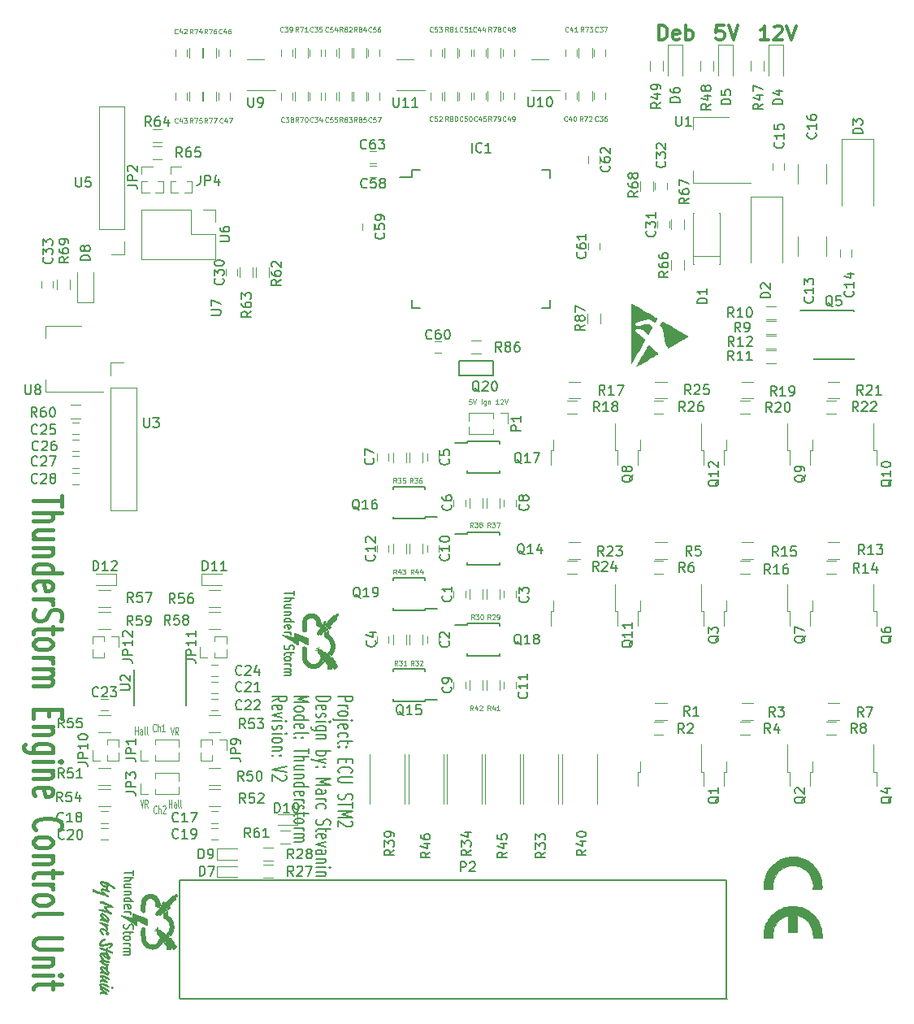
<source format=gbr>
G04 #@! TF.FileFunction,Legend,Top*
%FSLAX46Y46*%
G04 Gerber Fmt 4.6, Leading zero omitted, Abs format (unit mm)*
G04 Created by KiCad (PCBNEW 4.0.2-stable) date 26.04.2018 20:03:19*
%MOMM*%
G01*
G04 APERTURE LIST*
%ADD10C,0.100000*%
%ADD11C,0.125000*%
%ADD12C,0.300000*%
%ADD13C,0.200000*%
%ADD14C,0.400000*%
%ADD15C,0.010000*%
%ADD16C,0.120000*%
%ADD17C,0.150000*%
G04 APERTURE END LIST*
D10*
D11*
X98011907Y-92726190D02*
X97773812Y-92726190D01*
X97750002Y-92964286D01*
X97773812Y-92940476D01*
X97821431Y-92916667D01*
X97940478Y-92916667D01*
X97988097Y-92940476D01*
X98011907Y-92964286D01*
X98035716Y-93011905D01*
X98035716Y-93130952D01*
X98011907Y-93178571D01*
X97988097Y-93202381D01*
X97940478Y-93226190D01*
X97821431Y-93226190D01*
X97773812Y-93202381D01*
X97750002Y-93178571D01*
X98178573Y-92726190D02*
X98345240Y-93226190D01*
X98511906Y-92726190D01*
X99059525Y-93226190D02*
X99059525Y-92726190D01*
X99511905Y-92892857D02*
X99511905Y-93297619D01*
X99488096Y-93345238D01*
X99464286Y-93369048D01*
X99416667Y-93392857D01*
X99345239Y-93392857D01*
X99297620Y-93369048D01*
X99511905Y-93202381D02*
X99464286Y-93226190D01*
X99369048Y-93226190D01*
X99321429Y-93202381D01*
X99297620Y-93178571D01*
X99273810Y-93130952D01*
X99273810Y-92988095D01*
X99297620Y-92940476D01*
X99321429Y-92916667D01*
X99369048Y-92892857D01*
X99464286Y-92892857D01*
X99511905Y-92916667D01*
X99750001Y-92892857D02*
X99750001Y-93226190D01*
X99750001Y-92940476D02*
X99773810Y-92916667D01*
X99821429Y-92892857D01*
X99892858Y-92892857D01*
X99940477Y-92916667D01*
X99964286Y-92964286D01*
X99964286Y-93226190D01*
X100845238Y-93226190D02*
X100559524Y-93226190D01*
X100702381Y-93226190D02*
X100702381Y-92726190D01*
X100654762Y-92797619D01*
X100607143Y-92845238D01*
X100559524Y-92869048D01*
X101035714Y-92773810D02*
X101059524Y-92750000D01*
X101107143Y-92726190D01*
X101226190Y-92726190D01*
X101273809Y-92750000D01*
X101297619Y-92773810D01*
X101321428Y-92821429D01*
X101321428Y-92869048D01*
X101297619Y-92940476D01*
X101011905Y-93226190D01*
X101321428Y-93226190D01*
X101464285Y-92726190D02*
X101630952Y-93226190D01*
X101797618Y-92726190D01*
X65190477Y-135785714D02*
X65166667Y-135823810D01*
X65095239Y-135861905D01*
X65047620Y-135861905D01*
X64976191Y-135823810D01*
X64928572Y-135747619D01*
X64904763Y-135671429D01*
X64880953Y-135519048D01*
X64880953Y-135404762D01*
X64904763Y-135252381D01*
X64928572Y-135176190D01*
X64976191Y-135100000D01*
X65047620Y-135061905D01*
X65095239Y-135061905D01*
X65166667Y-135100000D01*
X65190477Y-135138095D01*
X65404763Y-135861905D02*
X65404763Y-135061905D01*
X65619048Y-135861905D02*
X65619048Y-135442857D01*
X65595239Y-135366667D01*
X65547620Y-135328571D01*
X65476191Y-135328571D01*
X65428572Y-135366667D01*
X65404763Y-135404762D01*
X65833334Y-135138095D02*
X65857144Y-135100000D01*
X65904763Y-135061905D01*
X66023810Y-135061905D01*
X66071429Y-135100000D01*
X66095239Y-135138095D01*
X66119048Y-135214286D01*
X66119048Y-135290476D01*
X66095239Y-135404762D01*
X65809525Y-135861905D01*
X66119048Y-135861905D01*
X63483334Y-134436905D02*
X63650001Y-135236905D01*
X63816667Y-134436905D01*
X64269048Y-135236905D02*
X64102381Y-134855952D01*
X63983334Y-135236905D02*
X63983334Y-134436905D01*
X64173810Y-134436905D01*
X64221429Y-134475000D01*
X64245238Y-134513095D01*
X64269048Y-134589286D01*
X64269048Y-134703571D01*
X64245238Y-134779762D01*
X64221429Y-134817857D01*
X64173810Y-134855952D01*
X63983334Y-134855952D01*
X66658334Y-126861905D02*
X66825001Y-127661905D01*
X66991667Y-126861905D01*
X67444048Y-127661905D02*
X67277381Y-127280952D01*
X67158334Y-127661905D02*
X67158334Y-126861905D01*
X67348810Y-126861905D01*
X67396429Y-126900000D01*
X67420238Y-126938095D01*
X67444048Y-127014286D01*
X67444048Y-127128571D01*
X67420238Y-127204762D01*
X67396429Y-127242857D01*
X67348810Y-127280952D01*
X67158334Y-127280952D01*
X65115477Y-127260714D02*
X65091667Y-127298810D01*
X65020239Y-127336905D01*
X64972620Y-127336905D01*
X64901191Y-127298810D01*
X64853572Y-127222619D01*
X64829763Y-127146429D01*
X64805953Y-126994048D01*
X64805953Y-126879762D01*
X64829763Y-126727381D01*
X64853572Y-126651190D01*
X64901191Y-126575000D01*
X64972620Y-126536905D01*
X65020239Y-126536905D01*
X65091667Y-126575000D01*
X65115477Y-126613095D01*
X65329763Y-127336905D02*
X65329763Y-126536905D01*
X65544048Y-127336905D02*
X65544048Y-126917857D01*
X65520239Y-126841667D01*
X65472620Y-126803571D01*
X65401191Y-126803571D01*
X65353572Y-126841667D01*
X65329763Y-126879762D01*
X66044048Y-127336905D02*
X65758334Y-127336905D01*
X65901191Y-127336905D02*
X65901191Y-126536905D01*
X65853572Y-126651190D01*
X65805953Y-126727381D01*
X65758334Y-126765476D01*
X66469048Y-135236905D02*
X66469048Y-134436905D01*
X66469048Y-134817857D02*
X66754762Y-134817857D01*
X66754762Y-135236905D02*
X66754762Y-134436905D01*
X67207143Y-135236905D02*
X67207143Y-134817857D01*
X67183334Y-134741667D01*
X67135715Y-134703571D01*
X67040477Y-134703571D01*
X66992858Y-134741667D01*
X67207143Y-135198810D02*
X67159524Y-135236905D01*
X67040477Y-135236905D01*
X66992858Y-135198810D01*
X66969048Y-135122619D01*
X66969048Y-135046429D01*
X66992858Y-134970238D01*
X67040477Y-134932143D01*
X67159524Y-134932143D01*
X67207143Y-134894048D01*
X67516667Y-135236905D02*
X67469048Y-135198810D01*
X67445239Y-135122619D01*
X67445239Y-134436905D01*
X67778572Y-135236905D02*
X67730953Y-135198810D01*
X67707144Y-135122619D01*
X67707144Y-134436905D01*
X62944048Y-127636905D02*
X62944048Y-126836905D01*
X62944048Y-127217857D02*
X63229762Y-127217857D01*
X63229762Y-127636905D02*
X63229762Y-126836905D01*
X63682143Y-127636905D02*
X63682143Y-127217857D01*
X63658334Y-127141667D01*
X63610715Y-127103571D01*
X63515477Y-127103571D01*
X63467858Y-127141667D01*
X63682143Y-127598810D02*
X63634524Y-127636905D01*
X63515477Y-127636905D01*
X63467858Y-127598810D01*
X63444048Y-127522619D01*
X63444048Y-127446429D01*
X63467858Y-127370238D01*
X63515477Y-127332143D01*
X63634524Y-127332143D01*
X63682143Y-127294048D01*
X63991667Y-127636905D02*
X63944048Y-127598810D01*
X63920239Y-127522619D01*
X63920239Y-126836905D01*
X64253572Y-127636905D02*
X64205953Y-127598810D01*
X64182144Y-127522619D01*
X64182144Y-126836905D01*
D12*
X128996429Y-55303571D02*
X128139286Y-55303571D01*
X128567858Y-55303571D02*
X128567858Y-53803571D01*
X128425001Y-54017857D01*
X128282143Y-54160714D01*
X128139286Y-54232143D01*
X129567857Y-53946429D02*
X129639286Y-53875000D01*
X129782143Y-53803571D01*
X130139286Y-53803571D01*
X130282143Y-53875000D01*
X130353572Y-53946429D01*
X130425000Y-54089286D01*
X130425000Y-54232143D01*
X130353572Y-54446429D01*
X129496429Y-55303571D01*
X130425000Y-55303571D01*
X130853571Y-53803571D02*
X131353571Y-55303571D01*
X131853571Y-53803571D01*
X124289287Y-53753571D02*
X123575001Y-53753571D01*
X123503572Y-54467857D01*
X123575001Y-54396429D01*
X123717858Y-54325000D01*
X124075001Y-54325000D01*
X124217858Y-54396429D01*
X124289287Y-54467857D01*
X124360715Y-54610714D01*
X124360715Y-54967857D01*
X124289287Y-55110714D01*
X124217858Y-55182143D01*
X124075001Y-55253571D01*
X123717858Y-55253571D01*
X123575001Y-55182143D01*
X123503572Y-55110714D01*
X124789286Y-53753571D02*
X125289286Y-55253571D01*
X125789286Y-53753571D01*
X117560715Y-55253571D02*
X117560715Y-53753571D01*
X117917858Y-53753571D01*
X118132143Y-53825000D01*
X118275001Y-53967857D01*
X118346429Y-54110714D01*
X118417858Y-54396429D01*
X118417858Y-54610714D01*
X118346429Y-54896429D01*
X118275001Y-55039286D01*
X118132143Y-55182143D01*
X117917858Y-55253571D01*
X117560715Y-55253571D01*
X119632143Y-55182143D02*
X119489286Y-55253571D01*
X119203572Y-55253571D01*
X119060715Y-55182143D01*
X118989286Y-55039286D01*
X118989286Y-54467857D01*
X119060715Y-54325000D01*
X119203572Y-54253571D01*
X119489286Y-54253571D01*
X119632143Y-54325000D01*
X119703572Y-54467857D01*
X119703572Y-54610714D01*
X118989286Y-54753571D01*
X120346429Y-55253571D02*
X120346429Y-53753571D01*
X120346429Y-54325000D02*
X120489286Y-54253571D01*
X120775000Y-54253571D01*
X120917857Y-54325000D01*
X120989286Y-54396429D01*
X121060715Y-54539286D01*
X121060715Y-54967857D01*
X120989286Y-55110714D01*
X120917857Y-55182143D01*
X120775000Y-55253571D01*
X120489286Y-55253571D01*
X120346429Y-55182143D01*
D13*
X61820238Y-147425000D02*
X61772619Y-147539286D01*
X61772619Y-147729762D01*
X61820238Y-147805952D01*
X61867857Y-147844048D01*
X61963095Y-147882143D01*
X62058333Y-147882143D01*
X62153571Y-147844048D01*
X62201190Y-147805952D01*
X62248810Y-147729762D01*
X62296429Y-147577381D01*
X62344048Y-147501190D01*
X62391667Y-147463095D01*
X62486905Y-147425000D01*
X62582143Y-147425000D01*
X62677381Y-147463095D01*
X62725000Y-147501190D01*
X62772619Y-147577381D01*
X62772619Y-147767857D01*
X62725000Y-147882143D01*
X62439286Y-148110714D02*
X62439286Y-148415476D01*
X62772619Y-148225000D02*
X61915476Y-148225000D01*
X61820238Y-148263095D01*
X61772619Y-148339286D01*
X61772619Y-148415476D01*
X61772619Y-148796429D02*
X61820238Y-148720238D01*
X61867857Y-148682143D01*
X61963095Y-148644048D01*
X62248810Y-148644048D01*
X62344048Y-148682143D01*
X62391667Y-148720238D01*
X62439286Y-148796429D01*
X62439286Y-148910715D01*
X62391667Y-148986905D01*
X62344048Y-149025000D01*
X62248810Y-149063096D01*
X61963095Y-149063096D01*
X61867857Y-149025000D01*
X61820238Y-148986905D01*
X61772619Y-148910715D01*
X61772619Y-148796429D01*
X61772619Y-149405953D02*
X62439286Y-149405953D01*
X62248810Y-149405953D02*
X62344048Y-149444048D01*
X62391667Y-149482144D01*
X62439286Y-149558334D01*
X62439286Y-149634525D01*
X61772619Y-149901191D02*
X62439286Y-149901191D01*
X62344048Y-149901191D02*
X62391667Y-149939286D01*
X62439286Y-150015477D01*
X62439286Y-150129763D01*
X62391667Y-150205953D01*
X62296429Y-150244048D01*
X61772619Y-150244048D01*
X62296429Y-150244048D02*
X62391667Y-150282144D01*
X62439286Y-150358334D01*
X62439286Y-150472620D01*
X62391667Y-150548810D01*
X62296429Y-150586905D01*
X61772619Y-150586905D01*
X62797619Y-141808332D02*
X62797619Y-142265475D01*
X61797619Y-142036904D02*
X62797619Y-142036904D01*
X61797619Y-142532142D02*
X62797619Y-142532142D01*
X61797619Y-142874999D02*
X62321429Y-142874999D01*
X62416667Y-142836904D01*
X62464286Y-142760714D01*
X62464286Y-142646428D01*
X62416667Y-142570237D01*
X62369048Y-142532142D01*
X62464286Y-143598809D02*
X61797619Y-143598809D01*
X62464286Y-143255952D02*
X61940476Y-143255952D01*
X61845238Y-143294047D01*
X61797619Y-143370238D01*
X61797619Y-143484524D01*
X61845238Y-143560714D01*
X61892857Y-143598809D01*
X62464286Y-143979762D02*
X61797619Y-143979762D01*
X62369048Y-143979762D02*
X62416667Y-144017857D01*
X62464286Y-144094048D01*
X62464286Y-144208334D01*
X62416667Y-144284524D01*
X62321429Y-144322619D01*
X61797619Y-144322619D01*
X61797619Y-145046429D02*
X62797619Y-145046429D01*
X61845238Y-145046429D02*
X61797619Y-144970239D01*
X61797619Y-144817858D01*
X61845238Y-144741667D01*
X61892857Y-144703572D01*
X61988095Y-144665477D01*
X62273810Y-144665477D01*
X62369048Y-144703572D01*
X62416667Y-144741667D01*
X62464286Y-144817858D01*
X62464286Y-144970239D01*
X62416667Y-145046429D01*
X61845238Y-145732144D02*
X61797619Y-145655954D01*
X61797619Y-145503573D01*
X61845238Y-145427382D01*
X61940476Y-145389287D01*
X62321429Y-145389287D01*
X62416667Y-145427382D01*
X62464286Y-145503573D01*
X62464286Y-145655954D01*
X62416667Y-145732144D01*
X62321429Y-145770239D01*
X62226190Y-145770239D01*
X62130952Y-145389287D01*
X61797619Y-146113096D02*
X62464286Y-146113096D01*
X62273810Y-146113096D02*
X62369048Y-146151191D01*
X62416667Y-146189287D01*
X62464286Y-146265477D01*
X62464286Y-146341668D01*
D14*
X55342857Y-102735712D02*
X55342857Y-103878569D01*
X52342857Y-103307141D02*
X55342857Y-103307141D01*
X52342857Y-104545236D02*
X55342857Y-104545236D01*
X52342857Y-105402379D02*
X53914286Y-105402379D01*
X54200000Y-105307141D01*
X54342857Y-105116665D01*
X54342857Y-104830951D01*
X54200000Y-104640475D01*
X54057143Y-104545236D01*
X54342857Y-107211903D02*
X52342857Y-107211903D01*
X54342857Y-106354760D02*
X52771429Y-106354760D01*
X52485714Y-106449999D01*
X52342857Y-106640475D01*
X52342857Y-106926189D01*
X52485714Y-107116665D01*
X52628571Y-107211903D01*
X54342857Y-108164284D02*
X52342857Y-108164284D01*
X54057143Y-108164284D02*
X54200000Y-108259523D01*
X54342857Y-108449999D01*
X54342857Y-108735713D01*
X54200000Y-108926189D01*
X53914286Y-109021427D01*
X52342857Y-109021427D01*
X52342857Y-110830951D02*
X55342857Y-110830951D01*
X52485714Y-110830951D02*
X52342857Y-110640475D01*
X52342857Y-110259523D01*
X52485714Y-110069047D01*
X52628571Y-109973808D01*
X52914286Y-109878570D01*
X53771429Y-109878570D01*
X54057143Y-109973808D01*
X54200000Y-110069047D01*
X54342857Y-110259523D01*
X54342857Y-110640475D01*
X54200000Y-110830951D01*
X52485714Y-112545237D02*
X52342857Y-112354761D01*
X52342857Y-111973809D01*
X52485714Y-111783332D01*
X52771429Y-111688094D01*
X53914286Y-111688094D01*
X54200000Y-111783332D01*
X54342857Y-111973809D01*
X54342857Y-112354761D01*
X54200000Y-112545237D01*
X53914286Y-112640475D01*
X53628571Y-112640475D01*
X53342857Y-111688094D01*
X52342857Y-113497618D02*
X54342857Y-113497618D01*
X53771429Y-113497618D02*
X54057143Y-113592857D01*
X54200000Y-113688095D01*
X54342857Y-113878571D01*
X54342857Y-114069047D01*
X52485714Y-114640475D02*
X52342857Y-114926190D01*
X52342857Y-115402380D01*
X52485714Y-115592856D01*
X52628571Y-115688094D01*
X52914286Y-115783333D01*
X53200000Y-115783333D01*
X53485714Y-115688094D01*
X53628571Y-115592856D01*
X53771429Y-115402380D01*
X53914286Y-115021428D01*
X54057143Y-114830952D01*
X54200000Y-114735713D01*
X54485714Y-114640475D01*
X54771429Y-114640475D01*
X55057143Y-114735713D01*
X55200000Y-114830952D01*
X55342857Y-115021428D01*
X55342857Y-115497618D01*
X55200000Y-115783333D01*
X54342857Y-116354761D02*
X54342857Y-117116666D01*
X55342857Y-116640475D02*
X52771429Y-116640475D01*
X52485714Y-116735714D01*
X52342857Y-116926190D01*
X52342857Y-117116666D01*
X52342857Y-118069047D02*
X52485714Y-117878571D01*
X52628571Y-117783332D01*
X52914286Y-117688094D01*
X53771429Y-117688094D01*
X54057143Y-117783332D01*
X54200000Y-117878571D01*
X54342857Y-118069047D01*
X54342857Y-118354761D01*
X54200000Y-118545237D01*
X54057143Y-118640475D01*
X53771429Y-118735713D01*
X52914286Y-118735713D01*
X52628571Y-118640475D01*
X52485714Y-118545237D01*
X52342857Y-118354761D01*
X52342857Y-118069047D01*
X52342857Y-119592856D02*
X54342857Y-119592856D01*
X53771429Y-119592856D02*
X54057143Y-119688095D01*
X54200000Y-119783333D01*
X54342857Y-119973809D01*
X54342857Y-120164285D01*
X52342857Y-120830951D02*
X54342857Y-120830951D01*
X54057143Y-120830951D02*
X54200000Y-120926190D01*
X54342857Y-121116666D01*
X54342857Y-121402380D01*
X54200000Y-121592856D01*
X53914286Y-121688094D01*
X52342857Y-121688094D01*
X53914286Y-121688094D02*
X54200000Y-121783332D01*
X54342857Y-121973809D01*
X54342857Y-122259523D01*
X54200000Y-122449999D01*
X53914286Y-122545237D01*
X52342857Y-122545237D01*
X53914286Y-125021428D02*
X53914286Y-125688095D01*
X52342857Y-125973809D02*
X52342857Y-125021428D01*
X55342857Y-125021428D01*
X55342857Y-125973809D01*
X54342857Y-126830952D02*
X52342857Y-126830952D01*
X54057143Y-126830952D02*
X54200000Y-126926191D01*
X54342857Y-127116667D01*
X54342857Y-127402381D01*
X54200000Y-127592857D01*
X53914286Y-127688095D01*
X52342857Y-127688095D01*
X54342857Y-129497619D02*
X51914286Y-129497619D01*
X51628571Y-129402381D01*
X51485714Y-129307143D01*
X51342857Y-129116667D01*
X51342857Y-128830953D01*
X51485714Y-128640476D01*
X52485714Y-129497619D02*
X52342857Y-129307143D01*
X52342857Y-128926191D01*
X52485714Y-128735715D01*
X52628571Y-128640476D01*
X52914286Y-128545238D01*
X53771429Y-128545238D01*
X54057143Y-128640476D01*
X54200000Y-128735715D01*
X54342857Y-128926191D01*
X54342857Y-129307143D01*
X54200000Y-129497619D01*
X52342857Y-130450000D02*
X54342857Y-130450000D01*
X55342857Y-130450000D02*
X55200000Y-130354762D01*
X55057143Y-130450000D01*
X55200000Y-130545239D01*
X55342857Y-130450000D01*
X55057143Y-130450000D01*
X54342857Y-131402381D02*
X52342857Y-131402381D01*
X54057143Y-131402381D02*
X54200000Y-131497620D01*
X54342857Y-131688096D01*
X54342857Y-131973810D01*
X54200000Y-132164286D01*
X53914286Y-132259524D01*
X52342857Y-132259524D01*
X52485714Y-133973810D02*
X52342857Y-133783334D01*
X52342857Y-133402382D01*
X52485714Y-133211905D01*
X52771429Y-133116667D01*
X53914286Y-133116667D01*
X54200000Y-133211905D01*
X54342857Y-133402382D01*
X54342857Y-133783334D01*
X54200000Y-133973810D01*
X53914286Y-134069048D01*
X53628571Y-134069048D01*
X53342857Y-133116667D01*
X52628571Y-137592859D02*
X52485714Y-137497621D01*
X52342857Y-137211906D01*
X52342857Y-137021430D01*
X52485714Y-136735716D01*
X52771429Y-136545240D01*
X53057143Y-136450001D01*
X53628571Y-136354763D01*
X54057143Y-136354763D01*
X54628571Y-136450001D01*
X54914286Y-136545240D01*
X55200000Y-136735716D01*
X55342857Y-137021430D01*
X55342857Y-137211906D01*
X55200000Y-137497621D01*
X55057143Y-137592859D01*
X52342857Y-138735716D02*
X52485714Y-138545240D01*
X52628571Y-138450001D01*
X52914286Y-138354763D01*
X53771429Y-138354763D01*
X54057143Y-138450001D01*
X54200000Y-138545240D01*
X54342857Y-138735716D01*
X54342857Y-139021430D01*
X54200000Y-139211906D01*
X54057143Y-139307144D01*
X53771429Y-139402382D01*
X52914286Y-139402382D01*
X52628571Y-139307144D01*
X52485714Y-139211906D01*
X52342857Y-139021430D01*
X52342857Y-138735716D01*
X54342857Y-140259525D02*
X52342857Y-140259525D01*
X54057143Y-140259525D02*
X54200000Y-140354764D01*
X54342857Y-140545240D01*
X54342857Y-140830954D01*
X54200000Y-141021430D01*
X53914286Y-141116668D01*
X52342857Y-141116668D01*
X54342857Y-141783335D02*
X54342857Y-142545240D01*
X55342857Y-142069049D02*
X52771429Y-142069049D01*
X52485714Y-142164288D01*
X52342857Y-142354764D01*
X52342857Y-142545240D01*
X52342857Y-143211906D02*
X54342857Y-143211906D01*
X53771429Y-143211906D02*
X54057143Y-143307145D01*
X54200000Y-143402383D01*
X54342857Y-143592859D01*
X54342857Y-143783335D01*
X52342857Y-144735716D02*
X52485714Y-144545240D01*
X52628571Y-144450001D01*
X52914286Y-144354763D01*
X53771429Y-144354763D01*
X54057143Y-144450001D01*
X54200000Y-144545240D01*
X54342857Y-144735716D01*
X54342857Y-145021430D01*
X54200000Y-145211906D01*
X54057143Y-145307144D01*
X53771429Y-145402382D01*
X52914286Y-145402382D01*
X52628571Y-145307144D01*
X52485714Y-145211906D01*
X52342857Y-145021430D01*
X52342857Y-144735716D01*
X52342857Y-146545240D02*
X52485714Y-146354764D01*
X52771429Y-146259525D01*
X55342857Y-146259525D01*
X55342857Y-148830954D02*
X52914286Y-148830954D01*
X52628571Y-148926193D01*
X52485714Y-149021431D01*
X52342857Y-149211907D01*
X52342857Y-149592859D01*
X52485714Y-149783335D01*
X52628571Y-149878574D01*
X52914286Y-149973812D01*
X55342857Y-149973812D01*
X54342857Y-150926192D02*
X52342857Y-150926192D01*
X54057143Y-150926192D02*
X54200000Y-151021431D01*
X54342857Y-151211907D01*
X54342857Y-151497621D01*
X54200000Y-151688097D01*
X53914286Y-151783335D01*
X52342857Y-151783335D01*
X52342857Y-152735716D02*
X54342857Y-152735716D01*
X55342857Y-152735716D02*
X55200000Y-152640478D01*
X55057143Y-152735716D01*
X55200000Y-152830955D01*
X55342857Y-152735716D01*
X55057143Y-152735716D01*
X54342857Y-153402383D02*
X54342857Y-154164288D01*
X55342857Y-153688097D02*
X52771429Y-153688097D01*
X52485714Y-153783336D01*
X52342857Y-153973812D01*
X52342857Y-154164288D01*
D13*
X84121429Y-123638095D02*
X85621429Y-123638095D01*
X85621429Y-124019048D01*
X85550000Y-124114286D01*
X85478571Y-124161905D01*
X85335714Y-124209524D01*
X85121429Y-124209524D01*
X84978571Y-124161905D01*
X84907143Y-124114286D01*
X84835714Y-124019048D01*
X84835714Y-123638095D01*
X84121429Y-124638095D02*
X85121429Y-124638095D01*
X84835714Y-124638095D02*
X84978571Y-124685714D01*
X85050000Y-124733333D01*
X85121429Y-124828571D01*
X85121429Y-124923810D01*
X84121429Y-125400000D02*
X84192857Y-125304762D01*
X84264286Y-125257143D01*
X84407143Y-125209524D01*
X84835714Y-125209524D01*
X84978571Y-125257143D01*
X85050000Y-125304762D01*
X85121429Y-125400000D01*
X85121429Y-125542858D01*
X85050000Y-125638096D01*
X84978571Y-125685715D01*
X84835714Y-125733334D01*
X84407143Y-125733334D01*
X84264286Y-125685715D01*
X84192857Y-125638096D01*
X84121429Y-125542858D01*
X84121429Y-125400000D01*
X85121429Y-126161905D02*
X83835714Y-126161905D01*
X83692857Y-126114286D01*
X83621429Y-126019048D01*
X83621429Y-125971429D01*
X85621429Y-126161905D02*
X85550000Y-126114286D01*
X85478571Y-126161905D01*
X85550000Y-126209524D01*
X85621429Y-126161905D01*
X85478571Y-126161905D01*
X84192857Y-127019048D02*
X84121429Y-126923810D01*
X84121429Y-126733333D01*
X84192857Y-126638095D01*
X84335714Y-126590476D01*
X84907143Y-126590476D01*
X85050000Y-126638095D01*
X85121429Y-126733333D01*
X85121429Y-126923810D01*
X85050000Y-127019048D01*
X84907143Y-127066667D01*
X84764286Y-127066667D01*
X84621429Y-126590476D01*
X84192857Y-127923810D02*
X84121429Y-127828572D01*
X84121429Y-127638095D01*
X84192857Y-127542857D01*
X84264286Y-127495238D01*
X84407143Y-127447619D01*
X84835714Y-127447619D01*
X84978571Y-127495238D01*
X85050000Y-127542857D01*
X85121429Y-127638095D01*
X85121429Y-127828572D01*
X85050000Y-127923810D01*
X85121429Y-128209524D02*
X85121429Y-128590476D01*
X85621429Y-128352381D02*
X84335714Y-128352381D01*
X84192857Y-128400000D01*
X84121429Y-128495238D01*
X84121429Y-128590476D01*
X84264286Y-128923810D02*
X84192857Y-128971429D01*
X84121429Y-128923810D01*
X84192857Y-128876191D01*
X84264286Y-128923810D01*
X84121429Y-128923810D01*
X85050000Y-128923810D02*
X84978571Y-128971429D01*
X84907143Y-128923810D01*
X84978571Y-128876191D01*
X85050000Y-128923810D01*
X84907143Y-128923810D01*
X84907143Y-130161905D02*
X84907143Y-130495239D01*
X84121429Y-130638096D02*
X84121429Y-130161905D01*
X85621429Y-130161905D01*
X85621429Y-130638096D01*
X84264286Y-131638096D02*
X84192857Y-131590477D01*
X84121429Y-131447620D01*
X84121429Y-131352382D01*
X84192857Y-131209524D01*
X84335714Y-131114286D01*
X84478571Y-131066667D01*
X84764286Y-131019048D01*
X84978571Y-131019048D01*
X85264286Y-131066667D01*
X85407143Y-131114286D01*
X85550000Y-131209524D01*
X85621429Y-131352382D01*
X85621429Y-131447620D01*
X85550000Y-131590477D01*
X85478571Y-131638096D01*
X85621429Y-132066667D02*
X84407143Y-132066667D01*
X84264286Y-132114286D01*
X84192857Y-132161905D01*
X84121429Y-132257143D01*
X84121429Y-132447620D01*
X84192857Y-132542858D01*
X84264286Y-132590477D01*
X84407143Y-132638096D01*
X85621429Y-132638096D01*
X84192857Y-133828572D02*
X84121429Y-133971429D01*
X84121429Y-134209525D01*
X84192857Y-134304763D01*
X84264286Y-134352382D01*
X84407143Y-134400001D01*
X84550000Y-134400001D01*
X84692857Y-134352382D01*
X84764286Y-134304763D01*
X84835714Y-134209525D01*
X84907143Y-134019048D01*
X84978571Y-133923810D01*
X85050000Y-133876191D01*
X85192857Y-133828572D01*
X85335714Y-133828572D01*
X85478571Y-133876191D01*
X85550000Y-133923810D01*
X85621429Y-134019048D01*
X85621429Y-134257144D01*
X85550000Y-134400001D01*
X85621429Y-134685715D02*
X85621429Y-135257144D01*
X84121429Y-134971429D02*
X85621429Y-134971429D01*
X84121429Y-135590477D02*
X85621429Y-135590477D01*
X84550000Y-135923811D01*
X85621429Y-136257144D01*
X84121429Y-136257144D01*
X85478571Y-136685715D02*
X85550000Y-136733334D01*
X85621429Y-136828572D01*
X85621429Y-137066668D01*
X85550000Y-137161906D01*
X85478571Y-137209525D01*
X85335714Y-137257144D01*
X85192857Y-137257144D01*
X84978571Y-137209525D01*
X84121429Y-136638096D01*
X84121429Y-137257144D01*
X81821429Y-123638095D02*
X83321429Y-123638095D01*
X83321429Y-123876190D01*
X83250000Y-124019048D01*
X83107143Y-124114286D01*
X82964286Y-124161905D01*
X82678571Y-124209524D01*
X82464286Y-124209524D01*
X82178571Y-124161905D01*
X82035714Y-124114286D01*
X81892857Y-124019048D01*
X81821429Y-123876190D01*
X81821429Y-123638095D01*
X81892857Y-125019048D02*
X81821429Y-124923810D01*
X81821429Y-124733333D01*
X81892857Y-124638095D01*
X82035714Y-124590476D01*
X82607143Y-124590476D01*
X82750000Y-124638095D01*
X82821429Y-124733333D01*
X82821429Y-124923810D01*
X82750000Y-125019048D01*
X82607143Y-125066667D01*
X82464286Y-125066667D01*
X82321429Y-124590476D01*
X81892857Y-125447619D02*
X81821429Y-125542857D01*
X81821429Y-125733333D01*
X81892857Y-125828572D01*
X82035714Y-125876191D01*
X82107143Y-125876191D01*
X82250000Y-125828572D01*
X82321429Y-125733333D01*
X82321429Y-125590476D01*
X82392857Y-125495238D01*
X82535714Y-125447619D01*
X82607143Y-125447619D01*
X82750000Y-125495238D01*
X82821429Y-125590476D01*
X82821429Y-125733333D01*
X82750000Y-125828572D01*
X81821429Y-126304762D02*
X82821429Y-126304762D01*
X83321429Y-126304762D02*
X83250000Y-126257143D01*
X83178571Y-126304762D01*
X83250000Y-126352381D01*
X83321429Y-126304762D01*
X83178571Y-126304762D01*
X82821429Y-127209524D02*
X81607143Y-127209524D01*
X81464286Y-127161905D01*
X81392857Y-127114286D01*
X81321429Y-127019047D01*
X81321429Y-126876190D01*
X81392857Y-126780952D01*
X81892857Y-127209524D02*
X81821429Y-127114286D01*
X81821429Y-126923809D01*
X81892857Y-126828571D01*
X81964286Y-126780952D01*
X82107143Y-126733333D01*
X82535714Y-126733333D01*
X82678571Y-126780952D01*
X82750000Y-126828571D01*
X82821429Y-126923809D01*
X82821429Y-127114286D01*
X82750000Y-127209524D01*
X82821429Y-127685714D02*
X81821429Y-127685714D01*
X82678571Y-127685714D02*
X82750000Y-127733333D01*
X82821429Y-127828571D01*
X82821429Y-127971429D01*
X82750000Y-128066667D01*
X82607143Y-128114286D01*
X81821429Y-128114286D01*
X81821429Y-129352381D02*
X83321429Y-129352381D01*
X82750000Y-129352381D02*
X82821429Y-129447619D01*
X82821429Y-129638096D01*
X82750000Y-129733334D01*
X82678571Y-129780953D01*
X82535714Y-129828572D01*
X82107143Y-129828572D01*
X81964286Y-129780953D01*
X81892857Y-129733334D01*
X81821429Y-129638096D01*
X81821429Y-129447619D01*
X81892857Y-129352381D01*
X82821429Y-130161905D02*
X81821429Y-130400000D01*
X82821429Y-130638096D02*
X81821429Y-130400000D01*
X81464286Y-130304762D01*
X81392857Y-130257143D01*
X81321429Y-130161905D01*
X81964286Y-131019048D02*
X81892857Y-131066667D01*
X81821429Y-131019048D01*
X81892857Y-130971429D01*
X81964286Y-131019048D01*
X81821429Y-131019048D01*
X82750000Y-131019048D02*
X82678571Y-131066667D01*
X82607143Y-131019048D01*
X82678571Y-130971429D01*
X82750000Y-131019048D01*
X82607143Y-131019048D01*
X81821429Y-132257143D02*
X83321429Y-132257143D01*
X82250000Y-132590477D01*
X83321429Y-132923810D01*
X81821429Y-132923810D01*
X81821429Y-133828572D02*
X82607143Y-133828572D01*
X82750000Y-133780953D01*
X82821429Y-133685715D01*
X82821429Y-133495238D01*
X82750000Y-133400000D01*
X81892857Y-133828572D02*
X81821429Y-133733334D01*
X81821429Y-133495238D01*
X81892857Y-133400000D01*
X82035714Y-133352381D01*
X82178571Y-133352381D01*
X82321429Y-133400000D01*
X82392857Y-133495238D01*
X82392857Y-133733334D01*
X82464286Y-133828572D01*
X81821429Y-134304762D02*
X82821429Y-134304762D01*
X82535714Y-134304762D02*
X82678571Y-134352381D01*
X82750000Y-134400000D01*
X82821429Y-134495238D01*
X82821429Y-134590477D01*
X81892857Y-135352382D02*
X81821429Y-135257144D01*
X81821429Y-135066667D01*
X81892857Y-134971429D01*
X81964286Y-134923810D01*
X82107143Y-134876191D01*
X82535714Y-134876191D01*
X82678571Y-134923810D01*
X82750000Y-134971429D01*
X82821429Y-135066667D01*
X82821429Y-135257144D01*
X82750000Y-135352382D01*
X81892857Y-136495239D02*
X81821429Y-136638096D01*
X81821429Y-136876192D01*
X81892857Y-136971430D01*
X81964286Y-137019049D01*
X82107143Y-137066668D01*
X82250000Y-137066668D01*
X82392857Y-137019049D01*
X82464286Y-136971430D01*
X82535714Y-136876192D01*
X82607143Y-136685715D01*
X82678571Y-136590477D01*
X82750000Y-136542858D01*
X82892857Y-136495239D01*
X83035714Y-136495239D01*
X83178571Y-136542858D01*
X83250000Y-136590477D01*
X83321429Y-136685715D01*
X83321429Y-136923811D01*
X83250000Y-137066668D01*
X82821429Y-137352382D02*
X82821429Y-137733334D01*
X83321429Y-137495239D02*
X82035714Y-137495239D01*
X81892857Y-137542858D01*
X81821429Y-137638096D01*
X81821429Y-137733334D01*
X81892857Y-138447621D02*
X81821429Y-138352383D01*
X81821429Y-138161906D01*
X81892857Y-138066668D01*
X82035714Y-138019049D01*
X82607143Y-138019049D01*
X82750000Y-138066668D01*
X82821429Y-138161906D01*
X82821429Y-138352383D01*
X82750000Y-138447621D01*
X82607143Y-138495240D01*
X82464286Y-138495240D01*
X82321429Y-138019049D01*
X82821429Y-138828573D02*
X81821429Y-139066668D01*
X82821429Y-139304764D01*
X81821429Y-140114288D02*
X82607143Y-140114288D01*
X82750000Y-140066669D01*
X82821429Y-139971431D01*
X82821429Y-139780954D01*
X82750000Y-139685716D01*
X81892857Y-140114288D02*
X81821429Y-140019050D01*
X81821429Y-139780954D01*
X81892857Y-139685716D01*
X82035714Y-139638097D01*
X82178571Y-139638097D01*
X82321429Y-139685716D01*
X82392857Y-139780954D01*
X82392857Y-140019050D01*
X82464286Y-140114288D01*
X82821429Y-140590478D02*
X81821429Y-140590478D01*
X82678571Y-140590478D02*
X82750000Y-140638097D01*
X82821429Y-140733335D01*
X82821429Y-140876193D01*
X82750000Y-140971431D01*
X82607143Y-141019050D01*
X81821429Y-141019050D01*
X81821429Y-141495240D02*
X82821429Y-141495240D01*
X83321429Y-141495240D02*
X83250000Y-141447621D01*
X83178571Y-141495240D01*
X83250000Y-141542859D01*
X83321429Y-141495240D01*
X83178571Y-141495240D01*
X82821429Y-141971430D02*
X81821429Y-141971430D01*
X82678571Y-141971430D02*
X82750000Y-142019049D01*
X82821429Y-142114287D01*
X82821429Y-142257145D01*
X82750000Y-142352383D01*
X82607143Y-142400002D01*
X81821429Y-142400002D01*
X79521429Y-123638095D02*
X81021429Y-123638095D01*
X79950000Y-123971429D01*
X81021429Y-124304762D01*
X79521429Y-124304762D01*
X79521429Y-124923809D02*
X79592857Y-124828571D01*
X79664286Y-124780952D01*
X79807143Y-124733333D01*
X80235714Y-124733333D01*
X80378571Y-124780952D01*
X80450000Y-124828571D01*
X80521429Y-124923809D01*
X80521429Y-125066667D01*
X80450000Y-125161905D01*
X80378571Y-125209524D01*
X80235714Y-125257143D01*
X79807143Y-125257143D01*
X79664286Y-125209524D01*
X79592857Y-125161905D01*
X79521429Y-125066667D01*
X79521429Y-124923809D01*
X79521429Y-126114286D02*
X81021429Y-126114286D01*
X79592857Y-126114286D02*
X79521429Y-126019048D01*
X79521429Y-125828571D01*
X79592857Y-125733333D01*
X79664286Y-125685714D01*
X79807143Y-125638095D01*
X80235714Y-125638095D01*
X80378571Y-125685714D01*
X80450000Y-125733333D01*
X80521429Y-125828571D01*
X80521429Y-126019048D01*
X80450000Y-126114286D01*
X79592857Y-126971429D02*
X79521429Y-126876191D01*
X79521429Y-126685714D01*
X79592857Y-126590476D01*
X79735714Y-126542857D01*
X80307143Y-126542857D01*
X80450000Y-126590476D01*
X80521429Y-126685714D01*
X80521429Y-126876191D01*
X80450000Y-126971429D01*
X80307143Y-127019048D01*
X80164286Y-127019048D01*
X80021429Y-126542857D01*
X79521429Y-127590476D02*
X79592857Y-127495238D01*
X79735714Y-127447619D01*
X81021429Y-127447619D01*
X79664286Y-127971429D02*
X79592857Y-128019048D01*
X79521429Y-127971429D01*
X79592857Y-127923810D01*
X79664286Y-127971429D01*
X79521429Y-127971429D01*
X80450000Y-127971429D02*
X80378571Y-128019048D01*
X80307143Y-127971429D01*
X80378571Y-127923810D01*
X80450000Y-127971429D01*
X80307143Y-127971429D01*
X81021429Y-129066667D02*
X81021429Y-129638096D01*
X79521429Y-129352381D02*
X81021429Y-129352381D01*
X79521429Y-129971429D02*
X81021429Y-129971429D01*
X79521429Y-130400001D02*
X80307143Y-130400001D01*
X80450000Y-130352382D01*
X80521429Y-130257144D01*
X80521429Y-130114286D01*
X80450000Y-130019048D01*
X80378571Y-129971429D01*
X80521429Y-131304763D02*
X79521429Y-131304763D01*
X80521429Y-130876191D02*
X79735714Y-130876191D01*
X79592857Y-130923810D01*
X79521429Y-131019048D01*
X79521429Y-131161906D01*
X79592857Y-131257144D01*
X79664286Y-131304763D01*
X80521429Y-131780953D02*
X79521429Y-131780953D01*
X80378571Y-131780953D02*
X80450000Y-131828572D01*
X80521429Y-131923810D01*
X80521429Y-132066668D01*
X80450000Y-132161906D01*
X80307143Y-132209525D01*
X79521429Y-132209525D01*
X79521429Y-133114287D02*
X81021429Y-133114287D01*
X79592857Y-133114287D02*
X79521429Y-133019049D01*
X79521429Y-132828572D01*
X79592857Y-132733334D01*
X79664286Y-132685715D01*
X79807143Y-132638096D01*
X80235714Y-132638096D01*
X80378571Y-132685715D01*
X80450000Y-132733334D01*
X80521429Y-132828572D01*
X80521429Y-133019049D01*
X80450000Y-133114287D01*
X79592857Y-133971430D02*
X79521429Y-133876192D01*
X79521429Y-133685715D01*
X79592857Y-133590477D01*
X79735714Y-133542858D01*
X80307143Y-133542858D01*
X80450000Y-133590477D01*
X80521429Y-133685715D01*
X80521429Y-133876192D01*
X80450000Y-133971430D01*
X80307143Y-134019049D01*
X80164286Y-134019049D01*
X80021429Y-133542858D01*
X79521429Y-134447620D02*
X80521429Y-134447620D01*
X80235714Y-134447620D02*
X80378571Y-134495239D01*
X80450000Y-134542858D01*
X80521429Y-134638096D01*
X80521429Y-134733335D01*
X79592857Y-135019049D02*
X79521429Y-135114287D01*
X79521429Y-135304763D01*
X79592857Y-135400002D01*
X79735714Y-135447621D01*
X79807143Y-135447621D01*
X79950000Y-135400002D01*
X80021429Y-135304763D01*
X80021429Y-135161906D01*
X80092857Y-135066668D01*
X80235714Y-135019049D01*
X80307143Y-135019049D01*
X80450000Y-135066668D01*
X80521429Y-135161906D01*
X80521429Y-135304763D01*
X80450000Y-135400002D01*
X80521429Y-135733335D02*
X80521429Y-136114287D01*
X81021429Y-135876192D02*
X79735714Y-135876192D01*
X79592857Y-135923811D01*
X79521429Y-136019049D01*
X79521429Y-136114287D01*
X79521429Y-136590478D02*
X79592857Y-136495240D01*
X79664286Y-136447621D01*
X79807143Y-136400002D01*
X80235714Y-136400002D01*
X80378571Y-136447621D01*
X80450000Y-136495240D01*
X80521429Y-136590478D01*
X80521429Y-136733336D01*
X80450000Y-136828574D01*
X80378571Y-136876193D01*
X80235714Y-136923812D01*
X79807143Y-136923812D01*
X79664286Y-136876193D01*
X79592857Y-136828574D01*
X79521429Y-136733336D01*
X79521429Y-136590478D01*
X79521429Y-137352383D02*
X80521429Y-137352383D01*
X80235714Y-137352383D02*
X80378571Y-137400002D01*
X80450000Y-137447621D01*
X80521429Y-137542859D01*
X80521429Y-137638098D01*
X79521429Y-137971431D02*
X80521429Y-137971431D01*
X80378571Y-137971431D02*
X80450000Y-138019050D01*
X80521429Y-138114288D01*
X80521429Y-138257146D01*
X80450000Y-138352384D01*
X80307143Y-138400003D01*
X79521429Y-138400003D01*
X80307143Y-138400003D02*
X80450000Y-138447622D01*
X80521429Y-138542860D01*
X80521429Y-138685717D01*
X80450000Y-138780955D01*
X80307143Y-138828574D01*
X79521429Y-138828574D01*
X77221429Y-124209524D02*
X77935714Y-123876190D01*
X77221429Y-123638095D02*
X78721429Y-123638095D01*
X78721429Y-124019048D01*
X78650000Y-124114286D01*
X78578571Y-124161905D01*
X78435714Y-124209524D01*
X78221429Y-124209524D01*
X78078571Y-124161905D01*
X78007143Y-124114286D01*
X77935714Y-124019048D01*
X77935714Y-123638095D01*
X77292857Y-125019048D02*
X77221429Y-124923810D01*
X77221429Y-124733333D01*
X77292857Y-124638095D01*
X77435714Y-124590476D01*
X78007143Y-124590476D01*
X78150000Y-124638095D01*
X78221429Y-124733333D01*
X78221429Y-124923810D01*
X78150000Y-125019048D01*
X78007143Y-125066667D01*
X77864286Y-125066667D01*
X77721429Y-124590476D01*
X78221429Y-125400000D02*
X77221429Y-125638095D01*
X78221429Y-125876191D01*
X77221429Y-126257143D02*
X78221429Y-126257143D01*
X78721429Y-126257143D02*
X78650000Y-126209524D01*
X78578571Y-126257143D01*
X78650000Y-126304762D01*
X78721429Y-126257143D01*
X78578571Y-126257143D01*
X77292857Y-126685714D02*
X77221429Y-126780952D01*
X77221429Y-126971428D01*
X77292857Y-127066667D01*
X77435714Y-127114286D01*
X77507143Y-127114286D01*
X77650000Y-127066667D01*
X77721429Y-126971428D01*
X77721429Y-126828571D01*
X77792857Y-126733333D01*
X77935714Y-126685714D01*
X78007143Y-126685714D01*
X78150000Y-126733333D01*
X78221429Y-126828571D01*
X78221429Y-126971428D01*
X78150000Y-127066667D01*
X77221429Y-127542857D02*
X78221429Y-127542857D01*
X78721429Y-127542857D02*
X78650000Y-127495238D01*
X78578571Y-127542857D01*
X78650000Y-127590476D01*
X78721429Y-127542857D01*
X78578571Y-127542857D01*
X77221429Y-128161904D02*
X77292857Y-128066666D01*
X77364286Y-128019047D01*
X77507143Y-127971428D01*
X77935714Y-127971428D01*
X78078571Y-128019047D01*
X78150000Y-128066666D01*
X78221429Y-128161904D01*
X78221429Y-128304762D01*
X78150000Y-128400000D01*
X78078571Y-128447619D01*
X77935714Y-128495238D01*
X77507143Y-128495238D01*
X77364286Y-128447619D01*
X77292857Y-128400000D01*
X77221429Y-128304762D01*
X77221429Y-128161904D01*
X78221429Y-128923809D02*
X77221429Y-128923809D01*
X78078571Y-128923809D02*
X78150000Y-128971428D01*
X78221429Y-129066666D01*
X78221429Y-129209524D01*
X78150000Y-129304762D01*
X78007143Y-129352381D01*
X77221429Y-129352381D01*
X77364286Y-129828571D02*
X77292857Y-129876190D01*
X77221429Y-129828571D01*
X77292857Y-129780952D01*
X77364286Y-129828571D01*
X77221429Y-129828571D01*
X78150000Y-129828571D02*
X78078571Y-129876190D01*
X78007143Y-129828571D01*
X78078571Y-129780952D01*
X78150000Y-129828571D01*
X78007143Y-129828571D01*
X78721429Y-130923809D02*
X77221429Y-131257142D01*
X78721429Y-131590476D01*
X78578571Y-131876190D02*
X78650000Y-131923809D01*
X78721429Y-132019047D01*
X78721429Y-132257143D01*
X78650000Y-132352381D01*
X78578571Y-132400000D01*
X78435714Y-132447619D01*
X78292857Y-132447619D01*
X78078571Y-132400000D01*
X77221429Y-131828571D01*
X77221429Y-132447619D01*
X78557738Y-118337500D02*
X78510119Y-118451786D01*
X78510119Y-118642262D01*
X78557738Y-118718452D01*
X78605357Y-118756548D01*
X78700595Y-118794643D01*
X78795833Y-118794643D01*
X78891071Y-118756548D01*
X78938690Y-118718452D01*
X78986310Y-118642262D01*
X79033929Y-118489881D01*
X79081548Y-118413690D01*
X79129167Y-118375595D01*
X79224405Y-118337500D01*
X79319643Y-118337500D01*
X79414881Y-118375595D01*
X79462500Y-118413690D01*
X79510119Y-118489881D01*
X79510119Y-118680357D01*
X79462500Y-118794643D01*
X79176786Y-119023214D02*
X79176786Y-119327976D01*
X79510119Y-119137500D02*
X78652976Y-119137500D01*
X78557738Y-119175595D01*
X78510119Y-119251786D01*
X78510119Y-119327976D01*
X78510119Y-119708929D02*
X78557738Y-119632738D01*
X78605357Y-119594643D01*
X78700595Y-119556548D01*
X78986310Y-119556548D01*
X79081548Y-119594643D01*
X79129167Y-119632738D01*
X79176786Y-119708929D01*
X79176786Y-119823215D01*
X79129167Y-119899405D01*
X79081548Y-119937500D01*
X78986310Y-119975596D01*
X78700595Y-119975596D01*
X78605357Y-119937500D01*
X78557738Y-119899405D01*
X78510119Y-119823215D01*
X78510119Y-119708929D01*
X78510119Y-120318453D02*
X79176786Y-120318453D01*
X78986310Y-120318453D02*
X79081548Y-120356548D01*
X79129167Y-120394644D01*
X79176786Y-120470834D01*
X79176786Y-120547025D01*
X78510119Y-120813691D02*
X79176786Y-120813691D01*
X79081548Y-120813691D02*
X79129167Y-120851786D01*
X79176786Y-120927977D01*
X79176786Y-121042263D01*
X79129167Y-121118453D01*
X79033929Y-121156548D01*
X78510119Y-121156548D01*
X79033929Y-121156548D02*
X79129167Y-121194644D01*
X79176786Y-121270834D01*
X79176786Y-121385120D01*
X79129167Y-121461310D01*
X79033929Y-121499405D01*
X78510119Y-121499405D01*
X79510119Y-112670832D02*
X79510119Y-113127975D01*
X78510119Y-112899404D02*
X79510119Y-112899404D01*
X78510119Y-113394642D02*
X79510119Y-113394642D01*
X78510119Y-113737499D02*
X79033929Y-113737499D01*
X79129167Y-113699404D01*
X79176786Y-113623214D01*
X79176786Y-113508928D01*
X79129167Y-113432737D01*
X79081548Y-113394642D01*
X79176786Y-114461309D02*
X78510119Y-114461309D01*
X79176786Y-114118452D02*
X78652976Y-114118452D01*
X78557738Y-114156547D01*
X78510119Y-114232738D01*
X78510119Y-114347024D01*
X78557738Y-114423214D01*
X78605357Y-114461309D01*
X79176786Y-114842262D02*
X78510119Y-114842262D01*
X79081548Y-114842262D02*
X79129167Y-114880357D01*
X79176786Y-114956548D01*
X79176786Y-115070834D01*
X79129167Y-115147024D01*
X79033929Y-115185119D01*
X78510119Y-115185119D01*
X78510119Y-115908929D02*
X79510119Y-115908929D01*
X78557738Y-115908929D02*
X78510119Y-115832739D01*
X78510119Y-115680358D01*
X78557738Y-115604167D01*
X78605357Y-115566072D01*
X78700595Y-115527977D01*
X78986310Y-115527977D01*
X79081548Y-115566072D01*
X79129167Y-115604167D01*
X79176786Y-115680358D01*
X79176786Y-115832739D01*
X79129167Y-115908929D01*
X78557738Y-116594644D02*
X78510119Y-116518454D01*
X78510119Y-116366073D01*
X78557738Y-116289882D01*
X78652976Y-116251787D01*
X79033929Y-116251787D01*
X79129167Y-116289882D01*
X79176786Y-116366073D01*
X79176786Y-116518454D01*
X79129167Y-116594644D01*
X79033929Y-116632739D01*
X78938690Y-116632739D01*
X78843452Y-116251787D01*
X78510119Y-116975596D02*
X79176786Y-116975596D01*
X78986310Y-116975596D02*
X79081548Y-117013691D01*
X79129167Y-117051787D01*
X79176786Y-117127977D01*
X79176786Y-117204168D01*
D15*
G36*
X134515685Y-143539187D02*
X134514025Y-143603670D01*
X134511055Y-143650303D01*
X134507912Y-143670651D01*
X134499935Y-143700417D01*
X133579470Y-143700417D01*
X133586741Y-143490881D01*
X133586477Y-143281047D01*
X133569618Y-143086859D01*
X133534925Y-142902420D01*
X133481161Y-142721832D01*
X133407089Y-142539197D01*
X133371121Y-142463489D01*
X133272023Y-142282938D01*
X133160674Y-142120298D01*
X133031592Y-141967901D01*
X132974295Y-141908622D01*
X132799139Y-141751985D01*
X132608480Y-141616473D01*
X132403606Y-141502766D01*
X132185807Y-141411544D01*
X131956371Y-141343485D01*
X131863803Y-141323326D01*
X131779756Y-141311177D01*
X131676766Y-141303066D01*
X131562035Y-141298985D01*
X131442766Y-141298926D01*
X131326163Y-141302884D01*
X131219429Y-141310851D01*
X131129767Y-141322819D01*
X131122969Y-141324057D01*
X130894241Y-141379911D01*
X130676035Y-141459299D01*
X130469823Y-141560931D01*
X130277072Y-141683522D01*
X130099252Y-141825781D01*
X129937832Y-141986421D01*
X129794281Y-142164155D01*
X129670069Y-142357693D01*
X129566664Y-142565748D01*
X129497465Y-142749237D01*
X129465882Y-142852377D01*
X129441871Y-142947107D01*
X129424537Y-143039870D01*
X129412984Y-143137106D01*
X129406320Y-143245258D01*
X129403648Y-143370767D01*
X129403496Y-143425911D01*
X129403814Y-143700417D01*
X128486836Y-143700417D01*
X128478859Y-143670651D01*
X128475862Y-143645251D01*
X128473797Y-143598256D01*
X128472618Y-143534510D01*
X128472277Y-143458858D01*
X128472726Y-143376146D01*
X128473917Y-143291217D01*
X128475803Y-143208917D01*
X128478337Y-143134091D01*
X128481469Y-143071583D01*
X128485153Y-143026238D01*
X128485211Y-143025729D01*
X128501659Y-142912729D01*
X128526294Y-142785128D01*
X128556917Y-142652662D01*
X128591333Y-142525066D01*
X128616464Y-142443984D01*
X128717502Y-142179447D01*
X128840487Y-141928723D01*
X128984223Y-141692805D01*
X129147513Y-141472680D01*
X129329162Y-141269340D01*
X129527974Y-141083773D01*
X129742753Y-140916970D01*
X129972302Y-140769921D01*
X130215427Y-140643615D01*
X130470930Y-140539042D01*
X130737617Y-140457192D01*
X131014291Y-140399055D01*
X131103125Y-140385838D01*
X131187893Y-140377382D01*
X131291882Y-140371563D01*
X131407991Y-140368382D01*
X131529113Y-140367839D01*
X131648146Y-140369934D01*
X131757986Y-140374666D01*
X131851528Y-140382037D01*
X131883646Y-140385838D01*
X132166294Y-140436759D01*
X132439386Y-140512205D01*
X132702286Y-140611919D01*
X132954363Y-140735646D01*
X133194983Y-140883128D01*
X133305782Y-140961952D01*
X133523277Y-141140230D01*
X133721656Y-141336233D01*
X133900118Y-141548598D01*
X134057867Y-141775959D01*
X134194103Y-142016953D01*
X134308029Y-142270213D01*
X134398847Y-142534377D01*
X134465759Y-142808079D01*
X134497187Y-142998880D01*
X134502510Y-143051354D01*
X134507070Y-143120218D01*
X134510788Y-143200581D01*
X134513587Y-143287550D01*
X134515388Y-143376236D01*
X134516113Y-143461745D01*
X134515685Y-143539187D01*
X134515685Y-143539187D01*
G37*
X134515685Y-143539187D02*
X134514025Y-143603670D01*
X134511055Y-143650303D01*
X134507912Y-143670651D01*
X134499935Y-143700417D01*
X133579470Y-143700417D01*
X133586741Y-143490881D01*
X133586477Y-143281047D01*
X133569618Y-143086859D01*
X133534925Y-142902420D01*
X133481161Y-142721832D01*
X133407089Y-142539197D01*
X133371121Y-142463489D01*
X133272023Y-142282938D01*
X133160674Y-142120298D01*
X133031592Y-141967901D01*
X132974295Y-141908622D01*
X132799139Y-141751985D01*
X132608480Y-141616473D01*
X132403606Y-141502766D01*
X132185807Y-141411544D01*
X131956371Y-141343485D01*
X131863803Y-141323326D01*
X131779756Y-141311177D01*
X131676766Y-141303066D01*
X131562035Y-141298985D01*
X131442766Y-141298926D01*
X131326163Y-141302884D01*
X131219429Y-141310851D01*
X131129767Y-141322819D01*
X131122969Y-141324057D01*
X130894241Y-141379911D01*
X130676035Y-141459299D01*
X130469823Y-141560931D01*
X130277072Y-141683522D01*
X130099252Y-141825781D01*
X129937832Y-141986421D01*
X129794281Y-142164155D01*
X129670069Y-142357693D01*
X129566664Y-142565748D01*
X129497465Y-142749237D01*
X129465882Y-142852377D01*
X129441871Y-142947107D01*
X129424537Y-143039870D01*
X129412984Y-143137106D01*
X129406320Y-143245258D01*
X129403648Y-143370767D01*
X129403496Y-143425911D01*
X129403814Y-143700417D01*
X128486836Y-143700417D01*
X128478859Y-143670651D01*
X128475862Y-143645251D01*
X128473797Y-143598256D01*
X128472618Y-143534510D01*
X128472277Y-143458858D01*
X128472726Y-143376146D01*
X128473917Y-143291217D01*
X128475803Y-143208917D01*
X128478337Y-143134091D01*
X128481469Y-143071583D01*
X128485153Y-143026238D01*
X128485211Y-143025729D01*
X128501659Y-142912729D01*
X128526294Y-142785128D01*
X128556917Y-142652662D01*
X128591333Y-142525066D01*
X128616464Y-142443984D01*
X128717502Y-142179447D01*
X128840487Y-141928723D01*
X128984223Y-141692805D01*
X129147513Y-141472680D01*
X129329162Y-141269340D01*
X129527974Y-141083773D01*
X129742753Y-140916970D01*
X129972302Y-140769921D01*
X130215427Y-140643615D01*
X130470930Y-140539042D01*
X130737617Y-140457192D01*
X131014291Y-140399055D01*
X131103125Y-140385838D01*
X131187893Y-140377382D01*
X131291882Y-140371563D01*
X131407991Y-140368382D01*
X131529113Y-140367839D01*
X131648146Y-140369934D01*
X131757986Y-140374666D01*
X131851528Y-140382037D01*
X131883646Y-140385838D01*
X132166294Y-140436759D01*
X132439386Y-140512205D01*
X132702286Y-140611919D01*
X132954363Y-140735646D01*
X133194983Y-140883128D01*
X133305782Y-140961952D01*
X133523277Y-141140230D01*
X133721656Y-141336233D01*
X133900118Y-141548598D01*
X134057867Y-141775959D01*
X134194103Y-142016953D01*
X134308029Y-142270213D01*
X134398847Y-142534377D01*
X134465759Y-142808079D01*
X134497187Y-142998880D01*
X134502510Y-143051354D01*
X134507070Y-143120218D01*
X134510788Y-143200581D01*
X134513587Y-143287550D01*
X134515388Y-143376236D01*
X134516113Y-143461745D01*
X134515685Y-143539187D01*
G36*
X133583594Y-148833335D02*
X133583305Y-148538985D01*
X133582880Y-148437010D01*
X133581592Y-148356355D01*
X133579086Y-148291888D01*
X133575004Y-148238476D01*
X133568992Y-148190988D01*
X133560692Y-148144289D01*
X133553564Y-148110389D01*
X133490246Y-147880549D01*
X133403988Y-147661232D01*
X133295991Y-147454201D01*
X133167456Y-147261220D01*
X133019582Y-147084049D01*
X132853570Y-146924453D01*
X132670621Y-146784193D01*
X132633551Y-146759554D01*
X132546598Y-146707756D01*
X132445180Y-146654855D01*
X132336134Y-146603836D01*
X132226298Y-146557682D01*
X132122512Y-146519375D01*
X132031612Y-146491898D01*
X132006016Y-146485804D01*
X131963021Y-146476439D01*
X131963021Y-148238021D01*
X131023750Y-148238021D01*
X131023750Y-146476439D01*
X130980756Y-146485804D01*
X130889389Y-146510864D01*
X130783531Y-146548352D01*
X130670122Y-146595185D01*
X130556108Y-146648282D01*
X130448431Y-146704560D01*
X130354033Y-146760936D01*
X130339681Y-146770392D01*
X130148209Y-146914134D01*
X129976370Y-147075333D01*
X129824837Y-147252990D01*
X129694281Y-147446109D01*
X129585376Y-147653691D01*
X129498794Y-147874738D01*
X129435206Y-148108255D01*
X129433979Y-148113956D01*
X129423378Y-148166538D01*
X129415487Y-148214958D01*
X129409922Y-148264609D01*
X129406298Y-148320881D01*
X129404231Y-148389168D01*
X129403336Y-148474859D01*
X129403201Y-148545599D01*
X129403224Y-148833333D01*
X128470521Y-148833333D01*
X128472238Y-148545599D01*
X128473291Y-148453624D01*
X128475234Y-148363891D01*
X128477874Y-148282158D01*
X128481019Y-148214179D01*
X128484474Y-148165711D01*
X128485211Y-148158646D01*
X128521406Y-147933237D01*
X128578624Y-147701386D01*
X128654716Y-147469425D01*
X128747535Y-147243685D01*
X128854932Y-147030499D01*
X128886865Y-146974697D01*
X128992333Y-146811156D01*
X129116455Y-146645214D01*
X129253569Y-146483427D01*
X129398018Y-146332350D01*
X129544141Y-146198540D01*
X129588393Y-146161993D01*
X129809988Y-146000673D01*
X130047622Y-145859348D01*
X130298911Y-145739025D01*
X130561468Y-145640711D01*
X130832908Y-145565412D01*
X131110845Y-145514135D01*
X131129584Y-145511590D01*
X131201249Y-145504641D01*
X131291954Y-145499708D01*
X131395077Y-145496792D01*
X131503991Y-145495895D01*
X131612075Y-145497019D01*
X131712702Y-145500166D01*
X131799248Y-145505338D01*
X131857188Y-145511383D01*
X132142106Y-145563339D01*
X132417646Y-145638569D01*
X132682191Y-145736391D01*
X132934123Y-145856121D01*
X133171823Y-145997076D01*
X133393675Y-146158573D01*
X133397921Y-146161993D01*
X133600879Y-146342280D01*
X133787344Y-146541422D01*
X133955786Y-146756973D01*
X134104675Y-146986485D01*
X134232483Y-147227509D01*
X134337678Y-147477600D01*
X134418733Y-147734309D01*
X134443231Y-147834619D01*
X134469062Y-147958530D01*
X134488408Y-148073700D01*
X134502019Y-148187520D01*
X134510644Y-148307385D01*
X134515032Y-148440687D01*
X134515992Y-148552213D01*
X134516250Y-148833333D01*
X133583594Y-148833335D01*
X133583594Y-148833335D01*
G37*
X133583594Y-148833335D02*
X133583305Y-148538985D01*
X133582880Y-148437010D01*
X133581592Y-148356355D01*
X133579086Y-148291888D01*
X133575004Y-148238476D01*
X133568992Y-148190988D01*
X133560692Y-148144289D01*
X133553564Y-148110389D01*
X133490246Y-147880549D01*
X133403988Y-147661232D01*
X133295991Y-147454201D01*
X133167456Y-147261220D01*
X133019582Y-147084049D01*
X132853570Y-146924453D01*
X132670621Y-146784193D01*
X132633551Y-146759554D01*
X132546598Y-146707756D01*
X132445180Y-146654855D01*
X132336134Y-146603836D01*
X132226298Y-146557682D01*
X132122512Y-146519375D01*
X132031612Y-146491898D01*
X132006016Y-146485804D01*
X131963021Y-146476439D01*
X131963021Y-148238021D01*
X131023750Y-148238021D01*
X131023750Y-146476439D01*
X130980756Y-146485804D01*
X130889389Y-146510864D01*
X130783531Y-146548352D01*
X130670122Y-146595185D01*
X130556108Y-146648282D01*
X130448431Y-146704560D01*
X130354033Y-146760936D01*
X130339681Y-146770392D01*
X130148209Y-146914134D01*
X129976370Y-147075333D01*
X129824837Y-147252990D01*
X129694281Y-147446109D01*
X129585376Y-147653691D01*
X129498794Y-147874738D01*
X129435206Y-148108255D01*
X129433979Y-148113956D01*
X129423378Y-148166538D01*
X129415487Y-148214958D01*
X129409922Y-148264609D01*
X129406298Y-148320881D01*
X129404231Y-148389168D01*
X129403336Y-148474859D01*
X129403201Y-148545599D01*
X129403224Y-148833333D01*
X128470521Y-148833333D01*
X128472238Y-148545599D01*
X128473291Y-148453624D01*
X128475234Y-148363891D01*
X128477874Y-148282158D01*
X128481019Y-148214179D01*
X128484474Y-148165711D01*
X128485211Y-148158646D01*
X128521406Y-147933237D01*
X128578624Y-147701386D01*
X128654716Y-147469425D01*
X128747535Y-147243685D01*
X128854932Y-147030499D01*
X128886865Y-146974697D01*
X128992333Y-146811156D01*
X129116455Y-146645214D01*
X129253569Y-146483427D01*
X129398018Y-146332350D01*
X129544141Y-146198540D01*
X129588393Y-146161993D01*
X129809988Y-146000673D01*
X130047622Y-145859348D01*
X130298911Y-145739025D01*
X130561468Y-145640711D01*
X130832908Y-145565412D01*
X131110845Y-145514135D01*
X131129584Y-145511590D01*
X131201249Y-145504641D01*
X131291954Y-145499708D01*
X131395077Y-145496792D01*
X131503991Y-145495895D01*
X131612075Y-145497019D01*
X131712702Y-145500166D01*
X131799248Y-145505338D01*
X131857188Y-145511383D01*
X132142106Y-145563339D01*
X132417646Y-145638569D01*
X132682191Y-145736391D01*
X132934123Y-145856121D01*
X133171823Y-145997076D01*
X133393675Y-146158573D01*
X133397921Y-146161993D01*
X133600879Y-146342280D01*
X133787344Y-146541422D01*
X133955786Y-146756973D01*
X134104675Y-146986485D01*
X134232483Y-147227509D01*
X134337678Y-147477600D01*
X134418733Y-147734309D01*
X134443231Y-147834619D01*
X134469062Y-147958530D01*
X134488408Y-148073700D01*
X134502019Y-148187520D01*
X134510644Y-148307385D01*
X134515032Y-148440687D01*
X134515992Y-148552213D01*
X134516250Y-148833333D01*
X133583594Y-148833335D01*
G36*
X117308842Y-84322094D02*
X117296264Y-84354619D01*
X117271288Y-84404193D01*
X117232124Y-84475374D01*
X117229012Y-84480916D01*
X117191524Y-84546474D01*
X117158681Y-84601798D01*
X117133795Y-84641455D01*
X117120180Y-84660012D01*
X117119513Y-84660531D01*
X117100610Y-84656048D01*
X117058395Y-84635486D01*
X116995168Y-84600183D01*
X116913228Y-84551480D01*
X116814878Y-84490718D01*
X116702415Y-84419236D01*
X116674835Y-84401445D01*
X116598301Y-84355093D01*
X116532444Y-84321342D01*
X116483218Y-84303153D01*
X116473493Y-84301286D01*
X116430688Y-84302115D01*
X116362791Y-84311394D01*
X116274157Y-84327968D01*
X116169141Y-84350680D01*
X116052098Y-84378373D01*
X115927384Y-84409890D01*
X115799355Y-84444075D01*
X115672366Y-84479771D01*
X115550772Y-84515821D01*
X115438928Y-84551068D01*
X115341190Y-84584356D01*
X115261913Y-84614528D01*
X115214878Y-84635561D01*
X115164775Y-84660337D01*
X115116832Y-84683730D01*
X115114207Y-84684997D01*
X115065780Y-84723699D01*
X115033172Y-84780184D01*
X115017546Y-84845939D01*
X115020063Y-84912451D01*
X115041886Y-84971205D01*
X115070618Y-85004258D01*
X115149417Y-85051859D01*
X115247622Y-85086739D01*
X115355221Y-85105877D01*
X115416220Y-85108588D01*
X115530065Y-85097670D01*
X115624340Y-85065624D01*
X115703621Y-85010726D01*
X115721267Y-84993607D01*
X115770765Y-84942661D01*
X116120638Y-84939163D01*
X116470511Y-84935664D01*
X116605469Y-85024818D01*
X116666555Y-85066654D01*
X116721507Y-85106945D01*
X116762664Y-85139943D01*
X116777808Y-85154126D01*
X116815190Y-85194281D01*
X116785902Y-85248665D01*
X116764916Y-85283039D01*
X116748622Y-85301846D01*
X116745693Y-85303049D01*
X116733272Y-85315903D01*
X116724023Y-85337896D01*
X116715687Y-85359150D01*
X116699851Y-85391694D01*
X116674967Y-85438322D01*
X116639491Y-85501829D01*
X116591877Y-85585008D01*
X116530578Y-85690653D01*
X116497068Y-85748062D01*
X116456929Y-85815594D01*
X116428341Y-85859885D01*
X116407961Y-85884855D01*
X116392447Y-85894423D01*
X116378454Y-85892508D01*
X116375204Y-85890911D01*
X116354734Y-85875376D01*
X116316335Y-85842136D01*
X116264304Y-85795062D01*
X116202934Y-85738028D01*
X116150910Y-85688700D01*
X116027433Y-85575030D01*
X115920409Y-85486105D01*
X115828760Y-85421134D01*
X115751412Y-85379321D01*
X115712134Y-85365217D01*
X115677751Y-85359392D01*
X115619101Y-85353375D01*
X115542883Y-85347696D01*
X115455798Y-85342884D01*
X115400732Y-85340619D01*
X115305536Y-85337459D01*
X115235938Y-85336069D01*
X115186591Y-85336858D01*
X115152146Y-85340235D01*
X115127257Y-85346608D01*
X115106575Y-85356387D01*
X115093947Y-85364067D01*
X115045274Y-85408421D01*
X115011355Y-85465574D01*
X114996562Y-85525708D01*
X115001914Y-85570773D01*
X115025070Y-85611576D01*
X115066538Y-85662724D01*
X115119088Y-85717042D01*
X115175484Y-85767357D01*
X115228495Y-85806494D01*
X115254111Y-85820905D01*
X115289186Y-85842491D01*
X115342611Y-85881753D01*
X115410211Y-85935102D01*
X115487810Y-85998952D01*
X115571232Y-86069715D01*
X115656302Y-86143804D01*
X115738845Y-86217632D01*
X115814684Y-86287611D01*
X115879644Y-86350155D01*
X115927331Y-86399260D01*
X115974968Y-86453779D01*
X116010092Y-86499642D01*
X116029051Y-86531811D01*
X116031136Y-86542489D01*
X116022726Y-86558853D01*
X116000154Y-86599671D01*
X115964776Y-86662586D01*
X115917946Y-86745244D01*
X115861019Y-86845289D01*
X115795351Y-86960366D01*
X115722297Y-87088119D01*
X115643212Y-87226194D01*
X115559452Y-87372234D01*
X115472371Y-87523884D01*
X115383324Y-87678790D01*
X115293668Y-87834595D01*
X115204757Y-87988944D01*
X115117946Y-88139482D01*
X115034591Y-88283854D01*
X114956046Y-88419704D01*
X114883667Y-88544677D01*
X114818810Y-88656417D01*
X114762829Y-88752570D01*
X114717080Y-88830779D01*
X114682917Y-88888689D01*
X114661696Y-88923946D01*
X114655037Y-88934165D01*
X114653720Y-88920402D01*
X114652441Y-88877104D01*
X114651204Y-88805714D01*
X114650017Y-88707673D01*
X114648885Y-88584422D01*
X114647814Y-88437403D01*
X114646811Y-88268057D01*
X114645881Y-88077826D01*
X114645032Y-87868151D01*
X114644268Y-87640473D01*
X114643597Y-87396235D01*
X114643024Y-87136877D01*
X114642556Y-86863841D01*
X114642198Y-86578568D01*
X114641958Y-86282500D01*
X114641841Y-85977079D01*
X114641829Y-85848924D01*
X114641829Y-82748970D01*
X115025153Y-82970053D01*
X115106320Y-83016856D01*
X115210834Y-83077102D01*
X115335199Y-83148778D01*
X115475918Y-83229869D01*
X115629497Y-83318362D01*
X115792438Y-83412240D01*
X115961246Y-83509491D01*
X116132425Y-83608100D01*
X116302479Y-83706053D01*
X116345488Y-83730825D01*
X116502143Y-83821152D01*
X116651197Y-83907289D01*
X116790432Y-83987942D01*
X116917629Y-84061816D01*
X117030568Y-84127617D01*
X117127032Y-84184050D01*
X117204800Y-84229821D01*
X117261654Y-84263635D01*
X117295375Y-84284198D01*
X117303960Y-84289953D01*
X117310811Y-84302058D01*
X117308842Y-84322094D01*
X117308842Y-84322094D01*
G37*
X117308842Y-84322094D02*
X117296264Y-84354619D01*
X117271288Y-84404193D01*
X117232124Y-84475374D01*
X117229012Y-84480916D01*
X117191524Y-84546474D01*
X117158681Y-84601798D01*
X117133795Y-84641455D01*
X117120180Y-84660012D01*
X117119513Y-84660531D01*
X117100610Y-84656048D01*
X117058395Y-84635486D01*
X116995168Y-84600183D01*
X116913228Y-84551480D01*
X116814878Y-84490718D01*
X116702415Y-84419236D01*
X116674835Y-84401445D01*
X116598301Y-84355093D01*
X116532444Y-84321342D01*
X116483218Y-84303153D01*
X116473493Y-84301286D01*
X116430688Y-84302115D01*
X116362791Y-84311394D01*
X116274157Y-84327968D01*
X116169141Y-84350680D01*
X116052098Y-84378373D01*
X115927384Y-84409890D01*
X115799355Y-84444075D01*
X115672366Y-84479771D01*
X115550772Y-84515821D01*
X115438928Y-84551068D01*
X115341190Y-84584356D01*
X115261913Y-84614528D01*
X115214878Y-84635561D01*
X115164775Y-84660337D01*
X115116832Y-84683730D01*
X115114207Y-84684997D01*
X115065780Y-84723699D01*
X115033172Y-84780184D01*
X115017546Y-84845939D01*
X115020063Y-84912451D01*
X115041886Y-84971205D01*
X115070618Y-85004258D01*
X115149417Y-85051859D01*
X115247622Y-85086739D01*
X115355221Y-85105877D01*
X115416220Y-85108588D01*
X115530065Y-85097670D01*
X115624340Y-85065624D01*
X115703621Y-85010726D01*
X115721267Y-84993607D01*
X115770765Y-84942661D01*
X116120638Y-84939163D01*
X116470511Y-84935664D01*
X116605469Y-85024818D01*
X116666555Y-85066654D01*
X116721507Y-85106945D01*
X116762664Y-85139943D01*
X116777808Y-85154126D01*
X116815190Y-85194281D01*
X116785902Y-85248665D01*
X116764916Y-85283039D01*
X116748622Y-85301846D01*
X116745693Y-85303049D01*
X116733272Y-85315903D01*
X116724023Y-85337896D01*
X116715687Y-85359150D01*
X116699851Y-85391694D01*
X116674967Y-85438322D01*
X116639491Y-85501829D01*
X116591877Y-85585008D01*
X116530578Y-85690653D01*
X116497068Y-85748062D01*
X116456929Y-85815594D01*
X116428341Y-85859885D01*
X116407961Y-85884855D01*
X116392447Y-85894423D01*
X116378454Y-85892508D01*
X116375204Y-85890911D01*
X116354734Y-85875376D01*
X116316335Y-85842136D01*
X116264304Y-85795062D01*
X116202934Y-85738028D01*
X116150910Y-85688700D01*
X116027433Y-85575030D01*
X115920409Y-85486105D01*
X115828760Y-85421134D01*
X115751412Y-85379321D01*
X115712134Y-85365217D01*
X115677751Y-85359392D01*
X115619101Y-85353375D01*
X115542883Y-85347696D01*
X115455798Y-85342884D01*
X115400732Y-85340619D01*
X115305536Y-85337459D01*
X115235938Y-85336069D01*
X115186591Y-85336858D01*
X115152146Y-85340235D01*
X115127257Y-85346608D01*
X115106575Y-85356387D01*
X115093947Y-85364067D01*
X115045274Y-85408421D01*
X115011355Y-85465574D01*
X114996562Y-85525708D01*
X115001914Y-85570773D01*
X115025070Y-85611576D01*
X115066538Y-85662724D01*
X115119088Y-85717042D01*
X115175484Y-85767357D01*
X115228495Y-85806494D01*
X115254111Y-85820905D01*
X115289186Y-85842491D01*
X115342611Y-85881753D01*
X115410211Y-85935102D01*
X115487810Y-85998952D01*
X115571232Y-86069715D01*
X115656302Y-86143804D01*
X115738845Y-86217632D01*
X115814684Y-86287611D01*
X115879644Y-86350155D01*
X115927331Y-86399260D01*
X115974968Y-86453779D01*
X116010092Y-86499642D01*
X116029051Y-86531811D01*
X116031136Y-86542489D01*
X116022726Y-86558853D01*
X116000154Y-86599671D01*
X115964776Y-86662586D01*
X115917946Y-86745244D01*
X115861019Y-86845289D01*
X115795351Y-86960366D01*
X115722297Y-87088119D01*
X115643212Y-87226194D01*
X115559452Y-87372234D01*
X115472371Y-87523884D01*
X115383324Y-87678790D01*
X115293668Y-87834595D01*
X115204757Y-87988944D01*
X115117946Y-88139482D01*
X115034591Y-88283854D01*
X114956046Y-88419704D01*
X114883667Y-88544677D01*
X114818810Y-88656417D01*
X114762829Y-88752570D01*
X114717080Y-88830779D01*
X114682917Y-88888689D01*
X114661696Y-88923946D01*
X114655037Y-88934165D01*
X114653720Y-88920402D01*
X114652441Y-88877104D01*
X114651204Y-88805714D01*
X114650017Y-88707673D01*
X114648885Y-88584422D01*
X114647814Y-88437403D01*
X114646811Y-88268057D01*
X114645881Y-88077826D01*
X114645032Y-87868151D01*
X114644268Y-87640473D01*
X114643597Y-87396235D01*
X114643024Y-87136877D01*
X114642556Y-86863841D01*
X114642198Y-86578568D01*
X114641958Y-86282500D01*
X114641841Y-85977079D01*
X114641829Y-85848924D01*
X114641829Y-82748970D01*
X115025153Y-82970053D01*
X115106320Y-83016856D01*
X115210834Y-83077102D01*
X115335199Y-83148778D01*
X115475918Y-83229869D01*
X115629497Y-83318362D01*
X115792438Y-83412240D01*
X115961246Y-83509491D01*
X116132425Y-83608100D01*
X116302479Y-83706053D01*
X116345488Y-83730825D01*
X116502143Y-83821152D01*
X116651197Y-83907289D01*
X116790432Y-83987942D01*
X116917629Y-84061816D01*
X117030568Y-84127617D01*
X117127032Y-84184050D01*
X117204800Y-84229821D01*
X117261654Y-84263635D01*
X117295375Y-84284198D01*
X117303960Y-84289953D01*
X117310811Y-84302058D01*
X117308842Y-84322094D01*
G36*
X117365381Y-87987528D02*
X117346307Y-87998908D01*
X117302579Y-88024488D01*
X117236381Y-88063002D01*
X117149898Y-88113186D01*
X117045315Y-88173775D01*
X116924817Y-88243503D01*
X116790588Y-88321107D01*
X116644813Y-88405320D01*
X116489677Y-88494879D01*
X116330000Y-88586998D01*
X116166883Y-88681076D01*
X116010291Y-88771402D01*
X115862494Y-88856665D01*
X115725760Y-88935557D01*
X115602358Y-89006769D01*
X115494556Y-89068991D01*
X115404623Y-89120913D01*
X115334827Y-89161228D01*
X115287436Y-89188624D01*
X115265214Y-89201507D01*
X115227670Y-89222507D01*
X115204169Y-89233925D01*
X115200080Y-89234551D01*
X115207758Y-89220636D01*
X115229797Y-89181941D01*
X115265029Y-89120487D01*
X115312289Y-89038298D01*
X115370411Y-88937396D01*
X115438229Y-88819805D01*
X115514576Y-88687546D01*
X115598286Y-88542642D01*
X115688194Y-88387117D01*
X115783133Y-88222992D01*
X115819268Y-88160549D01*
X115915917Y-87993487D01*
X116008062Y-87834074D01*
X116094525Y-87684355D01*
X116174129Y-87546376D01*
X116245695Y-87422185D01*
X116308045Y-87313827D01*
X116360002Y-87223348D01*
X116400387Y-87152796D01*
X116428022Y-87104215D01*
X116441728Y-87079654D01*
X116443026Y-87077085D01*
X116454780Y-87084569D01*
X116486205Y-87110614D01*
X116534406Y-87152559D01*
X116596490Y-87207746D01*
X116669561Y-87273517D01*
X116750724Y-87347212D01*
X116837084Y-87426173D01*
X116925747Y-87507740D01*
X117013818Y-87589254D01*
X117098401Y-87668057D01*
X117176603Y-87741490D01*
X117245528Y-87806893D01*
X117302281Y-87861608D01*
X117343968Y-87902977D01*
X117357637Y-87917164D01*
X117401799Y-87964180D01*
X117365381Y-87987528D01*
X117365381Y-87987528D01*
G37*
X117365381Y-87987528D02*
X117346307Y-87998908D01*
X117302579Y-88024488D01*
X117236381Y-88063002D01*
X117149898Y-88113186D01*
X117045315Y-88173775D01*
X116924817Y-88243503D01*
X116790588Y-88321107D01*
X116644813Y-88405320D01*
X116489677Y-88494879D01*
X116330000Y-88586998D01*
X116166883Y-88681076D01*
X116010291Y-88771402D01*
X115862494Y-88856665D01*
X115725760Y-88935557D01*
X115602358Y-89006769D01*
X115494556Y-89068991D01*
X115404623Y-89120913D01*
X115334827Y-89161228D01*
X115287436Y-89188624D01*
X115265214Y-89201507D01*
X115227670Y-89222507D01*
X115204169Y-89233925D01*
X115200080Y-89234551D01*
X115207758Y-89220636D01*
X115229797Y-89181941D01*
X115265029Y-89120487D01*
X115312289Y-89038298D01*
X115370411Y-88937396D01*
X115438229Y-88819805D01*
X115514576Y-88687546D01*
X115598286Y-88542642D01*
X115688194Y-88387117D01*
X115783133Y-88222992D01*
X115819268Y-88160549D01*
X115915917Y-87993487D01*
X116008062Y-87834074D01*
X116094525Y-87684355D01*
X116174129Y-87546376D01*
X116245695Y-87422185D01*
X116308045Y-87313827D01*
X116360002Y-87223348D01*
X116400387Y-87152796D01*
X116428022Y-87104215D01*
X116441728Y-87079654D01*
X116443026Y-87077085D01*
X116454780Y-87084569D01*
X116486205Y-87110614D01*
X116534406Y-87152559D01*
X116596490Y-87207746D01*
X116669561Y-87273517D01*
X116750724Y-87347212D01*
X116837084Y-87426173D01*
X116925747Y-87507740D01*
X117013818Y-87589254D01*
X117098401Y-87668057D01*
X117176603Y-87741490D01*
X117245528Y-87806893D01*
X117302281Y-87861608D01*
X117343968Y-87902977D01*
X117357637Y-87917164D01*
X117401799Y-87964180D01*
X117365381Y-87987528D01*
G36*
X120514165Y-86164043D02*
X120476755Y-86187065D01*
X120417486Y-86222534D01*
X120338882Y-86268996D01*
X120243462Y-86324996D01*
X120133750Y-86389081D01*
X120012266Y-86459796D01*
X119881532Y-86535687D01*
X119744070Y-86615299D01*
X119602402Y-86697178D01*
X119459049Y-86779870D01*
X119316533Y-86861921D01*
X119177376Y-86941876D01*
X119044099Y-87018281D01*
X118919224Y-87089682D01*
X118805273Y-87154624D01*
X118704767Y-87211653D01*
X118620228Y-87259315D01*
X118554178Y-87296155D01*
X118509138Y-87320720D01*
X118487630Y-87331554D01*
X118486286Y-87331951D01*
X118468035Y-87318501D01*
X118440118Y-87281114D01*
X118405275Y-87224235D01*
X118366246Y-87152312D01*
X118329157Y-87077015D01*
X118284183Y-86974560D01*
X118243774Y-86866817D01*
X118207031Y-86750073D01*
X118173058Y-86620618D01*
X118140956Y-86474740D01*
X118109827Y-86308726D01*
X118078773Y-86118866D01*
X118049855Y-85922469D01*
X118024200Y-85751834D01*
X117998802Y-85608545D01*
X117972398Y-85489008D01*
X117943727Y-85389630D01*
X117911527Y-85306818D01*
X117874535Y-85236978D01*
X117831488Y-85176518D01*
X117781125Y-85121845D01*
X117762417Y-85104214D01*
X117718861Y-85066000D01*
X117683318Y-85037732D01*
X117662417Y-85024618D01*
X117660703Y-85024268D01*
X117650194Y-85019680D01*
X117650076Y-85003758D01*
X117661746Y-84973266D01*
X117686604Y-84924968D01*
X117726048Y-84855627D01*
X117754413Y-84807439D01*
X117798753Y-84735583D01*
X117836721Y-84679742D01*
X117865584Y-84643667D01*
X117882612Y-84631113D01*
X117882736Y-84631121D01*
X117898963Y-84638906D01*
X117939600Y-84660892D01*
X118002433Y-84695803D01*
X118085248Y-84742363D01*
X118185828Y-84799295D01*
X118301960Y-84865323D01*
X118431429Y-84939172D01*
X118572020Y-85019564D01*
X118721518Y-85105224D01*
X118877708Y-85194876D01*
X119038376Y-85287243D01*
X119201307Y-85381049D01*
X119364287Y-85475018D01*
X119525100Y-85567874D01*
X119681532Y-85658340D01*
X119831367Y-85745141D01*
X119972392Y-85827000D01*
X120102391Y-85902641D01*
X120219151Y-85970787D01*
X120320455Y-86030163D01*
X120404089Y-86079493D01*
X120467838Y-86117500D01*
X120509489Y-86142907D01*
X120526825Y-86154440D01*
X120527195Y-86154923D01*
X120514165Y-86164043D01*
X120514165Y-86164043D01*
G37*
X120514165Y-86164043D02*
X120476755Y-86187065D01*
X120417486Y-86222534D01*
X120338882Y-86268996D01*
X120243462Y-86324996D01*
X120133750Y-86389081D01*
X120012266Y-86459796D01*
X119881532Y-86535687D01*
X119744070Y-86615299D01*
X119602402Y-86697178D01*
X119459049Y-86779870D01*
X119316533Y-86861921D01*
X119177376Y-86941876D01*
X119044099Y-87018281D01*
X118919224Y-87089682D01*
X118805273Y-87154624D01*
X118704767Y-87211653D01*
X118620228Y-87259315D01*
X118554178Y-87296155D01*
X118509138Y-87320720D01*
X118487630Y-87331554D01*
X118486286Y-87331951D01*
X118468035Y-87318501D01*
X118440118Y-87281114D01*
X118405275Y-87224235D01*
X118366246Y-87152312D01*
X118329157Y-87077015D01*
X118284183Y-86974560D01*
X118243774Y-86866817D01*
X118207031Y-86750073D01*
X118173058Y-86620618D01*
X118140956Y-86474740D01*
X118109827Y-86308726D01*
X118078773Y-86118866D01*
X118049855Y-85922469D01*
X118024200Y-85751834D01*
X117998802Y-85608545D01*
X117972398Y-85489008D01*
X117943727Y-85389630D01*
X117911527Y-85306818D01*
X117874535Y-85236978D01*
X117831488Y-85176518D01*
X117781125Y-85121845D01*
X117762417Y-85104214D01*
X117718861Y-85066000D01*
X117683318Y-85037732D01*
X117662417Y-85024618D01*
X117660703Y-85024268D01*
X117650194Y-85019680D01*
X117650076Y-85003758D01*
X117661746Y-84973266D01*
X117686604Y-84924968D01*
X117726048Y-84855627D01*
X117754413Y-84807439D01*
X117798753Y-84735583D01*
X117836721Y-84679742D01*
X117865584Y-84643667D01*
X117882612Y-84631113D01*
X117882736Y-84631121D01*
X117898963Y-84638906D01*
X117939600Y-84660892D01*
X118002433Y-84695803D01*
X118085248Y-84742363D01*
X118185828Y-84799295D01*
X118301960Y-84865323D01*
X118431429Y-84939172D01*
X118572020Y-85019564D01*
X118721518Y-85105224D01*
X118877708Y-85194876D01*
X119038376Y-85287243D01*
X119201307Y-85381049D01*
X119364287Y-85475018D01*
X119525100Y-85567874D01*
X119681532Y-85658340D01*
X119831367Y-85745141D01*
X119972392Y-85827000D01*
X120102391Y-85902641D01*
X120219151Y-85970787D01*
X120320455Y-86030163D01*
X120404089Y-86079493D01*
X120467838Y-86117500D01*
X120509489Y-86142907D01*
X120526825Y-86154440D01*
X120527195Y-86154923D01*
X120514165Y-86164043D01*
G36*
X64166391Y-147498152D02*
X64145224Y-147490608D01*
X64109374Y-147474676D01*
X64057345Y-147449617D01*
X63987643Y-147414694D01*
X63898774Y-147369167D01*
X63789241Y-147312300D01*
X63777300Y-147306069D01*
X63724838Y-147278720D01*
X63678638Y-147254704D01*
X63644686Y-147237129D01*
X63631250Y-147230241D01*
X63602966Y-147215822D01*
X63566778Y-147197237D01*
X63561400Y-147194465D01*
X63436716Y-147130328D01*
X63334204Y-147078011D01*
X63253622Y-147037394D01*
X63194725Y-147008354D01*
X63157269Y-146990768D01*
X63141011Y-146984517D01*
X63140723Y-146984500D01*
X63137464Y-146996589D01*
X63134581Y-147030419D01*
X63132224Y-147082331D01*
X63130542Y-147148666D01*
X63129681Y-147225766D01*
X63129600Y-147258762D01*
X63129600Y-147533024D01*
X63056575Y-147491995D01*
X63018268Y-147469623D01*
X62989575Y-147451282D01*
X62977200Y-147441422D01*
X62963365Y-147430431D01*
X62934312Y-147412067D01*
X62907548Y-147396618D01*
X62869406Y-147374085D01*
X62838951Y-147353811D01*
X62827183Y-147344296D01*
X62801978Y-147324683D01*
X62782535Y-147313172D01*
X62757469Y-147298905D01*
X62720070Y-147275969D01*
X62685100Y-147253636D01*
X62616986Y-147209573D01*
X62542393Y-147161910D01*
X62455234Y-147106769D01*
X62405700Y-147075598D01*
X62360802Y-147046850D01*
X62320356Y-147020034D01*
X62292655Y-147000655D01*
X62291400Y-146999714D01*
X62261945Y-146979748D01*
X62221346Y-146954949D01*
X62196150Y-146940565D01*
X62160432Y-146919845D01*
X62134689Y-146903142D01*
X62126300Y-146896084D01*
X62112453Y-146885244D01*
X62083358Y-146867040D01*
X62056450Y-146851634D01*
X62020732Y-146830956D01*
X61994989Y-146814328D01*
X61986600Y-146807336D01*
X61972853Y-146796440D01*
X61943961Y-146777868D01*
X61916750Y-146761760D01*
X61881224Y-146740863D01*
X61855511Y-146724742D01*
X61846900Y-146718409D01*
X61828710Y-146703094D01*
X61800691Y-146683548D01*
X61771874Y-146665613D01*
X61751289Y-146655129D01*
X61747790Y-146654300D01*
X61731665Y-146646685D01*
X61705982Y-146627846D01*
X61699651Y-146622532D01*
X61661703Y-146594552D01*
X61621223Y-146571021D01*
X61620240Y-146570550D01*
X61585592Y-146552010D01*
X61558376Y-146534042D01*
X61556740Y-146532709D01*
X61529061Y-146510486D01*
X61510350Y-146496195D01*
X61494237Y-146482057D01*
X61493173Y-146476903D01*
X61507811Y-146479729D01*
X61542403Y-146487766D01*
X61592308Y-146499899D01*
X61652879Y-146515010D01*
X61676346Y-146520950D01*
X61741375Y-146537038D01*
X61799167Y-146550532D01*
X61844493Y-146560269D01*
X61872123Y-146565087D01*
X61876322Y-146565400D01*
X61897126Y-146568225D01*
X61937548Y-146576001D01*
X61992526Y-146587674D01*
X62057000Y-146602193D01*
X62086849Y-146609160D01*
X62170210Y-146628759D01*
X62267332Y-146651491D01*
X62367225Y-146674788D01*
X62458898Y-146696083D01*
X62475550Y-146699939D01*
X62544832Y-146716097D01*
X62605954Y-146730589D01*
X62654391Y-146742324D01*
X62685612Y-146750210D01*
X62694625Y-146752788D01*
X62700361Y-146749427D01*
X62704626Y-146732818D01*
X62707595Y-146700365D01*
X62709442Y-146649469D01*
X62710342Y-146577533D01*
X62710500Y-146515716D01*
X62710500Y-146272816D01*
X62745425Y-146280530D01*
X62763218Y-146285384D01*
X62789876Y-146294315D01*
X62827909Y-146308287D01*
X62879826Y-146328261D01*
X62948136Y-146355201D01*
X63035350Y-146390068D01*
X63123250Y-146425460D01*
X63175006Y-146445726D01*
X63222314Y-146463174D01*
X63256822Y-146474752D01*
X63262950Y-146476500D01*
X63292471Y-146485943D01*
X63337082Y-146502116D01*
X63388435Y-146521960D01*
X63402650Y-146527664D01*
X63504083Y-146568570D01*
X63584140Y-146600501D01*
X63644892Y-146624249D01*
X63688410Y-146640606D01*
X63716765Y-146650363D01*
X63732029Y-146654314D01*
X63734269Y-146654487D01*
X63752043Y-146659354D01*
X63785920Y-146672374D01*
X63829021Y-146690877D01*
X63835171Y-146693649D01*
X63893698Y-146718730D01*
X63958049Y-146744125D01*
X64005203Y-146761171D01*
X64057783Y-146779822D01*
X64109561Y-146799566D01*
X64142425Y-146813166D01*
X64196400Y-146836988D01*
X64196400Y-147505683D01*
X64166391Y-147498152D01*
X64166391Y-147498152D01*
G37*
X64166391Y-147498152D02*
X64145224Y-147490608D01*
X64109374Y-147474676D01*
X64057345Y-147449617D01*
X63987643Y-147414694D01*
X63898774Y-147369167D01*
X63789241Y-147312300D01*
X63777300Y-147306069D01*
X63724838Y-147278720D01*
X63678638Y-147254704D01*
X63644686Y-147237129D01*
X63631250Y-147230241D01*
X63602966Y-147215822D01*
X63566778Y-147197237D01*
X63561400Y-147194465D01*
X63436716Y-147130328D01*
X63334204Y-147078011D01*
X63253622Y-147037394D01*
X63194725Y-147008354D01*
X63157269Y-146990768D01*
X63141011Y-146984517D01*
X63140723Y-146984500D01*
X63137464Y-146996589D01*
X63134581Y-147030419D01*
X63132224Y-147082331D01*
X63130542Y-147148666D01*
X63129681Y-147225766D01*
X63129600Y-147258762D01*
X63129600Y-147533024D01*
X63056575Y-147491995D01*
X63018268Y-147469623D01*
X62989575Y-147451282D01*
X62977200Y-147441422D01*
X62963365Y-147430431D01*
X62934312Y-147412067D01*
X62907548Y-147396618D01*
X62869406Y-147374085D01*
X62838951Y-147353811D01*
X62827183Y-147344296D01*
X62801978Y-147324683D01*
X62782535Y-147313172D01*
X62757469Y-147298905D01*
X62720070Y-147275969D01*
X62685100Y-147253636D01*
X62616986Y-147209573D01*
X62542393Y-147161910D01*
X62455234Y-147106769D01*
X62405700Y-147075598D01*
X62360802Y-147046850D01*
X62320356Y-147020034D01*
X62292655Y-147000655D01*
X62291400Y-146999714D01*
X62261945Y-146979748D01*
X62221346Y-146954949D01*
X62196150Y-146940565D01*
X62160432Y-146919845D01*
X62134689Y-146903142D01*
X62126300Y-146896084D01*
X62112453Y-146885244D01*
X62083358Y-146867040D01*
X62056450Y-146851634D01*
X62020732Y-146830956D01*
X61994989Y-146814328D01*
X61986600Y-146807336D01*
X61972853Y-146796440D01*
X61943961Y-146777868D01*
X61916750Y-146761760D01*
X61881224Y-146740863D01*
X61855511Y-146724742D01*
X61846900Y-146718409D01*
X61828710Y-146703094D01*
X61800691Y-146683548D01*
X61771874Y-146665613D01*
X61751289Y-146655129D01*
X61747790Y-146654300D01*
X61731665Y-146646685D01*
X61705982Y-146627846D01*
X61699651Y-146622532D01*
X61661703Y-146594552D01*
X61621223Y-146571021D01*
X61620240Y-146570550D01*
X61585592Y-146552010D01*
X61558376Y-146534042D01*
X61556740Y-146532709D01*
X61529061Y-146510486D01*
X61510350Y-146496195D01*
X61494237Y-146482057D01*
X61493173Y-146476903D01*
X61507811Y-146479729D01*
X61542403Y-146487766D01*
X61592308Y-146499899D01*
X61652879Y-146515010D01*
X61676346Y-146520950D01*
X61741375Y-146537038D01*
X61799167Y-146550532D01*
X61844493Y-146560269D01*
X61872123Y-146565087D01*
X61876322Y-146565400D01*
X61897126Y-146568225D01*
X61937548Y-146576001D01*
X61992526Y-146587674D01*
X62057000Y-146602193D01*
X62086849Y-146609160D01*
X62170210Y-146628759D01*
X62267332Y-146651491D01*
X62367225Y-146674788D01*
X62458898Y-146696083D01*
X62475550Y-146699939D01*
X62544832Y-146716097D01*
X62605954Y-146730589D01*
X62654391Y-146742324D01*
X62685612Y-146750210D01*
X62694625Y-146752788D01*
X62700361Y-146749427D01*
X62704626Y-146732818D01*
X62707595Y-146700365D01*
X62709442Y-146649469D01*
X62710342Y-146577533D01*
X62710500Y-146515716D01*
X62710500Y-146272816D01*
X62745425Y-146280530D01*
X62763218Y-146285384D01*
X62789876Y-146294315D01*
X62827909Y-146308287D01*
X62879826Y-146328261D01*
X62948136Y-146355201D01*
X63035350Y-146390068D01*
X63123250Y-146425460D01*
X63175006Y-146445726D01*
X63222314Y-146463174D01*
X63256822Y-146474752D01*
X63262950Y-146476500D01*
X63292471Y-146485943D01*
X63337082Y-146502116D01*
X63388435Y-146521960D01*
X63402650Y-146527664D01*
X63504083Y-146568570D01*
X63584140Y-146600501D01*
X63644892Y-146624249D01*
X63688410Y-146640606D01*
X63716765Y-146650363D01*
X63732029Y-146654314D01*
X63734269Y-146654487D01*
X63752043Y-146659354D01*
X63785920Y-146672374D01*
X63829021Y-146690877D01*
X63835171Y-146693649D01*
X63893698Y-146718730D01*
X63958049Y-146744125D01*
X64005203Y-146761171D01*
X64057783Y-146779822D01*
X64109561Y-146799566D01*
X64142425Y-146813166D01*
X64196400Y-146836988D01*
X64196400Y-147505683D01*
X64166391Y-147498152D01*
G36*
X65571056Y-145329936D02*
X65564174Y-145441450D01*
X65476968Y-145525912D01*
X65389763Y-145610374D01*
X65316957Y-145592330D01*
X65241500Y-145573005D01*
X65186426Y-145556879D01*
X65147256Y-145541936D01*
X65119515Y-145526159D01*
X65098725Y-145507532D01*
X65082225Y-145486621D01*
X65067653Y-145464847D01*
X65057823Y-145444480D01*
X65051804Y-145419983D01*
X65048666Y-145385820D01*
X65047476Y-145336455D01*
X65047300Y-145279046D01*
X65046521Y-145204891D01*
X65043168Y-145148603D01*
X65035720Y-145102670D01*
X65022658Y-145059580D01*
X65002460Y-145011822D01*
X64986330Y-144977900D01*
X64964952Y-144940910D01*
X64936359Y-144900438D01*
X64905265Y-144862129D01*
X64876386Y-144831631D01*
X64854435Y-144814587D01*
X64848462Y-144812800D01*
X64832872Y-144805798D01*
X64831400Y-144801032D01*
X64820049Y-144784772D01*
X64789807Y-144764772D01*
X64746391Y-144743587D01*
X64695517Y-144723771D01*
X64642903Y-144707877D01*
X64605234Y-144699987D01*
X64488698Y-144693507D01*
X64378478Y-144710758D01*
X64276931Y-144750383D01*
X64186410Y-144811025D01*
X64109271Y-144891327D01*
X64047867Y-144989930D01*
X64029053Y-145032155D01*
X63987075Y-145136650D01*
X63980613Y-145587500D01*
X63978466Y-145718337D01*
X63976078Y-145825510D01*
X63973368Y-145910754D01*
X63970253Y-145975805D01*
X63966651Y-146022398D01*
X63962481Y-146052268D01*
X63958042Y-146066526D01*
X63929618Y-146097690D01*
X63885285Y-146127093D01*
X63834331Y-146149765D01*
X63786042Y-146160737D01*
X63781451Y-146161010D01*
X63715865Y-146151476D01*
X63657032Y-146119425D01*
X63609247Y-146067619D01*
X63593110Y-146039844D01*
X63561400Y-145976212D01*
X63562645Y-145562781D01*
X63563605Y-145419381D01*
X63565563Y-145300695D01*
X63568542Y-145206055D01*
X63572566Y-145134792D01*
X63577659Y-145086240D01*
X63579974Y-145073150D01*
X63605302Y-144964628D01*
X63630317Y-144880362D01*
X63654866Y-144820841D01*
X63662554Y-144807172D01*
X63679345Y-144776562D01*
X63688058Y-144753954D01*
X63688400Y-144751085D01*
X63697144Y-144728437D01*
X63720962Y-144692629D01*
X63756232Y-144647696D01*
X63799336Y-144597673D01*
X63846654Y-144546597D01*
X63894563Y-144498501D01*
X63939446Y-144457423D01*
X63977680Y-144427396D01*
X63980504Y-144425485D01*
X64013776Y-144402485D01*
X64037670Y-144384421D01*
X64044755Y-144377852D01*
X64058750Y-144369483D01*
X64091302Y-144354071D01*
X64137350Y-144333917D01*
X64184455Y-144314316D01*
X64317050Y-144260350D01*
X64723450Y-144260350D01*
X64843950Y-144309263D01*
X64911840Y-144337997D01*
X64964011Y-144363429D01*
X65008910Y-144390078D01*
X65053650Y-144421477D01*
X65095653Y-144455308D01*
X65145010Y-144498995D01*
X65194003Y-144545345D01*
X65234916Y-144587165D01*
X65251064Y-144605491D01*
X65275167Y-144637850D01*
X65303962Y-144681189D01*
X65334131Y-144729875D01*
X65362356Y-144778274D01*
X65385321Y-144820754D01*
X65399709Y-144851680D01*
X65402900Y-144863335D01*
X65406716Y-144880591D01*
X65416823Y-144915081D01*
X65431213Y-144960035D01*
X65434650Y-144970346D01*
X65450402Y-145024972D01*
X65461763Y-145079066D01*
X65466388Y-145121349D01*
X65466400Y-145123014D01*
X65468683Y-145160648D01*
X65476652Y-145178158D01*
X65486081Y-145181100D01*
X65510923Y-145186696D01*
X65541850Y-145199761D01*
X65577938Y-145218423D01*
X65571056Y-145329936D01*
X65571056Y-145329936D01*
G37*
X65571056Y-145329936D02*
X65564174Y-145441450D01*
X65476968Y-145525912D01*
X65389763Y-145610374D01*
X65316957Y-145592330D01*
X65241500Y-145573005D01*
X65186426Y-145556879D01*
X65147256Y-145541936D01*
X65119515Y-145526159D01*
X65098725Y-145507532D01*
X65082225Y-145486621D01*
X65067653Y-145464847D01*
X65057823Y-145444480D01*
X65051804Y-145419983D01*
X65048666Y-145385820D01*
X65047476Y-145336455D01*
X65047300Y-145279046D01*
X65046521Y-145204891D01*
X65043168Y-145148603D01*
X65035720Y-145102670D01*
X65022658Y-145059580D01*
X65002460Y-145011822D01*
X64986330Y-144977900D01*
X64964952Y-144940910D01*
X64936359Y-144900438D01*
X64905265Y-144862129D01*
X64876386Y-144831631D01*
X64854435Y-144814587D01*
X64848462Y-144812800D01*
X64832872Y-144805798D01*
X64831400Y-144801032D01*
X64820049Y-144784772D01*
X64789807Y-144764772D01*
X64746391Y-144743587D01*
X64695517Y-144723771D01*
X64642903Y-144707877D01*
X64605234Y-144699987D01*
X64488698Y-144693507D01*
X64378478Y-144710758D01*
X64276931Y-144750383D01*
X64186410Y-144811025D01*
X64109271Y-144891327D01*
X64047867Y-144989930D01*
X64029053Y-145032155D01*
X63987075Y-145136650D01*
X63980613Y-145587500D01*
X63978466Y-145718337D01*
X63976078Y-145825510D01*
X63973368Y-145910754D01*
X63970253Y-145975805D01*
X63966651Y-146022398D01*
X63962481Y-146052268D01*
X63958042Y-146066526D01*
X63929618Y-146097690D01*
X63885285Y-146127093D01*
X63834331Y-146149765D01*
X63786042Y-146160737D01*
X63781451Y-146161010D01*
X63715865Y-146151476D01*
X63657032Y-146119425D01*
X63609247Y-146067619D01*
X63593110Y-146039844D01*
X63561400Y-145976212D01*
X63562645Y-145562781D01*
X63563605Y-145419381D01*
X63565563Y-145300695D01*
X63568542Y-145206055D01*
X63572566Y-145134792D01*
X63577659Y-145086240D01*
X63579974Y-145073150D01*
X63605302Y-144964628D01*
X63630317Y-144880362D01*
X63654866Y-144820841D01*
X63662554Y-144807172D01*
X63679345Y-144776562D01*
X63688058Y-144753954D01*
X63688400Y-144751085D01*
X63697144Y-144728437D01*
X63720962Y-144692629D01*
X63756232Y-144647696D01*
X63799336Y-144597673D01*
X63846654Y-144546597D01*
X63894563Y-144498501D01*
X63939446Y-144457423D01*
X63977680Y-144427396D01*
X63980504Y-144425485D01*
X64013776Y-144402485D01*
X64037670Y-144384421D01*
X64044755Y-144377852D01*
X64058750Y-144369483D01*
X64091302Y-144354071D01*
X64137350Y-144333917D01*
X64184455Y-144314316D01*
X64317050Y-144260350D01*
X64723450Y-144260350D01*
X64843950Y-144309263D01*
X64911840Y-144337997D01*
X64964011Y-144363429D01*
X65008910Y-144390078D01*
X65053650Y-144421477D01*
X65095653Y-144455308D01*
X65145010Y-144498995D01*
X65194003Y-144545345D01*
X65234916Y-144587165D01*
X65251064Y-144605491D01*
X65275167Y-144637850D01*
X65303962Y-144681189D01*
X65334131Y-144729875D01*
X65362356Y-144778274D01*
X65385321Y-144820754D01*
X65399709Y-144851680D01*
X65402900Y-144863335D01*
X65406716Y-144880591D01*
X65416823Y-144915081D01*
X65431213Y-144960035D01*
X65434650Y-144970346D01*
X65450402Y-145024972D01*
X65461763Y-145079066D01*
X65466388Y-145121349D01*
X65466400Y-145123014D01*
X65468683Y-145160648D01*
X65476652Y-145178158D01*
X65486081Y-145181100D01*
X65510923Y-145186696D01*
X65541850Y-145199761D01*
X65577938Y-145218423D01*
X65571056Y-145329936D01*
G36*
X65751795Y-149337305D02*
X65733661Y-149367496D01*
X65707070Y-149409010D01*
X65682729Y-149445631D01*
X65616874Y-149533269D01*
X65540577Y-149618345D01*
X65459557Y-149695286D01*
X65379530Y-149758518D01*
X65328495Y-149790898D01*
X65297358Y-149808545D01*
X65256729Y-149831871D01*
X65237188Y-149843179D01*
X65185208Y-149867943D01*
X65115104Y-149893727D01*
X65033956Y-149918404D01*
X64948843Y-149939845D01*
X64866846Y-149955923D01*
X64856800Y-149957506D01*
X64732925Y-149965986D01*
X64601021Y-149956203D01*
X64474361Y-149930013D01*
X64421024Y-149915401D01*
X64370375Y-149901793D01*
X64333144Y-149892072D01*
X64332376Y-149891878D01*
X64289073Y-149876570D01*
X64244319Y-149854479D01*
X64237126Y-149850144D01*
X64193992Y-149824903D01*
X64149259Y-149801369D01*
X64143026Y-149798370D01*
X64102733Y-149775420D01*
X64066441Y-149748678D01*
X64062997Y-149745587D01*
X64038546Y-149725175D01*
X64021833Y-149715197D01*
X64020548Y-149715000D01*
X64005997Y-149706034D01*
X63979148Y-149682024D01*
X63944127Y-149647305D01*
X63905057Y-149606207D01*
X63866065Y-149563065D01*
X63831276Y-149522210D01*
X63806066Y-149489726D01*
X63758371Y-149421253D01*
X63721836Y-149364355D01*
X63698027Y-149321637D01*
X63688508Y-149295706D01*
X63688400Y-149293903D01*
X63681518Y-149270287D01*
X63669898Y-149249735D01*
X63656064Y-149221395D01*
X63639173Y-149173729D01*
X63620850Y-149112377D01*
X63602716Y-149042979D01*
X63586396Y-148971174D01*
X63579014Y-148933950D01*
X63574033Y-148897050D01*
X63569994Y-148843803D01*
X63566850Y-148772556D01*
X63564551Y-148681655D01*
X63563048Y-148569447D01*
X63562294Y-148434277D01*
X63562184Y-148362450D01*
X63562204Y-148237914D01*
X63562471Y-148136135D01*
X63563101Y-148054467D01*
X63564210Y-147990267D01*
X63565914Y-147940891D01*
X63568329Y-147903695D01*
X63571572Y-147876035D01*
X63575759Y-147855267D01*
X63581006Y-147838747D01*
X63585697Y-147827575D01*
X63622773Y-147771139D01*
X63673235Y-147729155D01*
X63731609Y-147703939D01*
X63792424Y-147697808D01*
X63850205Y-147713081D01*
X63852906Y-147714442D01*
X63897269Y-147743579D01*
X63936912Y-147780329D01*
X63964986Y-147817643D01*
X63973778Y-147838831D01*
X63975262Y-147857447D01*
X63976816Y-147898571D01*
X63978384Y-147959311D01*
X63979911Y-148036776D01*
X63981343Y-148128073D01*
X63982624Y-148230311D01*
X63983699Y-148340598D01*
X63983976Y-148375150D01*
X63987841Y-148883150D01*
X64023609Y-148988125D01*
X64043765Y-149042294D01*
X64065370Y-149092467D01*
X64084480Y-149129659D01*
X64088518Y-149136040D01*
X64109465Y-149170211D01*
X64124128Y-149199978D01*
X64125774Y-149204554D01*
X64142176Y-149230341D01*
X64165146Y-149250606D01*
X64187867Y-149270227D01*
X64196881Y-149286667D01*
X64206545Y-149302357D01*
X64231005Y-149326637D01*
X64255337Y-149346700D01*
X64289770Y-149373495D01*
X64317101Y-149395468D01*
X64327881Y-149404684D01*
X64351931Y-149420564D01*
X64392792Y-149441480D01*
X64443247Y-149464235D01*
X64496076Y-149485634D01*
X64544060Y-149502482D01*
X64558350Y-149506706D01*
X64614965Y-149517065D01*
X64685960Y-149522588D01*
X64762249Y-149523287D01*
X64834743Y-149519171D01*
X64894358Y-149510252D01*
X64909554Y-149506287D01*
X65024966Y-149461970D01*
X65130780Y-149403215D01*
X65220498Y-149333839D01*
X65246096Y-149308600D01*
X65275617Y-149277404D01*
X65301427Y-149250113D01*
X65319740Y-149227563D01*
X65326700Y-149213212D01*
X65333785Y-149197582D01*
X65351501Y-149170806D01*
X65358917Y-149160809D01*
X65377742Y-149129146D01*
X65399751Y-149081698D01*
X65421067Y-149027081D01*
X65427371Y-149008702D01*
X65463608Y-148898832D01*
X65486072Y-148933116D01*
X65513233Y-148962290D01*
X65549117Y-148987171D01*
X65552278Y-148988775D01*
X65581220Y-149007639D01*
X65601860Y-149035349D01*
X65620111Y-149079512D01*
X65633547Y-149123468D01*
X65642291Y-149162189D01*
X65644200Y-149179669D01*
X65656031Y-149211860D01*
X65691299Y-149252520D01*
X65701350Y-149261818D01*
X65731646Y-149290582D01*
X65752366Y-149313202D01*
X65758501Y-149323237D01*
X65751795Y-149337305D01*
X65751795Y-149337305D01*
G37*
X65751795Y-149337305D02*
X65733661Y-149367496D01*
X65707070Y-149409010D01*
X65682729Y-149445631D01*
X65616874Y-149533269D01*
X65540577Y-149618345D01*
X65459557Y-149695286D01*
X65379530Y-149758518D01*
X65328495Y-149790898D01*
X65297358Y-149808545D01*
X65256729Y-149831871D01*
X65237188Y-149843179D01*
X65185208Y-149867943D01*
X65115104Y-149893727D01*
X65033956Y-149918404D01*
X64948843Y-149939845D01*
X64866846Y-149955923D01*
X64856800Y-149957506D01*
X64732925Y-149965986D01*
X64601021Y-149956203D01*
X64474361Y-149930013D01*
X64421024Y-149915401D01*
X64370375Y-149901793D01*
X64333144Y-149892072D01*
X64332376Y-149891878D01*
X64289073Y-149876570D01*
X64244319Y-149854479D01*
X64237126Y-149850144D01*
X64193992Y-149824903D01*
X64149259Y-149801369D01*
X64143026Y-149798370D01*
X64102733Y-149775420D01*
X64066441Y-149748678D01*
X64062997Y-149745587D01*
X64038546Y-149725175D01*
X64021833Y-149715197D01*
X64020548Y-149715000D01*
X64005997Y-149706034D01*
X63979148Y-149682024D01*
X63944127Y-149647305D01*
X63905057Y-149606207D01*
X63866065Y-149563065D01*
X63831276Y-149522210D01*
X63806066Y-149489726D01*
X63758371Y-149421253D01*
X63721836Y-149364355D01*
X63698027Y-149321637D01*
X63688508Y-149295706D01*
X63688400Y-149293903D01*
X63681518Y-149270287D01*
X63669898Y-149249735D01*
X63656064Y-149221395D01*
X63639173Y-149173729D01*
X63620850Y-149112377D01*
X63602716Y-149042979D01*
X63586396Y-148971174D01*
X63579014Y-148933950D01*
X63574033Y-148897050D01*
X63569994Y-148843803D01*
X63566850Y-148772556D01*
X63564551Y-148681655D01*
X63563048Y-148569447D01*
X63562294Y-148434277D01*
X63562184Y-148362450D01*
X63562204Y-148237914D01*
X63562471Y-148136135D01*
X63563101Y-148054467D01*
X63564210Y-147990267D01*
X63565914Y-147940891D01*
X63568329Y-147903695D01*
X63571572Y-147876035D01*
X63575759Y-147855267D01*
X63581006Y-147838747D01*
X63585697Y-147827575D01*
X63622773Y-147771139D01*
X63673235Y-147729155D01*
X63731609Y-147703939D01*
X63792424Y-147697808D01*
X63850205Y-147713081D01*
X63852906Y-147714442D01*
X63897269Y-147743579D01*
X63936912Y-147780329D01*
X63964986Y-147817643D01*
X63973778Y-147838831D01*
X63975262Y-147857447D01*
X63976816Y-147898571D01*
X63978384Y-147959311D01*
X63979911Y-148036776D01*
X63981343Y-148128073D01*
X63982624Y-148230311D01*
X63983699Y-148340598D01*
X63983976Y-148375150D01*
X63987841Y-148883150D01*
X64023609Y-148988125D01*
X64043765Y-149042294D01*
X64065370Y-149092467D01*
X64084480Y-149129659D01*
X64088518Y-149136040D01*
X64109465Y-149170211D01*
X64124128Y-149199978D01*
X64125774Y-149204554D01*
X64142176Y-149230341D01*
X64165146Y-149250606D01*
X64187867Y-149270227D01*
X64196881Y-149286667D01*
X64206545Y-149302357D01*
X64231005Y-149326637D01*
X64255337Y-149346700D01*
X64289770Y-149373495D01*
X64317101Y-149395468D01*
X64327881Y-149404684D01*
X64351931Y-149420564D01*
X64392792Y-149441480D01*
X64443247Y-149464235D01*
X64496076Y-149485634D01*
X64544060Y-149502482D01*
X64558350Y-149506706D01*
X64614965Y-149517065D01*
X64685960Y-149522588D01*
X64762249Y-149523287D01*
X64834743Y-149519171D01*
X64894358Y-149510252D01*
X64909554Y-149506287D01*
X65024966Y-149461970D01*
X65130780Y-149403215D01*
X65220498Y-149333839D01*
X65246096Y-149308600D01*
X65275617Y-149277404D01*
X65301427Y-149250113D01*
X65319740Y-149227563D01*
X65326700Y-149213212D01*
X65333785Y-149197582D01*
X65351501Y-149170806D01*
X65358917Y-149160809D01*
X65377742Y-149129146D01*
X65399751Y-149081698D01*
X65421067Y-149027081D01*
X65427371Y-149008702D01*
X65463608Y-148898832D01*
X65486072Y-148933116D01*
X65513233Y-148962290D01*
X65549117Y-148987171D01*
X65552278Y-148988775D01*
X65581220Y-149007639D01*
X65601860Y-149035349D01*
X65620111Y-149079512D01*
X65633547Y-149123468D01*
X65642291Y-149162189D01*
X65644200Y-149179669D01*
X65656031Y-149211860D01*
X65691299Y-149252520D01*
X65701350Y-149261818D01*
X65731646Y-149290582D01*
X65752366Y-149313202D01*
X65758501Y-149323237D01*
X65751795Y-149337305D01*
G36*
X65144115Y-148080124D02*
X65126752Y-148085990D01*
X65092302Y-148088793D01*
X65047300Y-148089400D01*
X64995170Y-148088502D01*
X64963885Y-148085247D01*
X64948935Y-148078787D01*
X64945700Y-148070350D01*
X64950486Y-148060575D01*
X64967849Y-148054709D01*
X65002299Y-148051906D01*
X65047300Y-148051300D01*
X65099431Y-148052197D01*
X65130716Y-148055452D01*
X65145666Y-148061912D01*
X65148900Y-148070350D01*
X65144115Y-148080124D01*
X65144115Y-148080124D01*
G37*
X65144115Y-148080124D02*
X65126752Y-148085990D01*
X65092302Y-148088793D01*
X65047300Y-148089400D01*
X64995170Y-148088502D01*
X64963885Y-148085247D01*
X64948935Y-148078787D01*
X64945700Y-148070350D01*
X64950486Y-148060575D01*
X64967849Y-148054709D01*
X65002299Y-148051906D01*
X65047300Y-148051300D01*
X65099431Y-148052197D01*
X65130716Y-148055452D01*
X65145666Y-148061912D01*
X65148900Y-148070350D01*
X65144115Y-148080124D01*
G36*
X65205190Y-148012418D02*
X65184285Y-148006954D01*
X65150776Y-147981905D01*
X65119848Y-147952438D01*
X65080600Y-147908909D01*
X65062145Y-147879189D01*
X65064568Y-147863455D01*
X65076353Y-147860800D01*
X65093781Y-147869636D01*
X65121283Y-147892132D01*
X65152876Y-147922264D01*
X65182578Y-147954008D01*
X65204406Y-147981344D01*
X65212400Y-147997761D01*
X65205190Y-148012418D01*
X65205190Y-148012418D01*
G37*
X65205190Y-148012418D02*
X65184285Y-148006954D01*
X65150776Y-147981905D01*
X65119848Y-147952438D01*
X65080600Y-147908909D01*
X65062145Y-147879189D01*
X65064568Y-147863455D01*
X65076353Y-147860800D01*
X65093781Y-147869636D01*
X65121283Y-147892132D01*
X65152876Y-147922264D01*
X65182578Y-147954008D01*
X65204406Y-147981344D01*
X65212400Y-147997761D01*
X65205190Y-148012418D01*
G36*
X66219112Y-145929656D02*
X66196813Y-145953800D01*
X66169853Y-145964985D01*
X66157074Y-145963340D01*
X66140712Y-145965414D01*
X66114315Y-145982036D01*
X66075626Y-146014883D01*
X66031152Y-146057050D01*
X65976906Y-146107749D01*
X65935377Y-146140344D01*
X65903168Y-146156366D01*
X65876881Y-146157344D01*
X65853118Y-146144810D01*
X65847287Y-146139847D01*
X65829772Y-146128138D01*
X65814481Y-146134472D01*
X65802950Y-146146300D01*
X65784520Y-146163477D01*
X65769997Y-146161881D01*
X65756139Y-146150512D01*
X65731162Y-146137500D01*
X65714665Y-146143605D01*
X65712768Y-146162757D01*
X65724492Y-146181903D01*
X65737458Y-146199476D01*
X65734533Y-146213945D01*
X65715230Y-146234092D01*
X65690782Y-146252825D01*
X65670524Y-146253951D01*
X65657011Y-146247959D01*
X65629875Y-146239114D01*
X65619705Y-146248397D01*
X65628726Y-146273534D01*
X65629982Y-146275588D01*
X65638728Y-146295563D01*
X65632865Y-146313362D01*
X65612922Y-146335335D01*
X65590268Y-146356300D01*
X65577087Y-146360512D01*
X65565048Y-146349332D01*
X65560898Y-146343832D01*
X65543601Y-146327668D01*
X65528382Y-146333254D01*
X65527613Y-146334007D01*
X65520403Y-146350563D01*
X65533523Y-146371884D01*
X65533992Y-146372403D01*
X65546776Y-146389717D01*
X65544108Y-146404122D01*
X65524080Y-146425202D01*
X65523342Y-146425896D01*
X65491421Y-146455884D01*
X65390409Y-146357248D01*
X65354685Y-146391474D01*
X65328670Y-146413521D01*
X65309082Y-146425159D01*
X65306272Y-146425700D01*
X65290047Y-146416959D01*
X65265316Y-146395632D01*
X65239324Y-146369062D01*
X65219312Y-146344590D01*
X65212400Y-146330540D01*
X65220468Y-146314794D01*
X65240476Y-146290024D01*
X65246696Y-146283343D01*
X65267977Y-146259270D01*
X65272834Y-146244261D01*
X65263165Y-146229791D01*
X65259468Y-146226025D01*
X65245861Y-146215094D01*
X65232435Y-146215500D01*
X65212920Y-146229679D01*
X65187073Y-146254178D01*
X65159106Y-146283457D01*
X65140628Y-146306575D01*
X65136200Y-146315732D01*
X65144212Y-146330806D01*
X65164960Y-146357625D01*
X65187000Y-146382720D01*
X65218606Y-146418632D01*
X65233768Y-146442214D01*
X65234285Y-146458811D01*
X65221957Y-146473767D01*
X65218609Y-146476617D01*
X65205627Y-146482356D01*
X65189078Y-146476548D01*
X65164226Y-146456472D01*
X65136059Y-146429186D01*
X65093236Y-146380401D01*
X65072694Y-146338790D01*
X65074345Y-146299488D01*
X65098103Y-146257635D01*
X65132313Y-146219703D01*
X65163723Y-146187423D01*
X65179380Y-146167125D01*
X65181850Y-146153198D01*
X65173699Y-146140030D01*
X65170432Y-146136341D01*
X65157253Y-146118619D01*
X65160018Y-146104201D01*
X65179323Y-146084047D01*
X65202941Y-146065535D01*
X65221472Y-146064411D01*
X65235876Y-146071845D01*
X65261689Y-146082032D01*
X65271498Y-146073318D01*
X65262560Y-146048432D01*
X65261361Y-146046474D01*
X65252675Y-146025934D01*
X65259237Y-146007061D01*
X65275377Y-145988106D01*
X65296876Y-145967448D01*
X65311353Y-145964157D01*
X65328293Y-145976293D01*
X65329197Y-145977108D01*
X65353279Y-145989935D01*
X65368617Y-145984524D01*
X65369074Y-145966739D01*
X65357370Y-145950183D01*
X65344322Y-145934190D01*
X65346366Y-145920120D01*
X65365242Y-145898791D01*
X65367543Y-145896484D01*
X65391166Y-145876058D01*
X65408905Y-145872825D01*
X65426012Y-145881118D01*
X65452556Y-145890638D01*
X65464552Y-145881190D01*
X65458027Y-145856639D01*
X65455527Y-145852405D01*
X65446077Y-145828778D01*
X65455990Y-145808062D01*
X65460180Y-145803257D01*
X65473693Y-145784466D01*
X65471451Y-145767020D01*
X65460710Y-145749038D01*
X65449350Y-145724441D01*
X65449803Y-145699055D01*
X65463938Y-145669279D01*
X65493620Y-145631512D01*
X65540718Y-145582156D01*
X65554206Y-145568790D01*
X65600400Y-145521083D01*
X65628977Y-145485606D01*
X65642393Y-145459034D01*
X65644200Y-145446933D01*
X65653730Y-145412600D01*
X65677078Y-145384463D01*
X65706388Y-145371684D01*
X65708820Y-145371600D01*
X65724049Y-145380454D01*
X65753698Y-145405109D01*
X65794955Y-145442707D01*
X65845006Y-145490388D01*
X65901041Y-145545291D01*
X65960248Y-145604558D01*
X66019813Y-145665328D01*
X66076926Y-145724743D01*
X66128774Y-145779943D01*
X66172546Y-145828067D01*
X66205429Y-145866258D01*
X66224611Y-145891654D01*
X66228400Y-145899972D01*
X66219112Y-145929656D01*
X66219112Y-145929656D01*
G37*
X66219112Y-145929656D02*
X66196813Y-145953800D01*
X66169853Y-145964985D01*
X66157074Y-145963340D01*
X66140712Y-145965414D01*
X66114315Y-145982036D01*
X66075626Y-146014883D01*
X66031152Y-146057050D01*
X65976906Y-146107749D01*
X65935377Y-146140344D01*
X65903168Y-146156366D01*
X65876881Y-146157344D01*
X65853118Y-146144810D01*
X65847287Y-146139847D01*
X65829772Y-146128138D01*
X65814481Y-146134472D01*
X65802950Y-146146300D01*
X65784520Y-146163477D01*
X65769997Y-146161881D01*
X65756139Y-146150512D01*
X65731162Y-146137500D01*
X65714665Y-146143605D01*
X65712768Y-146162757D01*
X65724492Y-146181903D01*
X65737458Y-146199476D01*
X65734533Y-146213945D01*
X65715230Y-146234092D01*
X65690782Y-146252825D01*
X65670524Y-146253951D01*
X65657011Y-146247959D01*
X65629875Y-146239114D01*
X65619705Y-146248397D01*
X65628726Y-146273534D01*
X65629982Y-146275588D01*
X65638728Y-146295563D01*
X65632865Y-146313362D01*
X65612922Y-146335335D01*
X65590268Y-146356300D01*
X65577087Y-146360512D01*
X65565048Y-146349332D01*
X65560898Y-146343832D01*
X65543601Y-146327668D01*
X65528382Y-146333254D01*
X65527613Y-146334007D01*
X65520403Y-146350563D01*
X65533523Y-146371884D01*
X65533992Y-146372403D01*
X65546776Y-146389717D01*
X65544108Y-146404122D01*
X65524080Y-146425202D01*
X65523342Y-146425896D01*
X65491421Y-146455884D01*
X65390409Y-146357248D01*
X65354685Y-146391474D01*
X65328670Y-146413521D01*
X65309082Y-146425159D01*
X65306272Y-146425700D01*
X65290047Y-146416959D01*
X65265316Y-146395632D01*
X65239324Y-146369062D01*
X65219312Y-146344590D01*
X65212400Y-146330540D01*
X65220468Y-146314794D01*
X65240476Y-146290024D01*
X65246696Y-146283343D01*
X65267977Y-146259270D01*
X65272834Y-146244261D01*
X65263165Y-146229791D01*
X65259468Y-146226025D01*
X65245861Y-146215094D01*
X65232435Y-146215500D01*
X65212920Y-146229679D01*
X65187073Y-146254178D01*
X65159106Y-146283457D01*
X65140628Y-146306575D01*
X65136200Y-146315732D01*
X65144212Y-146330806D01*
X65164960Y-146357625D01*
X65187000Y-146382720D01*
X65218606Y-146418632D01*
X65233768Y-146442214D01*
X65234285Y-146458811D01*
X65221957Y-146473767D01*
X65218609Y-146476617D01*
X65205627Y-146482356D01*
X65189078Y-146476548D01*
X65164226Y-146456472D01*
X65136059Y-146429186D01*
X65093236Y-146380401D01*
X65072694Y-146338790D01*
X65074345Y-146299488D01*
X65098103Y-146257635D01*
X65132313Y-146219703D01*
X65163723Y-146187423D01*
X65179380Y-146167125D01*
X65181850Y-146153198D01*
X65173699Y-146140030D01*
X65170432Y-146136341D01*
X65157253Y-146118619D01*
X65160018Y-146104201D01*
X65179323Y-146084047D01*
X65202941Y-146065535D01*
X65221472Y-146064411D01*
X65235876Y-146071845D01*
X65261689Y-146082032D01*
X65271498Y-146073318D01*
X65262560Y-146048432D01*
X65261361Y-146046474D01*
X65252675Y-146025934D01*
X65259237Y-146007061D01*
X65275377Y-145988106D01*
X65296876Y-145967448D01*
X65311353Y-145964157D01*
X65328293Y-145976293D01*
X65329197Y-145977108D01*
X65353279Y-145989935D01*
X65368617Y-145984524D01*
X65369074Y-145966739D01*
X65357370Y-145950183D01*
X65344322Y-145934190D01*
X65346366Y-145920120D01*
X65365242Y-145898791D01*
X65367543Y-145896484D01*
X65391166Y-145876058D01*
X65408905Y-145872825D01*
X65426012Y-145881118D01*
X65452556Y-145890638D01*
X65464552Y-145881190D01*
X65458027Y-145856639D01*
X65455527Y-145852405D01*
X65446077Y-145828778D01*
X65455990Y-145808062D01*
X65460180Y-145803257D01*
X65473693Y-145784466D01*
X65471451Y-145767020D01*
X65460710Y-145749038D01*
X65449350Y-145724441D01*
X65449803Y-145699055D01*
X65463938Y-145669279D01*
X65493620Y-145631512D01*
X65540718Y-145582156D01*
X65554206Y-145568790D01*
X65600400Y-145521083D01*
X65628977Y-145485606D01*
X65642393Y-145459034D01*
X65644200Y-145446933D01*
X65653730Y-145412600D01*
X65677078Y-145384463D01*
X65706388Y-145371684D01*
X65708820Y-145371600D01*
X65724049Y-145380454D01*
X65753698Y-145405109D01*
X65794955Y-145442707D01*
X65845006Y-145490388D01*
X65901041Y-145545291D01*
X65960248Y-145604558D01*
X66019813Y-145665328D01*
X66076926Y-145724743D01*
X66128774Y-145779943D01*
X66172546Y-145828067D01*
X66205429Y-145866258D01*
X66224611Y-145891654D01*
X66228400Y-145899972D01*
X66219112Y-145929656D01*
G36*
X65533988Y-148017325D02*
X65510070Y-148045762D01*
X65473724Y-148085609D01*
X65427828Y-148133701D01*
X65379955Y-148182201D01*
X65316717Y-148244345D01*
X65268637Y-148289252D01*
X65233817Y-148318511D01*
X65210362Y-148333707D01*
X65196373Y-148336428D01*
X65195805Y-148336234D01*
X65176593Y-148320313D01*
X65181212Y-148296262D01*
X65206050Y-148267200D01*
X65227839Y-148240977D01*
X65237745Y-148217698D01*
X65237800Y-148216400D01*
X65229091Y-148193825D01*
X65207937Y-148167409D01*
X65206050Y-148165600D01*
X65182146Y-148140948D01*
X65175878Y-148124679D01*
X65185177Y-148109150D01*
X65189540Y-148104640D01*
X65212277Y-148093907D01*
X65245674Y-148089400D01*
X65245924Y-148089400D01*
X65273393Y-148087053D01*
X65285888Y-148074950D01*
X65290799Y-148045492D01*
X65291009Y-148043061D01*
X65301054Y-148001087D01*
X65320730Y-147980617D01*
X65347684Y-147983034D01*
X65368223Y-147997749D01*
X65405580Y-148021856D01*
X65441441Y-148020934D01*
X65474461Y-147998893D01*
X65502164Y-147982033D01*
X65527057Y-147980991D01*
X65541459Y-147995252D01*
X65542600Y-148003459D01*
X65533988Y-148017325D01*
X65533988Y-148017325D01*
G37*
X65533988Y-148017325D02*
X65510070Y-148045762D01*
X65473724Y-148085609D01*
X65427828Y-148133701D01*
X65379955Y-148182201D01*
X65316717Y-148244345D01*
X65268637Y-148289252D01*
X65233817Y-148318511D01*
X65210362Y-148333707D01*
X65196373Y-148336428D01*
X65195805Y-148336234D01*
X65176593Y-148320313D01*
X65181212Y-148296262D01*
X65206050Y-148267200D01*
X65227839Y-148240977D01*
X65237745Y-148217698D01*
X65237800Y-148216400D01*
X65229091Y-148193825D01*
X65207937Y-148167409D01*
X65206050Y-148165600D01*
X65182146Y-148140948D01*
X65175878Y-148124679D01*
X65185177Y-148109150D01*
X65189540Y-148104640D01*
X65212277Y-148093907D01*
X65245674Y-148089400D01*
X65245924Y-148089400D01*
X65273393Y-148087053D01*
X65285888Y-148074950D01*
X65290799Y-148045492D01*
X65291009Y-148043061D01*
X65301054Y-148001087D01*
X65320730Y-147980617D01*
X65347684Y-147983034D01*
X65368223Y-147997749D01*
X65405580Y-148021856D01*
X65441441Y-148020934D01*
X65474461Y-147998893D01*
X65502164Y-147982033D01*
X65527057Y-147980991D01*
X65541459Y-147995252D01*
X65542600Y-148003459D01*
X65533988Y-148017325D01*
G36*
X65275087Y-147921119D02*
X65272127Y-147954150D01*
X65266238Y-147970668D01*
X65256850Y-147975100D01*
X65247327Y-147970491D01*
X65241497Y-147953714D01*
X65238583Y-147920345D01*
X65237800Y-147867150D01*
X65238614Y-147813180D01*
X65241574Y-147780149D01*
X65247463Y-147763631D01*
X65256850Y-147759200D01*
X65266374Y-147763808D01*
X65272204Y-147780585D01*
X65275118Y-147813954D01*
X65275900Y-147867150D01*
X65275087Y-147921119D01*
X65275087Y-147921119D01*
G37*
X65275087Y-147921119D02*
X65272127Y-147954150D01*
X65266238Y-147970668D01*
X65256850Y-147975100D01*
X65247327Y-147970491D01*
X65241497Y-147953714D01*
X65238583Y-147920345D01*
X65237800Y-147867150D01*
X65238614Y-147813180D01*
X65241574Y-147780149D01*
X65247463Y-147763631D01*
X65256850Y-147759200D01*
X65266374Y-147763808D01*
X65272204Y-147780585D01*
X65275118Y-147813954D01*
X65275900Y-147867150D01*
X65275087Y-147921119D01*
G36*
X66171082Y-148965868D02*
X66098633Y-149037984D01*
X66031573Y-149104008D01*
X65972073Y-149161859D01*
X65922303Y-149209457D01*
X65884432Y-149244722D01*
X65860630Y-149265572D01*
X65853319Y-149270500D01*
X65832281Y-149260480D01*
X65803904Y-149234584D01*
X65773336Y-149199055D01*
X65745724Y-149160136D01*
X65726214Y-149124070D01*
X65721490Y-149110591D01*
X65706662Y-149071689D01*
X65687093Y-149040517D01*
X65682354Y-149035598D01*
X65662765Y-149005773D01*
X65656900Y-148979266D01*
X65650820Y-148956190D01*
X65630940Y-148926055D01*
X65594803Y-148885530D01*
X65566906Y-148857409D01*
X65515540Y-148804878D01*
X65482018Y-148764766D01*
X65464474Y-148733471D01*
X65461041Y-148707394D01*
X65469849Y-148682935D01*
X65473410Y-148677161D01*
X65486500Y-148653213D01*
X65483893Y-148636663D01*
X65472750Y-148622800D01*
X65459381Y-148604546D01*
X65460858Y-148587701D01*
X65473642Y-148566071D01*
X65486246Y-148536028D01*
X65482552Y-148516300D01*
X65466235Y-148511853D01*
X65443476Y-148525310D01*
X65416049Y-148543864D01*
X65392893Y-148540610D01*
X65370508Y-148520489D01*
X65354929Y-148497864D01*
X65357837Y-148477639D01*
X65363069Y-148468452D01*
X65373142Y-148442785D01*
X65364314Y-148433089D01*
X65339360Y-148442100D01*
X65337476Y-148443254D01*
X65316435Y-148452128D01*
X65297355Y-148445141D01*
X65280904Y-148431034D01*
X65257968Y-148407328D01*
X65253096Y-148391750D01*
X65264847Y-148376156D01*
X65270313Y-148371213D01*
X65282244Y-148351836D01*
X65280943Y-148341283D01*
X65286456Y-148328248D01*
X65306677Y-148301986D01*
X65337697Y-148266502D01*
X65375603Y-148225799D01*
X65416487Y-148183881D01*
X65456437Y-148144753D01*
X65491544Y-148112418D01*
X65517898Y-148090880D01*
X65531587Y-148084144D01*
X65531918Y-148084296D01*
X65549753Y-148083837D01*
X65568936Y-148076199D01*
X65591432Y-148069203D01*
X65612653Y-148078635D01*
X65626330Y-148090507D01*
X65645987Y-148111716D01*
X65647837Y-148126549D01*
X65637832Y-148140220D01*
X65622771Y-148163653D01*
X65619110Y-148183509D01*
X65627325Y-148191000D01*
X65642233Y-148183371D01*
X65659819Y-148169308D01*
X65688371Y-148156485D01*
X65717021Y-148168662D01*
X65738068Y-148194280D01*
X65742964Y-148215965D01*
X65727512Y-148240953D01*
X65726722Y-148241831D01*
X65711126Y-148262490D01*
X65713449Y-148274836D01*
X65720905Y-148280480D01*
X65744714Y-148291353D01*
X65762299Y-148283367D01*
X65771552Y-148273126D01*
X65785273Y-148261517D01*
X65800318Y-148266578D01*
X65815650Y-148279900D01*
X65836730Y-148296854D01*
X65850299Y-148296188D01*
X65859749Y-148286673D01*
X65881512Y-148269302D01*
X65907704Y-148267273D01*
X65941027Y-148281790D01*
X65984185Y-148314057D01*
X66039880Y-148365278D01*
X66043021Y-148368338D01*
X66091795Y-148414571D01*
X66126948Y-148444213D01*
X66151754Y-148459634D01*
X66169489Y-148463209D01*
X66173089Y-148462559D01*
X66200593Y-148465682D01*
X66225322Y-148488421D01*
X66256960Y-148514577D01*
X66294162Y-148521200D01*
X66320466Y-148524567D01*
X66346210Y-148537227D01*
X66377538Y-148563014D01*
X66406367Y-148591218D01*
X66475515Y-148661236D01*
X66171082Y-148965868D01*
X66171082Y-148965868D01*
G37*
X66171082Y-148965868D02*
X66098633Y-149037984D01*
X66031573Y-149104008D01*
X65972073Y-149161859D01*
X65922303Y-149209457D01*
X65884432Y-149244722D01*
X65860630Y-149265572D01*
X65853319Y-149270500D01*
X65832281Y-149260480D01*
X65803904Y-149234584D01*
X65773336Y-149199055D01*
X65745724Y-149160136D01*
X65726214Y-149124070D01*
X65721490Y-149110591D01*
X65706662Y-149071689D01*
X65687093Y-149040517D01*
X65682354Y-149035598D01*
X65662765Y-149005773D01*
X65656900Y-148979266D01*
X65650820Y-148956190D01*
X65630940Y-148926055D01*
X65594803Y-148885530D01*
X65566906Y-148857409D01*
X65515540Y-148804878D01*
X65482018Y-148764766D01*
X65464474Y-148733471D01*
X65461041Y-148707394D01*
X65469849Y-148682935D01*
X65473410Y-148677161D01*
X65486500Y-148653213D01*
X65483893Y-148636663D01*
X65472750Y-148622800D01*
X65459381Y-148604546D01*
X65460858Y-148587701D01*
X65473642Y-148566071D01*
X65486246Y-148536028D01*
X65482552Y-148516300D01*
X65466235Y-148511853D01*
X65443476Y-148525310D01*
X65416049Y-148543864D01*
X65392893Y-148540610D01*
X65370508Y-148520489D01*
X65354929Y-148497864D01*
X65357837Y-148477639D01*
X65363069Y-148468452D01*
X65373142Y-148442785D01*
X65364314Y-148433089D01*
X65339360Y-148442100D01*
X65337476Y-148443254D01*
X65316435Y-148452128D01*
X65297355Y-148445141D01*
X65280904Y-148431034D01*
X65257968Y-148407328D01*
X65253096Y-148391750D01*
X65264847Y-148376156D01*
X65270313Y-148371213D01*
X65282244Y-148351836D01*
X65280943Y-148341283D01*
X65286456Y-148328248D01*
X65306677Y-148301986D01*
X65337697Y-148266502D01*
X65375603Y-148225799D01*
X65416487Y-148183881D01*
X65456437Y-148144753D01*
X65491544Y-148112418D01*
X65517898Y-148090880D01*
X65531587Y-148084144D01*
X65531918Y-148084296D01*
X65549753Y-148083837D01*
X65568936Y-148076199D01*
X65591432Y-148069203D01*
X65612653Y-148078635D01*
X65626330Y-148090507D01*
X65645987Y-148111716D01*
X65647837Y-148126549D01*
X65637832Y-148140220D01*
X65622771Y-148163653D01*
X65619110Y-148183509D01*
X65627325Y-148191000D01*
X65642233Y-148183371D01*
X65659819Y-148169308D01*
X65688371Y-148156485D01*
X65717021Y-148168662D01*
X65738068Y-148194280D01*
X65742964Y-148215965D01*
X65727512Y-148240953D01*
X65726722Y-148241831D01*
X65711126Y-148262490D01*
X65713449Y-148274836D01*
X65720905Y-148280480D01*
X65744714Y-148291353D01*
X65762299Y-148283367D01*
X65771552Y-148273126D01*
X65785273Y-148261517D01*
X65800318Y-148266578D01*
X65815650Y-148279900D01*
X65836730Y-148296854D01*
X65850299Y-148296188D01*
X65859749Y-148286673D01*
X65881512Y-148269302D01*
X65907704Y-148267273D01*
X65941027Y-148281790D01*
X65984185Y-148314057D01*
X66039880Y-148365278D01*
X66043021Y-148368338D01*
X66091795Y-148414571D01*
X66126948Y-148444213D01*
X66151754Y-148459634D01*
X66169489Y-148463209D01*
X66173089Y-148462559D01*
X66200593Y-148465682D01*
X66225322Y-148488421D01*
X66256960Y-148514577D01*
X66294162Y-148521200D01*
X66320466Y-148524567D01*
X66346210Y-148537227D01*
X66377538Y-148563014D01*
X66406367Y-148591218D01*
X66475515Y-148661236D01*
X66171082Y-148965868D01*
G36*
X66042308Y-145140515D02*
X66020234Y-145165142D01*
X65988581Y-145198216D01*
X65951551Y-145235583D01*
X65913348Y-145273085D01*
X65878175Y-145306565D01*
X65850234Y-145331867D01*
X65833729Y-145344834D01*
X65831149Y-145345531D01*
X65814493Y-145321184D01*
X65793421Y-145287201D01*
X65772182Y-145250899D01*
X65755027Y-145219591D01*
X65746206Y-145200593D01*
X65745800Y-145198640D01*
X65754267Y-145184690D01*
X65776763Y-145158236D01*
X65808933Y-145124298D01*
X65819194Y-145114027D01*
X65855168Y-145080185D01*
X65885585Y-145054753D01*
X65905140Y-145042073D01*
X65907903Y-145041400D01*
X65926316Y-145047551D01*
X65956514Y-145063047D01*
X65991224Y-145083451D01*
X66023178Y-145104324D01*
X66045104Y-145121229D01*
X66050600Y-145128494D01*
X66042308Y-145140515D01*
X66042308Y-145140515D01*
G37*
X66042308Y-145140515D02*
X66020234Y-145165142D01*
X65988581Y-145198216D01*
X65951551Y-145235583D01*
X65913348Y-145273085D01*
X65878175Y-145306565D01*
X65850234Y-145331867D01*
X65833729Y-145344834D01*
X65831149Y-145345531D01*
X65814493Y-145321184D01*
X65793421Y-145287201D01*
X65772182Y-145250899D01*
X65755027Y-145219591D01*
X65746206Y-145200593D01*
X65745800Y-145198640D01*
X65754267Y-145184690D01*
X65776763Y-145158236D01*
X65808933Y-145124298D01*
X65819194Y-145114027D01*
X65855168Y-145080185D01*
X65885585Y-145054753D01*
X65905140Y-145042073D01*
X65907903Y-145041400D01*
X65926316Y-145047551D01*
X65956514Y-145063047D01*
X65991224Y-145083451D01*
X66023178Y-145104324D01*
X66045104Y-145121229D01*
X66050600Y-145128494D01*
X66042308Y-145140515D01*
G36*
X66956816Y-147751783D02*
X66945149Y-147852737D01*
X66928020Y-147946739D01*
X66913848Y-148001315D01*
X66901048Y-148046561D01*
X66892041Y-148084410D01*
X66888898Y-148105337D01*
X66883533Y-148128648D01*
X66869820Y-148165094D01*
X66857051Y-148193439D01*
X66839762Y-148231096D01*
X66828230Y-148259701D01*
X66825301Y-148270465D01*
X66818709Y-148288136D01*
X66800924Y-148321191D01*
X66774929Y-148365036D01*
X66743708Y-148415073D01*
X66710245Y-148466708D01*
X66677524Y-148515343D01*
X66648528Y-148556383D01*
X66626243Y-148585232D01*
X66613650Y-148597294D01*
X66613045Y-148597400D01*
X66599569Y-148591321D01*
X66570819Y-148575421D01*
X66534862Y-148554243D01*
X66447098Y-148502954D01*
X66376638Y-148465693D01*
X66320596Y-148441072D01*
X66276089Y-148427704D01*
X66269085Y-148426386D01*
X66236421Y-148418745D01*
X66217551Y-148410220D01*
X66215700Y-148407277D01*
X66224010Y-148393455D01*
X66245456Y-148368344D01*
X66266500Y-148346388D01*
X66294313Y-148316566D01*
X66312765Y-148292932D01*
X66317300Y-148283362D01*
X66325846Y-148266550D01*
X66343043Y-148247839D01*
X66362447Y-148224196D01*
X66386638Y-148186513D01*
X66405977Y-148151355D01*
X66427358Y-148109311D01*
X66445458Y-148073771D01*
X66454936Y-148055209D01*
X66492001Y-147959988D01*
X66516862Y-147842715D01*
X66529542Y-147703270D01*
X66530128Y-147688461D01*
X66532169Y-147616979D01*
X66531896Y-147562979D01*
X66528520Y-147518585D01*
X66521254Y-147475927D01*
X66509309Y-147427130D01*
X66500889Y-147396361D01*
X66446040Y-147244164D01*
X66369730Y-147105242D01*
X66271315Y-146978531D01*
X66210403Y-146916370D01*
X66178027Y-146888410D01*
X66136283Y-146856032D01*
X66090580Y-146822977D01*
X66046328Y-146792987D01*
X66008938Y-146769802D01*
X65983819Y-146757164D01*
X65978356Y-146755900D01*
X65956910Y-146745056D01*
X65931655Y-146716845D01*
X65907522Y-146677748D01*
X65892280Y-146642816D01*
X65875941Y-146575288D01*
X65878856Y-146514385D01*
X65885500Y-146489200D01*
X65890184Y-146462508D01*
X65894041Y-146418210D01*
X65896476Y-146364097D01*
X65896935Y-146339975D01*
X65898200Y-146222500D01*
X66044489Y-146222500D01*
X66132001Y-146132940D01*
X66182509Y-146085105D01*
X66223311Y-146056154D01*
X66255338Y-146047005D01*
X66279519Y-146058575D01*
X66296781Y-146091782D01*
X66308055Y-146147541D01*
X66314269Y-146226772D01*
X66316278Y-146314889D01*
X66316963Y-146378634D01*
X66318550Y-146421574D01*
X66321895Y-146448306D01*
X66327851Y-146463426D01*
X66337274Y-146471530D01*
X66346114Y-146475383D01*
X66380912Y-146494524D01*
X66426473Y-146530080D01*
X66484408Y-146583416D01*
X66542499Y-146641600D01*
X66593183Y-146693847D01*
X66628743Y-146730976D01*
X66651835Y-146756007D01*
X66665117Y-146771959D01*
X66671246Y-146781850D01*
X66672879Y-146788701D01*
X66672900Y-146789766D01*
X66680806Y-146807074D01*
X66698032Y-146828885D01*
X66746170Y-146892418D01*
X66793328Y-146976698D01*
X66837869Y-147077082D01*
X66878153Y-147188926D01*
X66912545Y-147307586D01*
X66939406Y-147428418D01*
X66957098Y-147546779D01*
X66959424Y-147570097D01*
X66961936Y-147654146D01*
X66956816Y-147751783D01*
X66956816Y-147751783D01*
G37*
X66956816Y-147751783D02*
X66945149Y-147852737D01*
X66928020Y-147946739D01*
X66913848Y-148001315D01*
X66901048Y-148046561D01*
X66892041Y-148084410D01*
X66888898Y-148105337D01*
X66883533Y-148128648D01*
X66869820Y-148165094D01*
X66857051Y-148193439D01*
X66839762Y-148231096D01*
X66828230Y-148259701D01*
X66825301Y-148270465D01*
X66818709Y-148288136D01*
X66800924Y-148321191D01*
X66774929Y-148365036D01*
X66743708Y-148415073D01*
X66710245Y-148466708D01*
X66677524Y-148515343D01*
X66648528Y-148556383D01*
X66626243Y-148585232D01*
X66613650Y-148597294D01*
X66613045Y-148597400D01*
X66599569Y-148591321D01*
X66570819Y-148575421D01*
X66534862Y-148554243D01*
X66447098Y-148502954D01*
X66376638Y-148465693D01*
X66320596Y-148441072D01*
X66276089Y-148427704D01*
X66269085Y-148426386D01*
X66236421Y-148418745D01*
X66217551Y-148410220D01*
X66215700Y-148407277D01*
X66224010Y-148393455D01*
X66245456Y-148368344D01*
X66266500Y-148346388D01*
X66294313Y-148316566D01*
X66312765Y-148292932D01*
X66317300Y-148283362D01*
X66325846Y-148266550D01*
X66343043Y-148247839D01*
X66362447Y-148224196D01*
X66386638Y-148186513D01*
X66405977Y-148151355D01*
X66427358Y-148109311D01*
X66445458Y-148073771D01*
X66454936Y-148055209D01*
X66492001Y-147959988D01*
X66516862Y-147842715D01*
X66529542Y-147703270D01*
X66530128Y-147688461D01*
X66532169Y-147616979D01*
X66531896Y-147562979D01*
X66528520Y-147518585D01*
X66521254Y-147475927D01*
X66509309Y-147427130D01*
X66500889Y-147396361D01*
X66446040Y-147244164D01*
X66369730Y-147105242D01*
X66271315Y-146978531D01*
X66210403Y-146916370D01*
X66178027Y-146888410D01*
X66136283Y-146856032D01*
X66090580Y-146822977D01*
X66046328Y-146792987D01*
X66008938Y-146769802D01*
X65983819Y-146757164D01*
X65978356Y-146755900D01*
X65956910Y-146745056D01*
X65931655Y-146716845D01*
X65907522Y-146677748D01*
X65892280Y-146642816D01*
X65875941Y-146575288D01*
X65878856Y-146514385D01*
X65885500Y-146489200D01*
X65890184Y-146462508D01*
X65894041Y-146418210D01*
X65896476Y-146364097D01*
X65896935Y-146339975D01*
X65898200Y-146222500D01*
X66044489Y-146222500D01*
X66132001Y-146132940D01*
X66182509Y-146085105D01*
X66223311Y-146056154D01*
X66255338Y-146047005D01*
X66279519Y-146058575D01*
X66296781Y-146091782D01*
X66308055Y-146147541D01*
X66314269Y-146226772D01*
X66316278Y-146314889D01*
X66316963Y-146378634D01*
X66318550Y-146421574D01*
X66321895Y-146448306D01*
X66327851Y-146463426D01*
X66337274Y-146471530D01*
X66346114Y-146475383D01*
X66380912Y-146494524D01*
X66426473Y-146530080D01*
X66484408Y-146583416D01*
X66542499Y-146641600D01*
X66593183Y-146693847D01*
X66628743Y-146730976D01*
X66651835Y-146756007D01*
X66665117Y-146771959D01*
X66671246Y-146781850D01*
X66672879Y-146788701D01*
X66672900Y-146789766D01*
X66680806Y-146807074D01*
X66698032Y-146828885D01*
X66746170Y-146892418D01*
X66793328Y-146976698D01*
X66837869Y-147077082D01*
X66878153Y-147188926D01*
X66912545Y-147307586D01*
X66939406Y-147428418D01*
X66957098Y-147546779D01*
X66959424Y-147570097D01*
X66961936Y-147654146D01*
X66956816Y-147751783D01*
G36*
X66197106Y-145714574D02*
X66047653Y-145565510D01*
X65997966Y-145515562D01*
X65955271Y-145471898D01*
X65922544Y-145437622D01*
X65902760Y-145415837D01*
X65898200Y-145409618D01*
X65906675Y-145398508D01*
X65929719Y-145373397D01*
X65963766Y-145338067D01*
X66003241Y-145298294D01*
X66045605Y-145257170D01*
X66082076Y-145223664D01*
X66108619Y-145201356D01*
X66120923Y-145193800D01*
X66133732Y-145202374D01*
X66161014Y-145226077D01*
X66199485Y-145261878D01*
X66245860Y-145306744D01*
X66279172Y-145339821D01*
X66424778Y-145485842D01*
X66197106Y-145714574D01*
X66197106Y-145714574D01*
G37*
X66197106Y-145714574D02*
X66047653Y-145565510D01*
X65997966Y-145515562D01*
X65955271Y-145471898D01*
X65922544Y-145437622D01*
X65902760Y-145415837D01*
X65898200Y-145409618D01*
X65906675Y-145398508D01*
X65929719Y-145373397D01*
X65963766Y-145338067D01*
X66003241Y-145298294D01*
X66045605Y-145257170D01*
X66082076Y-145223664D01*
X66108619Y-145201356D01*
X66120923Y-145193800D01*
X66133732Y-145202374D01*
X66161014Y-145226077D01*
X66199485Y-145261878D01*
X66245860Y-145306744D01*
X66279172Y-145339821D01*
X66424778Y-145485842D01*
X66197106Y-145714574D01*
G36*
X66269349Y-149083419D02*
X66025403Y-149327364D01*
X65987263Y-149289224D01*
X65949123Y-149251083D01*
X66438883Y-148761805D01*
X66476089Y-148800639D01*
X66513294Y-148839473D01*
X66269349Y-149083419D01*
X66269349Y-149083419D01*
G37*
X66269349Y-149083419D02*
X66025403Y-149327364D01*
X65987263Y-149289224D01*
X65949123Y-149251083D01*
X66438883Y-148761805D01*
X66476089Y-148800639D01*
X66513294Y-148839473D01*
X66269349Y-149083419D01*
G36*
X67151587Y-149619127D02*
X67137767Y-149641381D01*
X67137161Y-149655122D01*
X67130849Y-149669362D01*
X67109357Y-149697394D01*
X67075862Y-149735454D01*
X67033540Y-149779777D01*
X67023193Y-149790161D01*
X66970650Y-149841382D01*
X66931390Y-149876579D01*
X66901678Y-149898587D01*
X66877782Y-149910240D01*
X66860018Y-149914047D01*
X66819572Y-149910602D01*
X66791904Y-149893908D01*
X66781479Y-149868382D01*
X66789027Y-149843794D01*
X66798808Y-149817898D01*
X66790713Y-149807584D01*
X66769352Y-149816615D01*
X66762609Y-149822218D01*
X66745150Y-149835611D01*
X66730861Y-149834539D01*
X66710489Y-149817202D01*
X66704073Y-149810827D01*
X66682900Y-149787538D01*
X66678548Y-149772361D01*
X66688914Y-149756472D01*
X66690643Y-149754544D01*
X66708173Y-149731507D01*
X66706240Y-149718141D01*
X66690341Y-149709789D01*
X66665444Y-149707023D01*
X66648536Y-149722524D01*
X66638672Y-149758365D01*
X66634906Y-149816619D01*
X66634800Y-149831485D01*
X66629857Y-149911933D01*
X66615094Y-149969606D01*
X66590608Y-150004197D01*
X66577082Y-150011910D01*
X66556716Y-150015031D01*
X66516866Y-150017568D01*
X66463448Y-150019248D01*
X66407376Y-150019800D01*
X66343475Y-150019534D01*
X66299761Y-150018106D01*
X66271021Y-150014567D01*
X66252041Y-150007968D01*
X66237609Y-149997361D01*
X66227439Y-149987063D01*
X66215825Y-149973537D01*
X66207456Y-149958684D01*
X66201690Y-149938191D01*
X66197886Y-149907743D01*
X66195403Y-149863026D01*
X66193599Y-149799725D01*
X66192612Y-149752844D01*
X66190793Y-149676520D01*
X66188620Y-149622260D01*
X66185691Y-149586729D01*
X66181608Y-149566589D01*
X66175971Y-149558504D01*
X66169379Y-149558725D01*
X66151410Y-149553908D01*
X66123028Y-149534600D01*
X66089759Y-149506086D01*
X66057129Y-149473652D01*
X66030664Y-149442582D01*
X66015891Y-149418161D01*
X66014540Y-149410633D01*
X66023777Y-149397304D01*
X66049045Y-149368475D01*
X66088204Y-149326390D01*
X66139111Y-149273293D01*
X66199624Y-149211427D01*
X66267600Y-149143038D01*
X66315049Y-149095875D01*
X66386781Y-149025164D01*
X66452846Y-148960527D01*
X66511068Y-148904053D01*
X66559274Y-148857833D01*
X66595288Y-148823955D01*
X66616935Y-148804511D01*
X66622317Y-148800600D01*
X66636679Y-148809632D01*
X66661460Y-148832847D01*
X66691433Y-148864418D01*
X66721371Y-148898518D01*
X66746045Y-148929322D01*
X66760229Y-148951003D01*
X66761800Y-148956049D01*
X66753577Y-148979606D01*
X66745926Y-148989611D01*
X66743101Y-148999019D01*
X66750033Y-149014467D01*
X66768759Y-149038412D01*
X66801316Y-149073314D01*
X66849739Y-149121631D01*
X66878319Y-149149442D01*
X67026587Y-149292981D01*
X66989117Y-149328879D01*
X66967034Y-149355241D01*
X66957660Y-149377211D01*
X66958180Y-149381804D01*
X66956478Y-149403851D01*
X66943919Y-149430567D01*
X66931971Y-149460027D01*
X66936646Y-149479037D01*
X66953873Y-149482521D01*
X66975225Y-149469589D01*
X67002652Y-149451035D01*
X67025808Y-149454289D01*
X67048193Y-149474410D01*
X67063772Y-149497035D01*
X67060864Y-149517260D01*
X67055632Y-149526447D01*
X67045543Y-149552084D01*
X67054337Y-149561760D01*
X67079267Y-149552834D01*
X67081589Y-149551418D01*
X67101948Y-149542551D01*
X67120015Y-149548727D01*
X67140058Y-149566784D01*
X67160282Y-149589277D01*
X67163418Y-149603826D01*
X67151587Y-149619127D01*
X67151587Y-149619127D01*
G37*
X67151587Y-149619127D02*
X67137767Y-149641381D01*
X67137161Y-149655122D01*
X67130849Y-149669362D01*
X67109357Y-149697394D01*
X67075862Y-149735454D01*
X67033540Y-149779777D01*
X67023193Y-149790161D01*
X66970650Y-149841382D01*
X66931390Y-149876579D01*
X66901678Y-149898587D01*
X66877782Y-149910240D01*
X66860018Y-149914047D01*
X66819572Y-149910602D01*
X66791904Y-149893908D01*
X66781479Y-149868382D01*
X66789027Y-149843794D01*
X66798808Y-149817898D01*
X66790713Y-149807584D01*
X66769352Y-149816615D01*
X66762609Y-149822218D01*
X66745150Y-149835611D01*
X66730861Y-149834539D01*
X66710489Y-149817202D01*
X66704073Y-149810827D01*
X66682900Y-149787538D01*
X66678548Y-149772361D01*
X66688914Y-149756472D01*
X66690643Y-149754544D01*
X66708173Y-149731507D01*
X66706240Y-149718141D01*
X66690341Y-149709789D01*
X66665444Y-149707023D01*
X66648536Y-149722524D01*
X66638672Y-149758365D01*
X66634906Y-149816619D01*
X66634800Y-149831485D01*
X66629857Y-149911933D01*
X66615094Y-149969606D01*
X66590608Y-150004197D01*
X66577082Y-150011910D01*
X66556716Y-150015031D01*
X66516866Y-150017568D01*
X66463448Y-150019248D01*
X66407376Y-150019800D01*
X66343475Y-150019534D01*
X66299761Y-150018106D01*
X66271021Y-150014567D01*
X66252041Y-150007968D01*
X66237609Y-149997361D01*
X66227439Y-149987063D01*
X66215825Y-149973537D01*
X66207456Y-149958684D01*
X66201690Y-149938191D01*
X66197886Y-149907743D01*
X66195403Y-149863026D01*
X66193599Y-149799725D01*
X66192612Y-149752844D01*
X66190793Y-149676520D01*
X66188620Y-149622260D01*
X66185691Y-149586729D01*
X66181608Y-149566589D01*
X66175971Y-149558504D01*
X66169379Y-149558725D01*
X66151410Y-149553908D01*
X66123028Y-149534600D01*
X66089759Y-149506086D01*
X66057129Y-149473652D01*
X66030664Y-149442582D01*
X66015891Y-149418161D01*
X66014540Y-149410633D01*
X66023777Y-149397304D01*
X66049045Y-149368475D01*
X66088204Y-149326390D01*
X66139111Y-149273293D01*
X66199624Y-149211427D01*
X66267600Y-149143038D01*
X66315049Y-149095875D01*
X66386781Y-149025164D01*
X66452846Y-148960527D01*
X66511068Y-148904053D01*
X66559274Y-148857833D01*
X66595288Y-148823955D01*
X66616935Y-148804511D01*
X66622317Y-148800600D01*
X66636679Y-148809632D01*
X66661460Y-148832847D01*
X66691433Y-148864418D01*
X66721371Y-148898518D01*
X66746045Y-148929322D01*
X66760229Y-148951003D01*
X66761800Y-148956049D01*
X66753577Y-148979606D01*
X66745926Y-148989611D01*
X66743101Y-148999019D01*
X66750033Y-149014467D01*
X66768759Y-149038412D01*
X66801316Y-149073314D01*
X66849739Y-149121631D01*
X66878319Y-149149442D01*
X67026587Y-149292981D01*
X66989117Y-149328879D01*
X66967034Y-149355241D01*
X66957660Y-149377211D01*
X66958180Y-149381804D01*
X66956478Y-149403851D01*
X66943919Y-149430567D01*
X66931971Y-149460027D01*
X66936646Y-149479037D01*
X66953873Y-149482521D01*
X66975225Y-149469589D01*
X67002652Y-149451035D01*
X67025808Y-149454289D01*
X67048193Y-149474410D01*
X67063772Y-149497035D01*
X67060864Y-149517260D01*
X67055632Y-149526447D01*
X67045543Y-149552084D01*
X67054337Y-149561760D01*
X67079267Y-149552834D01*
X67081589Y-149551418D01*
X67101948Y-149542551D01*
X67120015Y-149548727D01*
X67140058Y-149566784D01*
X67160282Y-149589277D01*
X67163418Y-149603826D01*
X67151587Y-149619127D01*
G36*
X67340816Y-144385849D02*
X67327634Y-144417437D01*
X67318690Y-144436534D01*
X67293436Y-144477355D01*
X67259700Y-144505780D01*
X67229796Y-144521591D01*
X67181006Y-144547789D01*
X67149164Y-144571964D01*
X67136730Y-144591802D01*
X67142928Y-144603328D01*
X67146970Y-144617359D01*
X67129296Y-144642205D01*
X67128842Y-144642689D01*
X67100273Y-144673100D01*
X67127887Y-144702493D01*
X67150857Y-144738202D01*
X67151131Y-144774965D01*
X67128362Y-144816455D01*
X67115614Y-144831943D01*
X67075728Y-144877371D01*
X67048216Y-144851524D01*
X67025259Y-144834915D01*
X67008971Y-144837759D01*
X67005725Y-144840655D01*
X66998427Y-144857135D01*
X67011276Y-144878308D01*
X67012265Y-144879410D01*
X67024744Y-144906360D01*
X67018143Y-144930399D01*
X66998660Y-144946156D01*
X66972495Y-144948259D01*
X66948753Y-144934438D01*
X66931147Y-144922046D01*
X66917026Y-144930102D01*
X66915305Y-144932119D01*
X66908878Y-144950660D01*
X66920394Y-144965070D01*
X66937942Y-144989827D01*
X66931070Y-145016398D01*
X66914200Y-145035050D01*
X66894308Y-145050422D01*
X66879260Y-145048191D01*
X66863100Y-145034778D01*
X66838250Y-145019916D01*
X66824462Y-145024458D01*
X66820666Y-145041506D01*
X66831112Y-145053653D01*
X66848966Y-145078551D01*
X66842368Y-145105066D01*
X66825539Y-145123734D01*
X66802943Y-145138467D01*
X66784710Y-145133421D01*
X66782572Y-145131728D01*
X66765040Y-145127507D01*
X66753154Y-145145320D01*
X66749101Y-145179228D01*
X66740311Y-145196522D01*
X66716833Y-145226259D01*
X66682998Y-145264078D01*
X66643142Y-145305622D01*
X66601598Y-145346529D01*
X66562700Y-145382441D01*
X66530780Y-145408998D01*
X66510174Y-145421842D01*
X66507359Y-145422400D01*
X66492840Y-145413776D01*
X66464527Y-145390294D01*
X66426056Y-145355533D01*
X66381060Y-145313074D01*
X66333175Y-145266499D01*
X66286036Y-145219389D01*
X66243277Y-145175323D01*
X66208533Y-145137884D01*
X66185439Y-145110651D01*
X66177600Y-145097531D01*
X66186213Y-145084110D01*
X66209772Y-145056872D01*
X66244864Y-145019551D01*
X66288072Y-144975877D01*
X66296540Y-144967539D01*
X66347840Y-144918171D01*
X66385587Y-144884598D01*
X66413559Y-144864044D01*
X66435534Y-144853736D01*
X66455290Y-144850900D01*
X66455397Y-144850900D01*
X66481839Y-144849273D01*
X66487631Y-144841307D01*
X66480097Y-144826531D01*
X66473679Y-144798872D01*
X66485697Y-144776407D01*
X66509198Y-144763646D01*
X66537227Y-144765104D01*
X66556061Y-144777240D01*
X66574868Y-144785302D01*
X66584539Y-144779241D01*
X66588973Y-144762431D01*
X66578189Y-144749746D01*
X66560348Y-144724907D01*
X66566894Y-144698437D01*
X66584000Y-144679450D01*
X66604062Y-144664080D01*
X66619212Y-144666475D01*
X66634000Y-144678725D01*
X66660287Y-144694449D01*
X66675510Y-144689677D01*
X66674858Y-144668531D01*
X66665947Y-144651345D01*
X66652590Y-144627205D01*
X66655481Y-144610541D01*
X66671158Y-144592997D01*
X66691012Y-144575469D01*
X66705430Y-144575705D01*
X66723552Y-144590415D01*
X66746403Y-144605577D01*
X66762959Y-144600756D01*
X66764341Y-144599439D01*
X66770747Y-144583179D01*
X66757496Y-144561125D01*
X66754692Y-144557962D01*
X66741230Y-144541341D01*
X66739853Y-144528100D01*
X66752901Y-144511096D01*
X66777666Y-144487812D01*
X66814211Y-144457867D01*
X66842217Y-144446913D01*
X66869154Y-144454219D01*
X66898829Y-144475950D01*
X66923687Y-144495677D01*
X66938387Y-144499933D01*
X66952154Y-144489663D01*
X66959084Y-144482121D01*
X66985192Y-144464608D01*
X67004029Y-144463844D01*
X67027991Y-144458363D01*
X67055897Y-144428450D01*
X67087256Y-144374684D01*
X67096885Y-144354800D01*
X67128030Y-144312522D01*
X67175210Y-144281775D01*
X67208837Y-144265834D01*
X67231599Y-144255788D01*
X67236859Y-144254000D01*
X67249759Y-144262581D01*
X67272956Y-144284014D01*
X67300255Y-144311832D01*
X67325461Y-144339568D01*
X67342381Y-144360754D01*
X67346000Y-144367946D01*
X67340816Y-144385849D01*
X67340816Y-144385849D01*
G37*
X67340816Y-144385849D02*
X67327634Y-144417437D01*
X67318690Y-144436534D01*
X67293436Y-144477355D01*
X67259700Y-144505780D01*
X67229796Y-144521591D01*
X67181006Y-144547789D01*
X67149164Y-144571964D01*
X67136730Y-144591802D01*
X67142928Y-144603328D01*
X67146970Y-144617359D01*
X67129296Y-144642205D01*
X67128842Y-144642689D01*
X67100273Y-144673100D01*
X67127887Y-144702493D01*
X67150857Y-144738202D01*
X67151131Y-144774965D01*
X67128362Y-144816455D01*
X67115614Y-144831943D01*
X67075728Y-144877371D01*
X67048216Y-144851524D01*
X67025259Y-144834915D01*
X67008971Y-144837759D01*
X67005725Y-144840655D01*
X66998427Y-144857135D01*
X67011276Y-144878308D01*
X67012265Y-144879410D01*
X67024744Y-144906360D01*
X67018143Y-144930399D01*
X66998660Y-144946156D01*
X66972495Y-144948259D01*
X66948753Y-144934438D01*
X66931147Y-144922046D01*
X66917026Y-144930102D01*
X66915305Y-144932119D01*
X66908878Y-144950660D01*
X66920394Y-144965070D01*
X66937942Y-144989827D01*
X66931070Y-145016398D01*
X66914200Y-145035050D01*
X66894308Y-145050422D01*
X66879260Y-145048191D01*
X66863100Y-145034778D01*
X66838250Y-145019916D01*
X66824462Y-145024458D01*
X66820666Y-145041506D01*
X66831112Y-145053653D01*
X66848966Y-145078551D01*
X66842368Y-145105066D01*
X66825539Y-145123734D01*
X66802943Y-145138467D01*
X66784710Y-145133421D01*
X66782572Y-145131728D01*
X66765040Y-145127507D01*
X66753154Y-145145320D01*
X66749101Y-145179228D01*
X66740311Y-145196522D01*
X66716833Y-145226259D01*
X66682998Y-145264078D01*
X66643142Y-145305622D01*
X66601598Y-145346529D01*
X66562700Y-145382441D01*
X66530780Y-145408998D01*
X66510174Y-145421842D01*
X66507359Y-145422400D01*
X66492840Y-145413776D01*
X66464527Y-145390294D01*
X66426056Y-145355533D01*
X66381060Y-145313074D01*
X66333175Y-145266499D01*
X66286036Y-145219389D01*
X66243277Y-145175323D01*
X66208533Y-145137884D01*
X66185439Y-145110651D01*
X66177600Y-145097531D01*
X66186213Y-145084110D01*
X66209772Y-145056872D01*
X66244864Y-145019551D01*
X66288072Y-144975877D01*
X66296540Y-144967539D01*
X66347840Y-144918171D01*
X66385587Y-144884598D01*
X66413559Y-144864044D01*
X66435534Y-144853736D01*
X66455290Y-144850900D01*
X66455397Y-144850900D01*
X66481839Y-144849273D01*
X66487631Y-144841307D01*
X66480097Y-144826531D01*
X66473679Y-144798872D01*
X66485697Y-144776407D01*
X66509198Y-144763646D01*
X66537227Y-144765104D01*
X66556061Y-144777240D01*
X66574868Y-144785302D01*
X66584539Y-144779241D01*
X66588973Y-144762431D01*
X66578189Y-144749746D01*
X66560348Y-144724907D01*
X66566894Y-144698437D01*
X66584000Y-144679450D01*
X66604062Y-144664080D01*
X66619212Y-144666475D01*
X66634000Y-144678725D01*
X66660287Y-144694449D01*
X66675510Y-144689677D01*
X66674858Y-144668531D01*
X66665947Y-144651345D01*
X66652590Y-144627205D01*
X66655481Y-144610541D01*
X66671158Y-144592997D01*
X66691012Y-144575469D01*
X66705430Y-144575705D01*
X66723552Y-144590415D01*
X66746403Y-144605577D01*
X66762959Y-144600756D01*
X66764341Y-144599439D01*
X66770747Y-144583179D01*
X66757496Y-144561125D01*
X66754692Y-144557962D01*
X66741230Y-144541341D01*
X66739853Y-144528100D01*
X66752901Y-144511096D01*
X66777666Y-144487812D01*
X66814211Y-144457867D01*
X66842217Y-144446913D01*
X66869154Y-144454219D01*
X66898829Y-144475950D01*
X66923687Y-144495677D01*
X66938387Y-144499933D01*
X66952154Y-144489663D01*
X66959084Y-144482121D01*
X66985192Y-144464608D01*
X67004029Y-144463844D01*
X67027991Y-144458363D01*
X67055897Y-144428450D01*
X67087256Y-144374684D01*
X67096885Y-144354800D01*
X67128030Y-144312522D01*
X67175210Y-144281775D01*
X67208837Y-144265834D01*
X67231599Y-144255788D01*
X67236859Y-144254000D01*
X67249759Y-144262581D01*
X67272956Y-144284014D01*
X67300255Y-144311832D01*
X67325461Y-144339568D01*
X67342381Y-144360754D01*
X67346000Y-144367946D01*
X67340816Y-144385849D01*
G36*
X66551259Y-145724655D02*
X66525681Y-145753573D01*
X66493842Y-145785619D01*
X66413835Y-145866344D01*
X66356043Y-145832899D01*
X66312887Y-145808193D01*
X66285132Y-145789858D01*
X66273067Y-145773441D01*
X66276983Y-145754489D01*
X66297168Y-145728549D01*
X66333913Y-145691170D01*
X66367423Y-145658023D01*
X66479948Y-145546020D01*
X66510923Y-145595335D01*
X66541159Y-145643581D01*
X66558376Y-145676593D01*
X66561950Y-145701306D01*
X66551259Y-145724655D01*
X66551259Y-145724655D01*
G37*
X66551259Y-145724655D02*
X66525681Y-145753573D01*
X66493842Y-145785619D01*
X66413835Y-145866344D01*
X66356043Y-145832899D01*
X66312887Y-145808193D01*
X66285132Y-145789858D01*
X66273067Y-145773441D01*
X66276983Y-145754489D01*
X66297168Y-145728549D01*
X66333913Y-145691170D01*
X66367423Y-145658023D01*
X66479948Y-145546020D01*
X66510923Y-145595335D01*
X66541159Y-145643581D01*
X66558376Y-145676593D01*
X66561950Y-145701306D01*
X66551259Y-145724655D01*
G36*
X67237489Y-149698637D02*
X67212650Y-149727700D01*
X67191066Y-149751727D01*
X67180997Y-149770324D01*
X67180901Y-149771506D01*
X67172312Y-149785888D01*
X67149691Y-149812641D01*
X67117754Y-149847021D01*
X67081215Y-149884285D01*
X67044791Y-149919690D01*
X67013197Y-149948491D01*
X66991150Y-149965945D01*
X66984570Y-149969000D01*
X66967968Y-149976939D01*
X66944190Y-149996053D01*
X66943966Y-149996264D01*
X66920974Y-150013861D01*
X66904070Y-150013354D01*
X66895523Y-150007408D01*
X66879438Y-149990462D01*
X66876100Y-149983136D01*
X66884665Y-149971985D01*
X66908458Y-149945985D01*
X66944624Y-149908126D01*
X66990310Y-149861398D01*
X67038746Y-149812698D01*
X67101984Y-149750554D01*
X67150064Y-149705647D01*
X67184884Y-149676388D01*
X67208339Y-149661192D01*
X67222328Y-149658471D01*
X67222896Y-149658665D01*
X67242108Y-149674586D01*
X67237489Y-149698637D01*
X67237489Y-149698637D01*
G37*
X67237489Y-149698637D02*
X67212650Y-149727700D01*
X67191066Y-149751727D01*
X67180997Y-149770324D01*
X67180901Y-149771506D01*
X67172312Y-149785888D01*
X67149691Y-149812641D01*
X67117754Y-149847021D01*
X67081215Y-149884285D01*
X67044791Y-149919690D01*
X67013197Y-149948491D01*
X66991150Y-149965945D01*
X66984570Y-149969000D01*
X66967968Y-149976939D01*
X66944190Y-149996053D01*
X66943966Y-149996264D01*
X66920974Y-150013861D01*
X66904070Y-150013354D01*
X66895523Y-150007408D01*
X66879438Y-149990462D01*
X66876100Y-149983136D01*
X66884665Y-149971985D01*
X66908458Y-149945985D01*
X66944624Y-149908126D01*
X66990310Y-149861398D01*
X67038746Y-149812698D01*
X67101984Y-149750554D01*
X67150064Y-149705647D01*
X67184884Y-149676388D01*
X67208339Y-149661192D01*
X67222328Y-149658471D01*
X67222896Y-149658665D01*
X67242108Y-149674586D01*
X67237489Y-149698637D01*
G36*
X60785455Y-143632568D02*
X60752484Y-143642940D01*
X60684927Y-143617750D01*
X60572471Y-143553491D01*
X60440799Y-143470012D01*
X60198371Y-143323824D01*
X59967289Y-143204360D01*
X59761571Y-143117850D01*
X59595238Y-143070528D01*
X59526239Y-143063462D01*
X59432177Y-143076489D01*
X59409510Y-143113224D01*
X59456370Y-143170151D01*
X59570894Y-143243753D01*
X59641015Y-143279916D01*
X59786112Y-143341379D01*
X59899325Y-143362585D01*
X59988918Y-143354741D01*
X60091866Y-143344390D01*
X60125523Y-143367848D01*
X60092757Y-143428910D01*
X60067384Y-143458482D01*
X60028367Y-143546487D01*
X60024946Y-143661259D01*
X60052262Y-143772648D01*
X60105453Y-143850504D01*
X60133006Y-143865542D01*
X60195686Y-143913440D01*
X60202835Y-143979612D01*
X60167205Y-144021909D01*
X60107191Y-144021860D01*
X60040205Y-143991481D01*
X59950799Y-143945751D01*
X59823910Y-143894182D01*
X59688421Y-143847022D01*
X59573216Y-143814518D01*
X59517193Y-143805923D01*
X59469882Y-143833088D01*
X59465539Y-143851215D01*
X59494454Y-143906131D01*
X59569458Y-143990450D01*
X59672936Y-144088300D01*
X59787274Y-144183805D01*
X59894858Y-144261094D01*
X59961097Y-144297808D01*
X60068135Y-144353089D01*
X60109436Y-144403519D01*
X60095199Y-144462739D01*
X60090429Y-144470781D01*
X60057619Y-144499787D01*
X60002785Y-144490970D01*
X59907392Y-144442661D01*
X59761795Y-144369393D01*
X59600154Y-144301144D01*
X59444590Y-144245875D01*
X59317222Y-144211548D01*
X59246775Y-144204887D01*
X59169253Y-144193827D01*
X59056644Y-144155124D01*
X58996616Y-144128125D01*
X58850812Y-144065450D01*
X58698382Y-144012666D01*
X58654693Y-144000604D01*
X58548411Y-143966799D01*
X58499748Y-143924965D01*
X58488616Y-143863033D01*
X58502630Y-143790326D01*
X58528992Y-143766847D01*
X58584450Y-143783402D01*
X58682826Y-143825834D01*
X58755353Y-143861092D01*
X58902703Y-143926721D01*
X59076479Y-143991652D01*
X59174131Y-144022703D01*
X59306988Y-144061926D01*
X59414186Y-144094961D01*
X59463527Y-144111461D01*
X59484439Y-144101779D01*
X59452012Y-144038261D01*
X59431510Y-144008398D01*
X59363945Y-143879253D01*
X59359947Y-143777953D01*
X59418065Y-143713097D01*
X59484371Y-143694992D01*
X59600768Y-143697763D01*
X59733757Y-143721879D01*
X59751944Y-143727008D01*
X59850404Y-143751861D01*
X59911816Y-143758663D01*
X59918999Y-143756258D01*
X59923473Y-143710823D01*
X59911762Y-143624041D01*
X59911747Y-143623963D01*
X59884926Y-143547520D01*
X59827877Y-143499804D01*
X59717463Y-143461941D01*
X59710961Y-143460192D01*
X59583556Y-143407387D01*
X59456493Y-143324796D01*
X59349620Y-143229102D01*
X59282784Y-143136986D01*
X59270154Y-143089699D01*
X59303701Y-142991319D01*
X59395330Y-142932036D01*
X59531522Y-142919620D01*
X59560174Y-142923028D01*
X59683541Y-142954623D01*
X59842409Y-143014381D01*
X60023024Y-143094865D01*
X60211629Y-143188639D01*
X60394468Y-143288265D01*
X60557785Y-143386307D01*
X60687825Y-143475330D01*
X60770832Y-143547895D01*
X60794154Y-143590140D01*
X60785455Y-143632568D01*
X60785455Y-143632568D01*
G37*
X60785455Y-143632568D02*
X60752484Y-143642940D01*
X60684927Y-143617750D01*
X60572471Y-143553491D01*
X60440799Y-143470012D01*
X60198371Y-143323824D01*
X59967289Y-143204360D01*
X59761571Y-143117850D01*
X59595238Y-143070528D01*
X59526239Y-143063462D01*
X59432177Y-143076489D01*
X59409510Y-143113224D01*
X59456370Y-143170151D01*
X59570894Y-143243753D01*
X59641015Y-143279916D01*
X59786112Y-143341379D01*
X59899325Y-143362585D01*
X59988918Y-143354741D01*
X60091866Y-143344390D01*
X60125523Y-143367848D01*
X60092757Y-143428910D01*
X60067384Y-143458482D01*
X60028367Y-143546487D01*
X60024946Y-143661259D01*
X60052262Y-143772648D01*
X60105453Y-143850504D01*
X60133006Y-143865542D01*
X60195686Y-143913440D01*
X60202835Y-143979612D01*
X60167205Y-144021909D01*
X60107191Y-144021860D01*
X60040205Y-143991481D01*
X59950799Y-143945751D01*
X59823910Y-143894182D01*
X59688421Y-143847022D01*
X59573216Y-143814518D01*
X59517193Y-143805923D01*
X59469882Y-143833088D01*
X59465539Y-143851215D01*
X59494454Y-143906131D01*
X59569458Y-143990450D01*
X59672936Y-144088300D01*
X59787274Y-144183805D01*
X59894858Y-144261094D01*
X59961097Y-144297808D01*
X60068135Y-144353089D01*
X60109436Y-144403519D01*
X60095199Y-144462739D01*
X60090429Y-144470781D01*
X60057619Y-144499787D01*
X60002785Y-144490970D01*
X59907392Y-144442661D01*
X59761795Y-144369393D01*
X59600154Y-144301144D01*
X59444590Y-144245875D01*
X59317222Y-144211548D01*
X59246775Y-144204887D01*
X59169253Y-144193827D01*
X59056644Y-144155124D01*
X58996616Y-144128125D01*
X58850812Y-144065450D01*
X58698382Y-144012666D01*
X58654693Y-144000604D01*
X58548411Y-143966799D01*
X58499748Y-143924965D01*
X58488616Y-143863033D01*
X58502630Y-143790326D01*
X58528992Y-143766847D01*
X58584450Y-143783402D01*
X58682826Y-143825834D01*
X58755353Y-143861092D01*
X58902703Y-143926721D01*
X59076479Y-143991652D01*
X59174131Y-144022703D01*
X59306988Y-144061926D01*
X59414186Y-144094961D01*
X59463527Y-144111461D01*
X59484439Y-144101779D01*
X59452012Y-144038261D01*
X59431510Y-144008398D01*
X59363945Y-143879253D01*
X59359947Y-143777953D01*
X59418065Y-143713097D01*
X59484371Y-143694992D01*
X59600768Y-143697763D01*
X59733757Y-143721879D01*
X59751944Y-143727008D01*
X59850404Y-143751861D01*
X59911816Y-143758663D01*
X59918999Y-143756258D01*
X59923473Y-143710823D01*
X59911762Y-143624041D01*
X59911747Y-143623963D01*
X59884926Y-143547520D01*
X59827877Y-143499804D01*
X59717463Y-143461941D01*
X59710961Y-143460192D01*
X59583556Y-143407387D01*
X59456493Y-143324796D01*
X59349620Y-143229102D01*
X59282784Y-143136986D01*
X59270154Y-143089699D01*
X59303701Y-142991319D01*
X59395330Y-142932036D01*
X59531522Y-142919620D01*
X59560174Y-142923028D01*
X59683541Y-142954623D01*
X59842409Y-143014381D01*
X60023024Y-143094865D01*
X60211629Y-143188639D01*
X60394468Y-143288265D01*
X60557785Y-143386307D01*
X60687825Y-143475330D01*
X60770832Y-143547895D01*
X60794154Y-143590140D01*
X60785455Y-143632568D01*
G36*
X60613968Y-145581142D02*
X60588830Y-145606539D01*
X60528746Y-145619978D01*
X60420170Y-145622562D01*
X60249555Y-145615393D01*
X60216577Y-145613473D01*
X59840210Y-145591019D01*
X60089152Y-145869066D01*
X60202551Y-145991898D01*
X60300987Y-146091577D01*
X60370173Y-146153961D01*
X60390278Y-146167138D01*
X60435754Y-146218016D01*
X60435000Y-146288752D01*
X60405960Y-146324793D01*
X60355058Y-146319760D01*
X60257069Y-146284755D01*
X60136087Y-146228762D01*
X59856299Y-146114287D01*
X59514900Y-146021803D01*
X59260385Y-145974468D01*
X59161125Y-145942229D01*
X59111558Y-145892730D01*
X59123047Y-145840505D01*
X59143154Y-145824541D01*
X59195444Y-145821836D01*
X59302219Y-145833112D01*
X59441854Y-145854585D01*
X59592723Y-145882476D01*
X59733203Y-145913005D01*
X59841667Y-145942389D01*
X59866077Y-145950931D01*
X59948205Y-145974451D01*
X59965890Y-145956613D01*
X59918907Y-145896789D01*
X59811534Y-145798218D01*
X59719415Y-145713987D01*
X59679006Y-145656978D01*
X59679922Y-145606958D01*
X59695678Y-145572461D01*
X59750245Y-145511599D01*
X59842703Y-145487916D01*
X59894454Y-145486231D01*
X59997013Y-145478428D01*
X60061177Y-145459058D01*
X60067739Y-145452804D01*
X60043452Y-145426035D01*
X59963906Y-145381959D01*
X59847866Y-145328339D01*
X59714100Y-145272934D01*
X59581372Y-145223506D01*
X59468447Y-145187817D01*
X59394093Y-145173628D01*
X59392701Y-145173616D01*
X59305367Y-145147650D01*
X59256345Y-145085810D01*
X59257850Y-145032085D01*
X59280293Y-144996640D01*
X59321008Y-144983639D01*
X59392912Y-144995377D01*
X59508925Y-145034153D01*
X59681963Y-145102263D01*
X59704858Y-145111573D01*
X60032662Y-145248696D01*
X60286722Y-145362985D01*
X60467902Y-145454886D01*
X60577065Y-145524844D01*
X60615075Y-145573306D01*
X60613968Y-145581142D01*
X60613968Y-145581142D01*
G37*
X60613968Y-145581142D02*
X60588830Y-145606539D01*
X60528746Y-145619978D01*
X60420170Y-145622562D01*
X60249555Y-145615393D01*
X60216577Y-145613473D01*
X59840210Y-145591019D01*
X60089152Y-145869066D01*
X60202551Y-145991898D01*
X60300987Y-146091577D01*
X60370173Y-146153961D01*
X60390278Y-146167138D01*
X60435754Y-146218016D01*
X60435000Y-146288752D01*
X60405960Y-146324793D01*
X60355058Y-146319760D01*
X60257069Y-146284755D01*
X60136087Y-146228762D01*
X59856299Y-146114287D01*
X59514900Y-146021803D01*
X59260385Y-145974468D01*
X59161125Y-145942229D01*
X59111558Y-145892730D01*
X59123047Y-145840505D01*
X59143154Y-145824541D01*
X59195444Y-145821836D01*
X59302219Y-145833112D01*
X59441854Y-145854585D01*
X59592723Y-145882476D01*
X59733203Y-145913005D01*
X59841667Y-145942389D01*
X59866077Y-145950931D01*
X59948205Y-145974451D01*
X59965890Y-145956613D01*
X59918907Y-145896789D01*
X59811534Y-145798218D01*
X59719415Y-145713987D01*
X59679006Y-145656978D01*
X59679922Y-145606958D01*
X59695678Y-145572461D01*
X59750245Y-145511599D01*
X59842703Y-145487916D01*
X59894454Y-145486231D01*
X59997013Y-145478428D01*
X60061177Y-145459058D01*
X60067739Y-145452804D01*
X60043452Y-145426035D01*
X59963906Y-145381959D01*
X59847866Y-145328339D01*
X59714100Y-145272934D01*
X59581372Y-145223506D01*
X59468447Y-145187817D01*
X59394093Y-145173628D01*
X59392701Y-145173616D01*
X59305367Y-145147650D01*
X59256345Y-145085810D01*
X59257850Y-145032085D01*
X59280293Y-144996640D01*
X59321008Y-144983639D01*
X59392912Y-144995377D01*
X59508925Y-145034153D01*
X59681963Y-145102263D01*
X59704858Y-145111573D01*
X60032662Y-145248696D01*
X60286722Y-145362985D01*
X60467902Y-145454886D01*
X60577065Y-145524844D01*
X60615075Y-145573306D01*
X60613968Y-145581142D01*
G36*
X60117044Y-147498856D02*
X60044039Y-147518016D01*
X60032154Y-147518231D01*
X59962380Y-147523724D01*
X59940631Y-147550598D01*
X59965464Y-147614444D01*
X60015437Y-147698642D01*
X60068827Y-147819134D01*
X60071419Y-147908408D01*
X60026903Y-147974539D01*
X59973039Y-147980990D01*
X59937390Y-147929607D01*
X59934316Y-147899231D01*
X59898957Y-147759108D01*
X59803486Y-147614022D01*
X59663154Y-147479713D01*
X59493211Y-147371922D01*
X59377616Y-147324652D01*
X59270146Y-147277713D01*
X59233095Y-147230959D01*
X59269583Y-147189365D01*
X59287780Y-147181404D01*
X59351006Y-147184038D01*
X59461464Y-147212045D01*
X59590626Y-147257623D01*
X59743314Y-147313625D01*
X59890653Y-147359869D01*
X59983308Y-147382649D01*
X60081100Y-147415688D01*
X60127539Y-147459585D01*
X60117044Y-147498856D01*
X60117044Y-147498856D01*
G37*
X60117044Y-147498856D02*
X60044039Y-147518016D01*
X60032154Y-147518231D01*
X59962380Y-147523724D01*
X59940631Y-147550598D01*
X59965464Y-147614444D01*
X60015437Y-147698642D01*
X60068827Y-147819134D01*
X60071419Y-147908408D01*
X60026903Y-147974539D01*
X59973039Y-147980990D01*
X59937390Y-147929607D01*
X59934316Y-147899231D01*
X59898957Y-147759108D01*
X59803486Y-147614022D01*
X59663154Y-147479713D01*
X59493211Y-147371922D01*
X59377616Y-147324652D01*
X59270146Y-147277713D01*
X59233095Y-147230959D01*
X59269583Y-147189365D01*
X59287780Y-147181404D01*
X59351006Y-147184038D01*
X59461464Y-147212045D01*
X59590626Y-147257623D01*
X59743314Y-147313625D01*
X59890653Y-147359869D01*
X59983308Y-147382649D01*
X60081100Y-147415688D01*
X60127539Y-147459585D01*
X60117044Y-147498856D01*
G36*
X60176444Y-148396389D02*
X60173781Y-148402405D01*
X60134671Y-148469697D01*
X60085263Y-148490557D01*
X60001744Y-148469340D01*
X59941224Y-148444933D01*
X59860713Y-148390884D01*
X59849166Y-148339666D01*
X59898900Y-148309392D01*
X59995707Y-148316476D01*
X60068044Y-148330780D01*
X60077151Y-148314451D01*
X60050995Y-148279391D01*
X59958318Y-148193845D01*
X59823077Y-148098120D01*
X59675110Y-148011462D01*
X59546159Y-147953762D01*
X59428125Y-147928092D01*
X59370233Y-147951608D01*
X59372462Y-148023615D01*
X59434791Y-148143415D01*
X59557144Y-148310246D01*
X59628055Y-148410977D01*
X59645487Y-148474264D01*
X59631156Y-148501475D01*
X59587344Y-148513467D01*
X59524410Y-148468038D01*
X59477509Y-148416526D01*
X59345650Y-148252945D01*
X59266859Y-148129191D01*
X59236840Y-148032012D01*
X59251298Y-147948158D01*
X59300611Y-147870865D01*
X59394861Y-147811149D01*
X59530480Y-147814837D01*
X59708652Y-147882166D01*
X59893530Y-147989019D01*
X60058672Y-148107155D01*
X60156636Y-148208181D01*
X60193775Y-148301469D01*
X60176444Y-148396389D01*
X60176444Y-148396389D01*
G37*
X60176444Y-148396389D02*
X60173781Y-148402405D01*
X60134671Y-148469697D01*
X60085263Y-148490557D01*
X60001744Y-148469340D01*
X59941224Y-148444933D01*
X59860713Y-148390884D01*
X59849166Y-148339666D01*
X59898900Y-148309392D01*
X59995707Y-148316476D01*
X60068044Y-148330780D01*
X60077151Y-148314451D01*
X60050995Y-148279391D01*
X59958318Y-148193845D01*
X59823077Y-148098120D01*
X59675110Y-148011462D01*
X59546159Y-147953762D01*
X59428125Y-147928092D01*
X59370233Y-147951608D01*
X59372462Y-148023615D01*
X59434791Y-148143415D01*
X59557144Y-148310246D01*
X59628055Y-148410977D01*
X59645487Y-148474264D01*
X59631156Y-148501475D01*
X59587344Y-148513467D01*
X59524410Y-148468038D01*
X59477509Y-148416526D01*
X59345650Y-148252945D01*
X59266859Y-148129191D01*
X59236840Y-148032012D01*
X59251298Y-147948158D01*
X59300611Y-147870865D01*
X59394861Y-147811149D01*
X59530480Y-147814837D01*
X59708652Y-147882166D01*
X59893530Y-147989019D01*
X60058672Y-148107155D01*
X60156636Y-148208181D01*
X60193775Y-148301469D01*
X60176444Y-148396389D01*
G36*
X60525142Y-149607400D02*
X60455296Y-149705018D01*
X60351312Y-149780160D01*
X60276385Y-149806996D01*
X60192641Y-149813404D01*
X60171044Y-149784860D01*
X60209620Y-149731103D01*
X60305693Y-149662284D01*
X60391247Y-149608123D01*
X60438920Y-149570792D01*
X60442462Y-149564943D01*
X60410571Y-149540530D01*
X60344995Y-149511240D01*
X60269399Y-149498586D01*
X60155707Y-149508335D01*
X59989988Y-149542255D01*
X59875583Y-149570823D01*
X59705665Y-149612667D01*
X59555933Y-149645383D01*
X59448012Y-149664442D01*
X59414250Y-149667462D01*
X59303972Y-149638428D01*
X59244553Y-149557566D01*
X59238228Y-149434231D01*
X59287233Y-149277780D01*
X59310084Y-149231371D01*
X59412802Y-149083271D01*
X59535488Y-148976726D01*
X59659597Y-148926862D01*
X59685732Y-148925000D01*
X59761818Y-148941795D01*
X59775281Y-148983557D01*
X59731847Y-149037355D01*
X59637242Y-149090257D01*
X59607644Y-149101354D01*
X59516595Y-149156779D01*
X59436016Y-149245113D01*
X59379334Y-149344385D01*
X59359975Y-149432624D01*
X59377553Y-149477876D01*
X59429641Y-149504798D01*
X59517287Y-149502694D01*
X59611995Y-149484167D01*
X59869209Y-149425738D01*
X60061758Y-149383414D01*
X60201063Y-149355441D01*
X60298545Y-149340061D01*
X60365624Y-149335521D01*
X60413722Y-149340063D01*
X60454258Y-149351932D01*
X60459472Y-149353885D01*
X60534268Y-149414415D01*
X60553812Y-149504727D01*
X60525142Y-149607400D01*
X60525142Y-149607400D01*
G37*
X60525142Y-149607400D02*
X60455296Y-149705018D01*
X60351312Y-149780160D01*
X60276385Y-149806996D01*
X60192641Y-149813404D01*
X60171044Y-149784860D01*
X60209620Y-149731103D01*
X60305693Y-149662284D01*
X60391247Y-149608123D01*
X60438920Y-149570792D01*
X60442462Y-149564943D01*
X60410571Y-149540530D01*
X60344995Y-149511240D01*
X60269399Y-149498586D01*
X60155707Y-149508335D01*
X59989988Y-149542255D01*
X59875583Y-149570823D01*
X59705665Y-149612667D01*
X59555933Y-149645383D01*
X59448012Y-149664442D01*
X59414250Y-149667462D01*
X59303972Y-149638428D01*
X59244553Y-149557566D01*
X59238228Y-149434231D01*
X59287233Y-149277780D01*
X59310084Y-149231371D01*
X59412802Y-149083271D01*
X59535488Y-148976726D01*
X59659597Y-148926862D01*
X59685732Y-148925000D01*
X59761818Y-148941795D01*
X59775281Y-148983557D01*
X59731847Y-149037355D01*
X59637242Y-149090257D01*
X59607644Y-149101354D01*
X59516595Y-149156779D01*
X59436016Y-149245113D01*
X59379334Y-149344385D01*
X59359975Y-149432624D01*
X59377553Y-149477876D01*
X59429641Y-149504798D01*
X59517287Y-149502694D01*
X59611995Y-149484167D01*
X59869209Y-149425738D01*
X60061758Y-149383414D01*
X60201063Y-149355441D01*
X60298545Y-149340061D01*
X60365624Y-149335521D01*
X60413722Y-149340063D01*
X60454258Y-149351932D01*
X60459472Y-149353885D01*
X60534268Y-149414415D01*
X60553812Y-149504727D01*
X60525142Y-149607400D01*
G36*
X60522169Y-150389425D02*
X60470881Y-150384640D01*
X60372154Y-150349918D01*
X60247165Y-150292735D01*
X60244676Y-150291480D01*
X60122226Y-150233947D01*
X60028781Y-150198014D01*
X59983941Y-150191179D01*
X59983481Y-150191571D01*
X59981738Y-150241406D01*
X60009596Y-150336836D01*
X60057770Y-150455662D01*
X60116977Y-150575684D01*
X60177933Y-150674705D01*
X60194535Y-150696229D01*
X60269690Y-150820240D01*
X60283587Y-150926520D01*
X60238915Y-151002290D01*
X60138362Y-151034772D01*
X60123231Y-151035154D01*
X60053346Y-151022185D01*
X59971774Y-150977147D01*
X59865246Y-150890846D01*
X59727494Y-150760946D01*
X59568216Y-150614934D01*
X59452980Y-150532063D01*
X59380585Y-150511744D01*
X59349834Y-150553390D01*
X59348514Y-150574774D01*
X59365728Y-150635296D01*
X59420478Y-150732493D01*
X59517983Y-150874899D01*
X59602308Y-150989787D01*
X59677866Y-151080249D01*
X59754240Y-151135391D01*
X59860129Y-151171357D01*
X59963769Y-151193122D01*
X60109897Y-151228783D01*
X60192543Y-151267111D01*
X60208000Y-151291273D01*
X60200391Y-151333260D01*
X60169237Y-151354627D01*
X60102051Y-151355224D01*
X59986347Y-151334903D01*
X59809636Y-151293513D01*
X59779834Y-151286157D01*
X59620694Y-151248773D01*
X59492218Y-151222431D01*
X59411610Y-151210447D01*
X59393266Y-151211632D01*
X59397370Y-151254743D01*
X59467663Y-151316931D01*
X59596269Y-151392327D01*
X59707284Y-151445585D01*
X59847931Y-151503710D01*
X59939534Y-151526827D01*
X60000831Y-151518833D01*
X60017520Y-151510083D01*
X60087043Y-151489480D01*
X60117152Y-151521803D01*
X60097608Y-151587475D01*
X60074061Y-151618181D01*
X60038187Y-151706271D01*
X60030414Y-151842977D01*
X60048555Y-152004869D01*
X60090425Y-152168516D01*
X60135576Y-152277316D01*
X60192017Y-152407008D01*
X60200972Y-152499523D01*
X60161676Y-152580335D01*
X60125190Y-152622726D01*
X60042379Y-152710874D01*
X59827182Y-152589424D01*
X59634497Y-152500806D01*
X59463065Y-152468443D01*
X59439459Y-152467975D01*
X59330391Y-152462031D01*
X59282887Y-152440106D01*
X59278632Y-152406103D01*
X59325076Y-152355692D01*
X59417013Y-152331986D01*
X59513900Y-152312756D01*
X59536909Y-152275087D01*
X59488764Y-152209938D01*
X59461538Y-152184303D01*
X59381847Y-152092733D01*
X59321928Y-151998847D01*
X59286648Y-151915363D01*
X59295865Y-151859137D01*
X59331985Y-151813140D01*
X59433577Y-151751495D01*
X59433577Y-151858854D01*
X59427212Y-151904100D01*
X59475519Y-151992474D01*
X59577572Y-152120687D01*
X59714055Y-152266858D01*
X59837091Y-152387822D01*
X59942958Y-152484386D01*
X60018238Y-152544742D01*
X60046209Y-152559154D01*
X60085548Y-152533424D01*
X60078911Y-152464953D01*
X60035018Y-152366825D01*
X59962591Y-152252120D01*
X59870353Y-152133921D01*
X59767023Y-152025310D01*
X59661325Y-151939368D01*
X59614018Y-151910896D01*
X59495537Y-151860023D01*
X59433577Y-151858854D01*
X59433577Y-151751495D01*
X59438254Y-151748657D01*
X59573482Y-151754109D01*
X59732744Y-151828999D01*
X59774393Y-151857538D01*
X59938667Y-151976536D01*
X59911893Y-151828230D01*
X59886983Y-151708079D01*
X59860383Y-151646311D01*
X59819964Y-151623856D01*
X59780301Y-151621308D01*
X59711260Y-151600364D01*
X59607183Y-151546327D01*
X59487738Y-151472391D01*
X59372596Y-151391748D01*
X59281424Y-151317594D01*
X59233891Y-151263120D01*
X59231077Y-151252900D01*
X59262927Y-151181865D01*
X59337279Y-151113778D01*
X59422339Y-151075835D01*
X59439956Y-151074231D01*
X59468178Y-151061852D01*
X59457717Y-151016876D01*
X59404366Y-150927545D01*
X59368494Y-150874462D01*
X59287087Y-150752869D01*
X59245717Y-150671961D01*
X59239673Y-150608346D01*
X59264246Y-150538632D01*
X59290403Y-150486703D01*
X59384168Y-150380646D01*
X59523018Y-150338211D01*
X59682581Y-150356500D01*
X59682581Y-150488920D01*
X59681677Y-150511357D01*
X59726913Y-150568163D01*
X59803017Y-150645367D01*
X59894717Y-150728998D01*
X59986743Y-150805083D01*
X60063824Y-150859653D01*
X60108778Y-150878847D01*
X60149958Y-150866621D01*
X60137983Y-150816609D01*
X60128443Y-150798070D01*
X60074040Y-150735708D01*
X59978897Y-150657035D01*
X59866963Y-150578660D01*
X59762191Y-150517189D01*
X59688532Y-150489229D01*
X59682581Y-150488920D01*
X59682581Y-150356500D01*
X59707206Y-150359323D01*
X59716834Y-150361838D01*
X59817249Y-150385281D01*
X59879562Y-150393491D01*
X59887500Y-150391757D01*
X59887011Y-150349770D01*
X59869609Y-150263110D01*
X59865972Y-150248715D01*
X59843201Y-150180648D01*
X59805826Y-150133840D01*
X59736037Y-150096547D01*
X59616024Y-150057028D01*
X59543574Y-150036151D01*
X59367725Y-149978284D01*
X59264442Y-149925588D01*
X59235391Y-149879333D01*
X59282239Y-149840791D01*
X59285621Y-149839463D01*
X59352444Y-149839244D01*
X59466430Y-149861826D01*
X59589287Y-149897975D01*
X59831911Y-149979910D01*
X59922263Y-149895028D01*
X60012616Y-149810146D01*
X60012616Y-149928015D01*
X60018166Y-149990534D01*
X60045108Y-150036387D01*
X60108881Y-150078283D01*
X60224923Y-150128932D01*
X60286154Y-150153203D01*
X60453836Y-150229710D01*
X60543970Y-150297220D01*
X60556526Y-150355702D01*
X60522169Y-150389425D01*
X60522169Y-150389425D01*
G37*
X60522169Y-150389425D02*
X60470881Y-150384640D01*
X60372154Y-150349918D01*
X60247165Y-150292735D01*
X60244676Y-150291480D01*
X60122226Y-150233947D01*
X60028781Y-150198014D01*
X59983941Y-150191179D01*
X59983481Y-150191571D01*
X59981738Y-150241406D01*
X60009596Y-150336836D01*
X60057770Y-150455662D01*
X60116977Y-150575684D01*
X60177933Y-150674705D01*
X60194535Y-150696229D01*
X60269690Y-150820240D01*
X60283587Y-150926520D01*
X60238915Y-151002290D01*
X60138362Y-151034772D01*
X60123231Y-151035154D01*
X60053346Y-151022185D01*
X59971774Y-150977147D01*
X59865246Y-150890846D01*
X59727494Y-150760946D01*
X59568216Y-150614934D01*
X59452980Y-150532063D01*
X59380585Y-150511744D01*
X59349834Y-150553390D01*
X59348514Y-150574774D01*
X59365728Y-150635296D01*
X59420478Y-150732493D01*
X59517983Y-150874899D01*
X59602308Y-150989787D01*
X59677866Y-151080249D01*
X59754240Y-151135391D01*
X59860129Y-151171357D01*
X59963769Y-151193122D01*
X60109897Y-151228783D01*
X60192543Y-151267111D01*
X60208000Y-151291273D01*
X60200391Y-151333260D01*
X60169237Y-151354627D01*
X60102051Y-151355224D01*
X59986347Y-151334903D01*
X59809636Y-151293513D01*
X59779834Y-151286157D01*
X59620694Y-151248773D01*
X59492218Y-151222431D01*
X59411610Y-151210447D01*
X59393266Y-151211632D01*
X59397370Y-151254743D01*
X59467663Y-151316931D01*
X59596269Y-151392327D01*
X59707284Y-151445585D01*
X59847931Y-151503710D01*
X59939534Y-151526827D01*
X60000831Y-151518833D01*
X60017520Y-151510083D01*
X60087043Y-151489480D01*
X60117152Y-151521803D01*
X60097608Y-151587475D01*
X60074061Y-151618181D01*
X60038187Y-151706271D01*
X60030414Y-151842977D01*
X60048555Y-152004869D01*
X60090425Y-152168516D01*
X60135576Y-152277316D01*
X60192017Y-152407008D01*
X60200972Y-152499523D01*
X60161676Y-152580335D01*
X60125190Y-152622726D01*
X60042379Y-152710874D01*
X59827182Y-152589424D01*
X59634497Y-152500806D01*
X59463065Y-152468443D01*
X59439459Y-152467975D01*
X59330391Y-152462031D01*
X59282887Y-152440106D01*
X59278632Y-152406103D01*
X59325076Y-152355692D01*
X59417013Y-152331986D01*
X59513900Y-152312756D01*
X59536909Y-152275087D01*
X59488764Y-152209938D01*
X59461538Y-152184303D01*
X59381847Y-152092733D01*
X59321928Y-151998847D01*
X59286648Y-151915363D01*
X59295865Y-151859137D01*
X59331985Y-151813140D01*
X59433577Y-151751495D01*
X59433577Y-151858854D01*
X59427212Y-151904100D01*
X59475519Y-151992474D01*
X59577572Y-152120687D01*
X59714055Y-152266858D01*
X59837091Y-152387822D01*
X59942958Y-152484386D01*
X60018238Y-152544742D01*
X60046209Y-152559154D01*
X60085548Y-152533424D01*
X60078911Y-152464953D01*
X60035018Y-152366825D01*
X59962591Y-152252120D01*
X59870353Y-152133921D01*
X59767023Y-152025310D01*
X59661325Y-151939368D01*
X59614018Y-151910896D01*
X59495537Y-151860023D01*
X59433577Y-151858854D01*
X59433577Y-151751495D01*
X59438254Y-151748657D01*
X59573482Y-151754109D01*
X59732744Y-151828999D01*
X59774393Y-151857538D01*
X59938667Y-151976536D01*
X59911893Y-151828230D01*
X59886983Y-151708079D01*
X59860383Y-151646311D01*
X59819964Y-151623856D01*
X59780301Y-151621308D01*
X59711260Y-151600364D01*
X59607183Y-151546327D01*
X59487738Y-151472391D01*
X59372596Y-151391748D01*
X59281424Y-151317594D01*
X59233891Y-151263120D01*
X59231077Y-151252900D01*
X59262927Y-151181865D01*
X59337279Y-151113778D01*
X59422339Y-151075835D01*
X59439956Y-151074231D01*
X59468178Y-151061852D01*
X59457717Y-151016876D01*
X59404366Y-150927545D01*
X59368494Y-150874462D01*
X59287087Y-150752869D01*
X59245717Y-150671961D01*
X59239673Y-150608346D01*
X59264246Y-150538632D01*
X59290403Y-150486703D01*
X59384168Y-150380646D01*
X59523018Y-150338211D01*
X59682581Y-150356500D01*
X59682581Y-150488920D01*
X59681677Y-150511357D01*
X59726913Y-150568163D01*
X59803017Y-150645367D01*
X59894717Y-150728998D01*
X59986743Y-150805083D01*
X60063824Y-150859653D01*
X60108778Y-150878847D01*
X60149958Y-150866621D01*
X60137983Y-150816609D01*
X60128443Y-150798070D01*
X60074040Y-150735708D01*
X59978897Y-150657035D01*
X59866963Y-150578660D01*
X59762191Y-150517189D01*
X59688532Y-150489229D01*
X59682581Y-150488920D01*
X59682581Y-150356500D01*
X59707206Y-150359323D01*
X59716834Y-150361838D01*
X59817249Y-150385281D01*
X59879562Y-150393491D01*
X59887500Y-150391757D01*
X59887011Y-150349770D01*
X59869609Y-150263110D01*
X59865972Y-150248715D01*
X59843201Y-150180648D01*
X59805826Y-150133840D01*
X59736037Y-150096547D01*
X59616024Y-150057028D01*
X59543574Y-150036151D01*
X59367725Y-149978284D01*
X59264442Y-149925588D01*
X59235391Y-149879333D01*
X59282239Y-149840791D01*
X59285621Y-149839463D01*
X59352444Y-149839244D01*
X59466430Y-149861826D01*
X59589287Y-149897975D01*
X59831911Y-149979910D01*
X59922263Y-149895028D01*
X60012616Y-149810146D01*
X60012616Y-149928015D01*
X60018166Y-149990534D01*
X60045108Y-150036387D01*
X60108881Y-150078283D01*
X60224923Y-150128932D01*
X60286154Y-150153203D01*
X60453836Y-150229710D01*
X60543970Y-150297220D01*
X60556526Y-150355702D01*
X60522169Y-150389425D01*
G36*
X60196619Y-153909258D02*
X60155456Y-153920743D01*
X60073978Y-153898037D01*
X59941655Y-153838943D01*
X59841834Y-153789346D01*
X59663515Y-153708404D01*
X59522249Y-153663214D01*
X59427301Y-153655703D01*
X59387936Y-153687795D01*
X59387385Y-153694954D01*
X59405854Y-153769383D01*
X59467416Y-153843515D01*
X59581300Y-153924865D01*
X59756738Y-154020952D01*
X59835824Y-154060151D01*
X60026940Y-154159406D01*
X60147980Y-154238470D01*
X60203167Y-154301395D01*
X60196725Y-154352235D01*
X60166629Y-154377649D01*
X60112258Y-154372772D01*
X60023340Y-154330649D01*
X59981013Y-154303627D01*
X59870795Y-154235258D01*
X59742697Y-154166946D01*
X59616497Y-154107759D01*
X59511975Y-154066765D01*
X59448908Y-154053033D01*
X59440695Y-154055896D01*
X59454850Y-154089469D01*
X59514045Y-154146307D01*
X59520336Y-154151323D01*
X59684935Y-154287237D01*
X59827260Y-154416897D01*
X59937836Y-154530440D01*
X60007192Y-154617998D01*
X60025856Y-154669707D01*
X60022852Y-154674702D01*
X59961910Y-154686447D01*
X59849994Y-154646468D01*
X59821043Y-154632176D01*
X59690866Y-154580472D01*
X59557827Y-154550782D01*
X59443786Y-154545352D01*
X59370605Y-154566425D01*
X59357026Y-154584538D01*
X59321008Y-154628775D01*
X59283439Y-154609645D01*
X59270154Y-154553452D01*
X59305466Y-154471257D01*
X59398159Y-154413999D01*
X59511816Y-154394603D01*
X59555562Y-154388606D01*
X59555912Y-154364806D01*
X59506679Y-154312042D01*
X59426462Y-154240631D01*
X59329614Y-154152339D01*
X59284252Y-154094017D01*
X59280452Y-154047293D01*
X59300161Y-154006747D01*
X59328620Y-153933877D01*
X59311457Y-153854919D01*
X59290392Y-153810967D01*
X59242157Y-153702208D01*
X59240792Y-153635130D01*
X59288606Y-153587210D01*
X59314864Y-153572139D01*
X59410546Y-153546635D01*
X59530116Y-153545142D01*
X59539557Y-153546294D01*
X59660439Y-153574281D01*
X59802678Y-153624212D01*
X59947401Y-153687069D01*
X60075741Y-153753831D01*
X60168826Y-153815481D01*
X60207786Y-153862999D01*
X60208000Y-153865780D01*
X60196619Y-153909258D01*
X60196619Y-153909258D01*
G37*
X60196619Y-153909258D02*
X60155456Y-153920743D01*
X60073978Y-153898037D01*
X59941655Y-153838943D01*
X59841834Y-153789346D01*
X59663515Y-153708404D01*
X59522249Y-153663214D01*
X59427301Y-153655703D01*
X59387936Y-153687795D01*
X59387385Y-153694954D01*
X59405854Y-153769383D01*
X59467416Y-153843515D01*
X59581300Y-153924865D01*
X59756738Y-154020952D01*
X59835824Y-154060151D01*
X60026940Y-154159406D01*
X60147980Y-154238470D01*
X60203167Y-154301395D01*
X60196725Y-154352235D01*
X60166629Y-154377649D01*
X60112258Y-154372772D01*
X60023340Y-154330649D01*
X59981013Y-154303627D01*
X59870795Y-154235258D01*
X59742697Y-154166946D01*
X59616497Y-154107759D01*
X59511975Y-154066765D01*
X59448908Y-154053033D01*
X59440695Y-154055896D01*
X59454850Y-154089469D01*
X59514045Y-154146307D01*
X59520336Y-154151323D01*
X59684935Y-154287237D01*
X59827260Y-154416897D01*
X59937836Y-154530440D01*
X60007192Y-154617998D01*
X60025856Y-154669707D01*
X60022852Y-154674702D01*
X59961910Y-154686447D01*
X59849994Y-154646468D01*
X59821043Y-154632176D01*
X59690866Y-154580472D01*
X59557827Y-154550782D01*
X59443786Y-154545352D01*
X59370605Y-154566425D01*
X59357026Y-154584538D01*
X59321008Y-154628775D01*
X59283439Y-154609645D01*
X59270154Y-154553452D01*
X59305466Y-154471257D01*
X59398159Y-154413999D01*
X59511816Y-154394603D01*
X59555562Y-154388606D01*
X59555912Y-154364806D01*
X59506679Y-154312042D01*
X59426462Y-154240631D01*
X59329614Y-154152339D01*
X59284252Y-154094017D01*
X59280452Y-154047293D01*
X59300161Y-154006747D01*
X59328620Y-153933877D01*
X59311457Y-153854919D01*
X59290392Y-153810967D01*
X59242157Y-153702208D01*
X59240792Y-153635130D01*
X59288606Y-153587210D01*
X59314864Y-153572139D01*
X59410546Y-153546635D01*
X59530116Y-153545142D01*
X59539557Y-153546294D01*
X59660439Y-153574281D01*
X59802678Y-153624212D01*
X59947401Y-153687069D01*
X60075741Y-153753831D01*
X60168826Y-153815481D01*
X60207786Y-153862999D01*
X60208000Y-153865780D01*
X60196619Y-153909258D01*
G36*
X60170650Y-147059455D02*
X60127751Y-147125188D01*
X60067390Y-147188180D01*
X60018612Y-147195885D01*
X59943859Y-147153789D01*
X59941667Y-147152364D01*
X59708603Y-147028598D01*
X59501852Y-146977840D01*
X59419486Y-146978517D01*
X59319473Y-146981039D01*
X59276480Y-146958587D01*
X59270154Y-146927521D01*
X59305163Y-146857486D01*
X59402910Y-146819715D01*
X59470525Y-146814847D01*
X59507970Y-146807742D01*
X59507981Y-146777351D01*
X59465916Y-146710054D01*
X59408713Y-146633381D01*
X59319581Y-146508843D01*
X59279530Y-146424073D01*
X59285007Y-146361064D01*
X59332459Y-146301812D01*
X59341616Y-146293364D01*
X59428579Y-146242084D01*
X59464133Y-146234367D01*
X59464133Y-146344121D01*
X59428189Y-146368058D01*
X59445109Y-146439652D01*
X59516703Y-146554086D01*
X59609027Y-146667004D01*
X59725074Y-146788610D01*
X59846795Y-146900673D01*
X59957722Y-146989508D01*
X60041386Y-147041432D01*
X60069158Y-147049308D01*
X60095046Y-147022713D01*
X60077619Y-146952382D01*
X60026041Y-146852493D01*
X59949473Y-146737224D01*
X59857078Y-146620754D01*
X59758019Y-146517263D01*
X59687370Y-146458497D01*
X59551130Y-146372661D01*
X59464133Y-146344121D01*
X59464133Y-146234367D01*
X59490273Y-146228693D01*
X59595349Y-146256962D01*
X59727575Y-146331636D01*
X59866014Y-146437515D01*
X59989724Y-146559395D01*
X60047920Y-146633516D01*
X60149918Y-146806478D01*
X60190234Y-146944801D01*
X60170650Y-147059455D01*
X60170650Y-147059455D01*
G37*
X60170650Y-147059455D02*
X60127751Y-147125188D01*
X60067390Y-147188180D01*
X60018612Y-147195885D01*
X59943859Y-147153789D01*
X59941667Y-147152364D01*
X59708603Y-147028598D01*
X59501852Y-146977840D01*
X59419486Y-146978517D01*
X59319473Y-146981039D01*
X59276480Y-146958587D01*
X59270154Y-146927521D01*
X59305163Y-146857486D01*
X59402910Y-146819715D01*
X59470525Y-146814847D01*
X59507970Y-146807742D01*
X59507981Y-146777351D01*
X59465916Y-146710054D01*
X59408713Y-146633381D01*
X59319581Y-146508843D01*
X59279530Y-146424073D01*
X59285007Y-146361064D01*
X59332459Y-146301812D01*
X59341616Y-146293364D01*
X59428579Y-146242084D01*
X59464133Y-146234367D01*
X59464133Y-146344121D01*
X59428189Y-146368058D01*
X59445109Y-146439652D01*
X59516703Y-146554086D01*
X59609027Y-146667004D01*
X59725074Y-146788610D01*
X59846795Y-146900673D01*
X59957722Y-146989508D01*
X60041386Y-147041432D01*
X60069158Y-147049308D01*
X60095046Y-147022713D01*
X60077619Y-146952382D01*
X60026041Y-146852493D01*
X59949473Y-146737224D01*
X59857078Y-146620754D01*
X59758019Y-146517263D01*
X59687370Y-146458497D01*
X59551130Y-146372661D01*
X59464133Y-146344121D01*
X59464133Y-146234367D01*
X59490273Y-146228693D01*
X59595349Y-146256962D01*
X59727575Y-146331636D01*
X59866014Y-146437515D01*
X59989724Y-146559395D01*
X60047920Y-146633516D01*
X60149918Y-146806478D01*
X60190234Y-146944801D01*
X60170650Y-147059455D01*
G36*
X60179198Y-153121211D02*
X60110410Y-153129759D01*
X60028061Y-153096263D01*
X60000743Y-153074356D01*
X59928322Y-153021218D01*
X59820187Y-152958070D01*
X59696911Y-152894851D01*
X59579064Y-152841503D01*
X59487219Y-152807967D01*
X59441948Y-152804183D01*
X59441847Y-152804281D01*
X59457117Y-152837973D01*
X59517523Y-152900877D01*
X59551811Y-152930960D01*
X59752418Y-153102526D01*
X59895121Y-153232493D01*
X59984737Y-153325891D01*
X60026080Y-153387752D01*
X60023966Y-153423107D01*
X60023381Y-153423712D01*
X59964162Y-153436645D01*
X59856522Y-153399184D01*
X59823437Y-153382936D01*
X59646875Y-153318119D01*
X59487302Y-153306962D01*
X59362137Y-153350069D01*
X59341616Y-153366288D01*
X59288713Y-153408152D01*
X59271566Y-153390502D01*
X59270154Y-153349540D01*
X59305006Y-153241254D01*
X59395604Y-153166926D01*
X59497638Y-153144543D01*
X59553965Y-153141471D01*
X59566071Y-153125242D01*
X59528604Y-153083658D01*
X59436231Y-153004533D01*
X59335899Y-152917711D01*
X59286832Y-152860633D01*
X59279685Y-152813700D01*
X59305114Y-152757316D01*
X59312361Y-152744770D01*
X59380639Y-152689634D01*
X59438173Y-152677312D01*
X59543097Y-152695426D01*
X59679647Y-152741840D01*
X59829837Y-152807356D01*
X59975683Y-152882776D01*
X60099200Y-152958902D01*
X60182402Y-153026535D01*
X60208000Y-153071042D01*
X60179198Y-153121211D01*
X60179198Y-153121211D01*
G37*
X60179198Y-153121211D02*
X60110410Y-153129759D01*
X60028061Y-153096263D01*
X60000743Y-153074356D01*
X59928322Y-153021218D01*
X59820187Y-152958070D01*
X59696911Y-152894851D01*
X59579064Y-152841503D01*
X59487219Y-152807967D01*
X59441948Y-152804183D01*
X59441847Y-152804281D01*
X59457117Y-152837973D01*
X59517523Y-152900877D01*
X59551811Y-152930960D01*
X59752418Y-153102526D01*
X59895121Y-153232493D01*
X59984737Y-153325891D01*
X60026080Y-153387752D01*
X60023966Y-153423107D01*
X60023381Y-153423712D01*
X59964162Y-153436645D01*
X59856522Y-153399184D01*
X59823437Y-153382936D01*
X59646875Y-153318119D01*
X59487302Y-153306962D01*
X59362137Y-153350069D01*
X59341616Y-153366288D01*
X59288713Y-153408152D01*
X59271566Y-153390502D01*
X59270154Y-153349540D01*
X59305006Y-153241254D01*
X59395604Y-153166926D01*
X59497638Y-153144543D01*
X59553965Y-153141471D01*
X59566071Y-153125242D01*
X59528604Y-153083658D01*
X59436231Y-153004533D01*
X59335899Y-152917711D01*
X59286832Y-152860633D01*
X59279685Y-152813700D01*
X59305114Y-152757316D01*
X59312361Y-152744770D01*
X59380639Y-152689634D01*
X59438173Y-152677312D01*
X59543097Y-152695426D01*
X59679647Y-152741840D01*
X59829837Y-152807356D01*
X59975683Y-152882776D01*
X60099200Y-152958902D01*
X60182402Y-153026535D01*
X60208000Y-153071042D01*
X60179198Y-153121211D01*
G36*
X60593199Y-154089080D02*
X60537173Y-154105591D01*
X60479180Y-154076276D01*
X60449103Y-154011642D01*
X60452140Y-153944643D01*
X60502927Y-153930745D01*
X60527257Y-153933488D01*
X60603049Y-153971486D01*
X60618308Y-154024539D01*
X60593199Y-154089080D01*
X60593199Y-154089080D01*
G37*
X60593199Y-154089080D02*
X60537173Y-154105591D01*
X60479180Y-154076276D01*
X60449103Y-154011642D01*
X60452140Y-153944643D01*
X60502927Y-153930745D01*
X60527257Y-153933488D01*
X60603049Y-153971486D01*
X60618308Y-154024539D01*
X60593199Y-154089080D01*
D16*
X60420000Y-104280000D02*
X63080000Y-104280000D01*
X60420000Y-91520000D02*
X60420000Y-104280000D01*
X63080000Y-91520000D02*
X63080000Y-104280000D01*
X60420000Y-91520000D02*
X63080000Y-91520000D01*
X60420000Y-90250000D02*
X60420000Y-88920000D01*
X60420000Y-88920000D02*
X61750000Y-88920000D01*
D15*
G36*
X80953891Y-118260652D02*
X80932724Y-118253108D01*
X80896874Y-118237176D01*
X80844845Y-118212117D01*
X80775143Y-118177194D01*
X80686274Y-118131667D01*
X80576741Y-118074800D01*
X80564800Y-118068569D01*
X80512338Y-118041220D01*
X80466138Y-118017204D01*
X80432186Y-117999629D01*
X80418750Y-117992741D01*
X80390466Y-117978322D01*
X80354278Y-117959737D01*
X80348900Y-117956965D01*
X80224216Y-117892828D01*
X80121704Y-117840511D01*
X80041122Y-117799894D01*
X79982225Y-117770854D01*
X79944769Y-117753268D01*
X79928511Y-117747017D01*
X79928223Y-117747000D01*
X79924964Y-117759089D01*
X79922081Y-117792919D01*
X79919724Y-117844831D01*
X79918042Y-117911166D01*
X79917181Y-117988266D01*
X79917100Y-118021262D01*
X79917100Y-118295524D01*
X79844075Y-118254495D01*
X79805768Y-118232123D01*
X79777075Y-118213782D01*
X79764700Y-118203922D01*
X79750865Y-118192931D01*
X79721812Y-118174567D01*
X79695048Y-118159118D01*
X79656906Y-118136585D01*
X79626451Y-118116311D01*
X79614683Y-118106796D01*
X79589478Y-118087183D01*
X79570035Y-118075672D01*
X79544969Y-118061405D01*
X79507570Y-118038469D01*
X79472600Y-118016136D01*
X79404486Y-117972073D01*
X79329893Y-117924410D01*
X79242734Y-117869269D01*
X79193200Y-117838098D01*
X79148302Y-117809350D01*
X79107856Y-117782534D01*
X79080155Y-117763155D01*
X79078900Y-117762214D01*
X79049445Y-117742248D01*
X79008846Y-117717449D01*
X78983650Y-117703065D01*
X78947932Y-117682345D01*
X78922189Y-117665642D01*
X78913800Y-117658584D01*
X78899953Y-117647744D01*
X78870858Y-117629540D01*
X78843950Y-117614134D01*
X78808232Y-117593456D01*
X78782489Y-117576828D01*
X78774100Y-117569836D01*
X78760353Y-117558940D01*
X78731461Y-117540368D01*
X78704250Y-117524260D01*
X78668724Y-117503363D01*
X78643011Y-117487242D01*
X78634400Y-117480909D01*
X78616210Y-117465594D01*
X78588191Y-117446048D01*
X78559374Y-117428113D01*
X78538789Y-117417629D01*
X78535290Y-117416800D01*
X78519165Y-117409185D01*
X78493482Y-117390346D01*
X78487151Y-117385032D01*
X78449203Y-117357052D01*
X78408723Y-117333521D01*
X78407740Y-117333050D01*
X78373092Y-117314510D01*
X78345876Y-117296542D01*
X78344240Y-117295209D01*
X78316561Y-117272986D01*
X78297850Y-117258695D01*
X78281737Y-117244557D01*
X78280673Y-117239403D01*
X78295311Y-117242229D01*
X78329903Y-117250266D01*
X78379808Y-117262399D01*
X78440379Y-117277510D01*
X78463846Y-117283450D01*
X78528875Y-117299538D01*
X78586667Y-117313032D01*
X78631993Y-117322769D01*
X78659623Y-117327587D01*
X78663822Y-117327900D01*
X78684626Y-117330725D01*
X78725048Y-117338501D01*
X78780026Y-117350174D01*
X78844500Y-117364693D01*
X78874349Y-117371660D01*
X78957710Y-117391259D01*
X79054832Y-117413991D01*
X79154725Y-117437288D01*
X79246398Y-117458583D01*
X79263050Y-117462439D01*
X79332332Y-117478597D01*
X79393454Y-117493089D01*
X79441891Y-117504824D01*
X79473112Y-117512710D01*
X79482125Y-117515288D01*
X79487861Y-117511927D01*
X79492126Y-117495318D01*
X79495095Y-117462865D01*
X79496942Y-117411969D01*
X79497842Y-117340033D01*
X79498000Y-117278216D01*
X79498000Y-117035316D01*
X79532925Y-117043030D01*
X79550718Y-117047884D01*
X79577376Y-117056815D01*
X79615409Y-117070787D01*
X79667326Y-117090761D01*
X79735636Y-117117701D01*
X79822850Y-117152568D01*
X79910750Y-117187960D01*
X79962506Y-117208226D01*
X80009814Y-117225674D01*
X80044322Y-117237252D01*
X80050450Y-117239000D01*
X80079971Y-117248443D01*
X80124582Y-117264616D01*
X80175935Y-117284460D01*
X80190150Y-117290164D01*
X80291583Y-117331070D01*
X80371640Y-117363001D01*
X80432392Y-117386749D01*
X80475910Y-117403106D01*
X80504265Y-117412863D01*
X80519529Y-117416814D01*
X80521769Y-117416987D01*
X80539543Y-117421854D01*
X80573420Y-117434874D01*
X80616521Y-117453377D01*
X80622671Y-117456149D01*
X80681198Y-117481230D01*
X80745549Y-117506625D01*
X80792703Y-117523671D01*
X80845283Y-117542322D01*
X80897061Y-117562066D01*
X80929925Y-117575666D01*
X80983900Y-117599488D01*
X80983900Y-118268183D01*
X80953891Y-118260652D01*
X80953891Y-118260652D01*
G37*
X80953891Y-118260652D02*
X80932724Y-118253108D01*
X80896874Y-118237176D01*
X80844845Y-118212117D01*
X80775143Y-118177194D01*
X80686274Y-118131667D01*
X80576741Y-118074800D01*
X80564800Y-118068569D01*
X80512338Y-118041220D01*
X80466138Y-118017204D01*
X80432186Y-117999629D01*
X80418750Y-117992741D01*
X80390466Y-117978322D01*
X80354278Y-117959737D01*
X80348900Y-117956965D01*
X80224216Y-117892828D01*
X80121704Y-117840511D01*
X80041122Y-117799894D01*
X79982225Y-117770854D01*
X79944769Y-117753268D01*
X79928511Y-117747017D01*
X79928223Y-117747000D01*
X79924964Y-117759089D01*
X79922081Y-117792919D01*
X79919724Y-117844831D01*
X79918042Y-117911166D01*
X79917181Y-117988266D01*
X79917100Y-118021262D01*
X79917100Y-118295524D01*
X79844075Y-118254495D01*
X79805768Y-118232123D01*
X79777075Y-118213782D01*
X79764700Y-118203922D01*
X79750865Y-118192931D01*
X79721812Y-118174567D01*
X79695048Y-118159118D01*
X79656906Y-118136585D01*
X79626451Y-118116311D01*
X79614683Y-118106796D01*
X79589478Y-118087183D01*
X79570035Y-118075672D01*
X79544969Y-118061405D01*
X79507570Y-118038469D01*
X79472600Y-118016136D01*
X79404486Y-117972073D01*
X79329893Y-117924410D01*
X79242734Y-117869269D01*
X79193200Y-117838098D01*
X79148302Y-117809350D01*
X79107856Y-117782534D01*
X79080155Y-117763155D01*
X79078900Y-117762214D01*
X79049445Y-117742248D01*
X79008846Y-117717449D01*
X78983650Y-117703065D01*
X78947932Y-117682345D01*
X78922189Y-117665642D01*
X78913800Y-117658584D01*
X78899953Y-117647744D01*
X78870858Y-117629540D01*
X78843950Y-117614134D01*
X78808232Y-117593456D01*
X78782489Y-117576828D01*
X78774100Y-117569836D01*
X78760353Y-117558940D01*
X78731461Y-117540368D01*
X78704250Y-117524260D01*
X78668724Y-117503363D01*
X78643011Y-117487242D01*
X78634400Y-117480909D01*
X78616210Y-117465594D01*
X78588191Y-117446048D01*
X78559374Y-117428113D01*
X78538789Y-117417629D01*
X78535290Y-117416800D01*
X78519165Y-117409185D01*
X78493482Y-117390346D01*
X78487151Y-117385032D01*
X78449203Y-117357052D01*
X78408723Y-117333521D01*
X78407740Y-117333050D01*
X78373092Y-117314510D01*
X78345876Y-117296542D01*
X78344240Y-117295209D01*
X78316561Y-117272986D01*
X78297850Y-117258695D01*
X78281737Y-117244557D01*
X78280673Y-117239403D01*
X78295311Y-117242229D01*
X78329903Y-117250266D01*
X78379808Y-117262399D01*
X78440379Y-117277510D01*
X78463846Y-117283450D01*
X78528875Y-117299538D01*
X78586667Y-117313032D01*
X78631993Y-117322769D01*
X78659623Y-117327587D01*
X78663822Y-117327900D01*
X78684626Y-117330725D01*
X78725048Y-117338501D01*
X78780026Y-117350174D01*
X78844500Y-117364693D01*
X78874349Y-117371660D01*
X78957710Y-117391259D01*
X79054832Y-117413991D01*
X79154725Y-117437288D01*
X79246398Y-117458583D01*
X79263050Y-117462439D01*
X79332332Y-117478597D01*
X79393454Y-117493089D01*
X79441891Y-117504824D01*
X79473112Y-117512710D01*
X79482125Y-117515288D01*
X79487861Y-117511927D01*
X79492126Y-117495318D01*
X79495095Y-117462865D01*
X79496942Y-117411969D01*
X79497842Y-117340033D01*
X79498000Y-117278216D01*
X79498000Y-117035316D01*
X79532925Y-117043030D01*
X79550718Y-117047884D01*
X79577376Y-117056815D01*
X79615409Y-117070787D01*
X79667326Y-117090761D01*
X79735636Y-117117701D01*
X79822850Y-117152568D01*
X79910750Y-117187960D01*
X79962506Y-117208226D01*
X80009814Y-117225674D01*
X80044322Y-117237252D01*
X80050450Y-117239000D01*
X80079971Y-117248443D01*
X80124582Y-117264616D01*
X80175935Y-117284460D01*
X80190150Y-117290164D01*
X80291583Y-117331070D01*
X80371640Y-117363001D01*
X80432392Y-117386749D01*
X80475910Y-117403106D01*
X80504265Y-117412863D01*
X80519529Y-117416814D01*
X80521769Y-117416987D01*
X80539543Y-117421854D01*
X80573420Y-117434874D01*
X80616521Y-117453377D01*
X80622671Y-117456149D01*
X80681198Y-117481230D01*
X80745549Y-117506625D01*
X80792703Y-117523671D01*
X80845283Y-117542322D01*
X80897061Y-117562066D01*
X80929925Y-117575666D01*
X80983900Y-117599488D01*
X80983900Y-118268183D01*
X80953891Y-118260652D01*
G36*
X82358556Y-116092436D02*
X82351674Y-116203950D01*
X82264468Y-116288412D01*
X82177263Y-116372874D01*
X82104457Y-116354830D01*
X82029000Y-116335505D01*
X81973926Y-116319379D01*
X81934756Y-116304436D01*
X81907015Y-116288659D01*
X81886225Y-116270032D01*
X81869725Y-116249121D01*
X81855153Y-116227347D01*
X81845323Y-116206980D01*
X81839304Y-116182483D01*
X81836166Y-116148320D01*
X81834976Y-116098955D01*
X81834800Y-116041546D01*
X81834021Y-115967391D01*
X81830668Y-115911103D01*
X81823220Y-115865170D01*
X81810158Y-115822080D01*
X81789960Y-115774322D01*
X81773830Y-115740400D01*
X81752452Y-115703410D01*
X81723859Y-115662938D01*
X81692765Y-115624629D01*
X81663886Y-115594131D01*
X81641935Y-115577087D01*
X81635962Y-115575300D01*
X81620372Y-115568298D01*
X81618900Y-115563532D01*
X81607549Y-115547272D01*
X81577307Y-115527272D01*
X81533891Y-115506087D01*
X81483017Y-115486271D01*
X81430403Y-115470377D01*
X81392734Y-115462487D01*
X81276198Y-115456007D01*
X81165978Y-115473258D01*
X81064431Y-115512883D01*
X80973910Y-115573525D01*
X80896771Y-115653827D01*
X80835367Y-115752430D01*
X80816553Y-115794655D01*
X80774575Y-115899150D01*
X80768113Y-116350000D01*
X80765966Y-116480837D01*
X80763578Y-116588010D01*
X80760868Y-116673254D01*
X80757753Y-116738305D01*
X80754151Y-116784898D01*
X80749981Y-116814768D01*
X80745542Y-116829026D01*
X80717118Y-116860190D01*
X80672785Y-116889593D01*
X80621831Y-116912265D01*
X80573542Y-116923237D01*
X80568951Y-116923510D01*
X80503365Y-116913976D01*
X80444532Y-116881925D01*
X80396747Y-116830119D01*
X80380610Y-116802344D01*
X80348900Y-116738712D01*
X80350145Y-116325281D01*
X80351105Y-116181881D01*
X80353063Y-116063195D01*
X80356042Y-115968555D01*
X80360066Y-115897292D01*
X80365159Y-115848740D01*
X80367474Y-115835650D01*
X80392802Y-115727128D01*
X80417817Y-115642862D01*
X80442366Y-115583341D01*
X80450054Y-115569672D01*
X80466845Y-115539062D01*
X80475558Y-115516454D01*
X80475900Y-115513585D01*
X80484644Y-115490937D01*
X80508462Y-115455129D01*
X80543732Y-115410196D01*
X80586836Y-115360173D01*
X80634154Y-115309097D01*
X80682063Y-115261001D01*
X80726946Y-115219923D01*
X80765180Y-115189896D01*
X80768004Y-115187985D01*
X80801276Y-115164985D01*
X80825170Y-115146921D01*
X80832255Y-115140352D01*
X80846250Y-115131983D01*
X80878802Y-115116571D01*
X80924850Y-115096417D01*
X80971955Y-115076816D01*
X81104550Y-115022850D01*
X81510950Y-115022850D01*
X81631450Y-115071763D01*
X81699340Y-115100497D01*
X81751511Y-115125929D01*
X81796410Y-115152578D01*
X81841150Y-115183977D01*
X81883153Y-115217808D01*
X81932510Y-115261495D01*
X81981503Y-115307845D01*
X82022416Y-115349665D01*
X82038564Y-115367991D01*
X82062667Y-115400350D01*
X82091462Y-115443689D01*
X82121631Y-115492375D01*
X82149856Y-115540774D01*
X82172821Y-115583254D01*
X82187209Y-115614180D01*
X82190400Y-115625835D01*
X82194216Y-115643091D01*
X82204323Y-115677581D01*
X82218713Y-115722535D01*
X82222150Y-115732846D01*
X82237902Y-115787472D01*
X82249263Y-115841566D01*
X82253888Y-115883849D01*
X82253900Y-115885514D01*
X82256183Y-115923148D01*
X82264152Y-115940658D01*
X82273581Y-115943600D01*
X82298423Y-115949196D01*
X82329350Y-115962261D01*
X82365438Y-115980923D01*
X82358556Y-116092436D01*
X82358556Y-116092436D01*
G37*
X82358556Y-116092436D02*
X82351674Y-116203950D01*
X82264468Y-116288412D01*
X82177263Y-116372874D01*
X82104457Y-116354830D01*
X82029000Y-116335505D01*
X81973926Y-116319379D01*
X81934756Y-116304436D01*
X81907015Y-116288659D01*
X81886225Y-116270032D01*
X81869725Y-116249121D01*
X81855153Y-116227347D01*
X81845323Y-116206980D01*
X81839304Y-116182483D01*
X81836166Y-116148320D01*
X81834976Y-116098955D01*
X81834800Y-116041546D01*
X81834021Y-115967391D01*
X81830668Y-115911103D01*
X81823220Y-115865170D01*
X81810158Y-115822080D01*
X81789960Y-115774322D01*
X81773830Y-115740400D01*
X81752452Y-115703410D01*
X81723859Y-115662938D01*
X81692765Y-115624629D01*
X81663886Y-115594131D01*
X81641935Y-115577087D01*
X81635962Y-115575300D01*
X81620372Y-115568298D01*
X81618900Y-115563532D01*
X81607549Y-115547272D01*
X81577307Y-115527272D01*
X81533891Y-115506087D01*
X81483017Y-115486271D01*
X81430403Y-115470377D01*
X81392734Y-115462487D01*
X81276198Y-115456007D01*
X81165978Y-115473258D01*
X81064431Y-115512883D01*
X80973910Y-115573525D01*
X80896771Y-115653827D01*
X80835367Y-115752430D01*
X80816553Y-115794655D01*
X80774575Y-115899150D01*
X80768113Y-116350000D01*
X80765966Y-116480837D01*
X80763578Y-116588010D01*
X80760868Y-116673254D01*
X80757753Y-116738305D01*
X80754151Y-116784898D01*
X80749981Y-116814768D01*
X80745542Y-116829026D01*
X80717118Y-116860190D01*
X80672785Y-116889593D01*
X80621831Y-116912265D01*
X80573542Y-116923237D01*
X80568951Y-116923510D01*
X80503365Y-116913976D01*
X80444532Y-116881925D01*
X80396747Y-116830119D01*
X80380610Y-116802344D01*
X80348900Y-116738712D01*
X80350145Y-116325281D01*
X80351105Y-116181881D01*
X80353063Y-116063195D01*
X80356042Y-115968555D01*
X80360066Y-115897292D01*
X80365159Y-115848740D01*
X80367474Y-115835650D01*
X80392802Y-115727128D01*
X80417817Y-115642862D01*
X80442366Y-115583341D01*
X80450054Y-115569672D01*
X80466845Y-115539062D01*
X80475558Y-115516454D01*
X80475900Y-115513585D01*
X80484644Y-115490937D01*
X80508462Y-115455129D01*
X80543732Y-115410196D01*
X80586836Y-115360173D01*
X80634154Y-115309097D01*
X80682063Y-115261001D01*
X80726946Y-115219923D01*
X80765180Y-115189896D01*
X80768004Y-115187985D01*
X80801276Y-115164985D01*
X80825170Y-115146921D01*
X80832255Y-115140352D01*
X80846250Y-115131983D01*
X80878802Y-115116571D01*
X80924850Y-115096417D01*
X80971955Y-115076816D01*
X81104550Y-115022850D01*
X81510950Y-115022850D01*
X81631450Y-115071763D01*
X81699340Y-115100497D01*
X81751511Y-115125929D01*
X81796410Y-115152578D01*
X81841150Y-115183977D01*
X81883153Y-115217808D01*
X81932510Y-115261495D01*
X81981503Y-115307845D01*
X82022416Y-115349665D01*
X82038564Y-115367991D01*
X82062667Y-115400350D01*
X82091462Y-115443689D01*
X82121631Y-115492375D01*
X82149856Y-115540774D01*
X82172821Y-115583254D01*
X82187209Y-115614180D01*
X82190400Y-115625835D01*
X82194216Y-115643091D01*
X82204323Y-115677581D01*
X82218713Y-115722535D01*
X82222150Y-115732846D01*
X82237902Y-115787472D01*
X82249263Y-115841566D01*
X82253888Y-115883849D01*
X82253900Y-115885514D01*
X82256183Y-115923148D01*
X82264152Y-115940658D01*
X82273581Y-115943600D01*
X82298423Y-115949196D01*
X82329350Y-115962261D01*
X82365438Y-115980923D01*
X82358556Y-116092436D01*
G36*
X82539295Y-120099805D02*
X82521161Y-120129996D01*
X82494570Y-120171510D01*
X82470229Y-120208131D01*
X82404374Y-120295769D01*
X82328077Y-120380845D01*
X82247057Y-120457786D01*
X82167030Y-120521018D01*
X82115995Y-120553398D01*
X82084858Y-120571045D01*
X82044229Y-120594371D01*
X82024688Y-120605679D01*
X81972708Y-120630443D01*
X81902604Y-120656227D01*
X81821456Y-120680904D01*
X81736343Y-120702345D01*
X81654346Y-120718423D01*
X81644300Y-120720006D01*
X81520425Y-120728486D01*
X81388521Y-120718703D01*
X81261861Y-120692513D01*
X81208524Y-120677901D01*
X81157875Y-120664293D01*
X81120644Y-120654572D01*
X81119876Y-120654378D01*
X81076573Y-120639070D01*
X81031819Y-120616979D01*
X81024626Y-120612644D01*
X80981492Y-120587403D01*
X80936759Y-120563869D01*
X80930526Y-120560870D01*
X80890233Y-120537920D01*
X80853941Y-120511178D01*
X80850497Y-120508087D01*
X80826046Y-120487675D01*
X80809333Y-120477697D01*
X80808048Y-120477500D01*
X80793497Y-120468534D01*
X80766648Y-120444524D01*
X80731627Y-120409805D01*
X80692557Y-120368707D01*
X80653565Y-120325565D01*
X80618776Y-120284710D01*
X80593566Y-120252226D01*
X80545871Y-120183753D01*
X80509336Y-120126855D01*
X80485527Y-120084137D01*
X80476008Y-120058206D01*
X80475900Y-120056403D01*
X80469018Y-120032787D01*
X80457398Y-120012235D01*
X80443564Y-119983895D01*
X80426673Y-119936229D01*
X80408350Y-119874877D01*
X80390216Y-119805479D01*
X80373896Y-119733674D01*
X80366514Y-119696450D01*
X80361533Y-119659550D01*
X80357494Y-119606303D01*
X80354350Y-119535056D01*
X80352051Y-119444155D01*
X80350548Y-119331947D01*
X80349794Y-119196777D01*
X80349684Y-119124950D01*
X80349704Y-119000414D01*
X80349971Y-118898635D01*
X80350601Y-118816967D01*
X80351710Y-118752767D01*
X80353414Y-118703391D01*
X80355829Y-118666195D01*
X80359072Y-118638535D01*
X80363259Y-118617767D01*
X80368506Y-118601247D01*
X80373197Y-118590075D01*
X80410273Y-118533639D01*
X80460735Y-118491655D01*
X80519109Y-118466439D01*
X80579924Y-118460308D01*
X80637705Y-118475581D01*
X80640406Y-118476942D01*
X80684769Y-118506079D01*
X80724412Y-118542829D01*
X80752486Y-118580143D01*
X80761278Y-118601331D01*
X80762762Y-118619947D01*
X80764316Y-118661071D01*
X80765884Y-118721811D01*
X80767411Y-118799276D01*
X80768843Y-118890573D01*
X80770124Y-118992811D01*
X80771199Y-119103098D01*
X80771476Y-119137650D01*
X80775341Y-119645650D01*
X80811109Y-119750625D01*
X80831265Y-119804794D01*
X80852870Y-119854967D01*
X80871980Y-119892159D01*
X80876018Y-119898540D01*
X80896965Y-119932711D01*
X80911628Y-119962478D01*
X80913274Y-119967054D01*
X80929676Y-119992841D01*
X80952646Y-120013106D01*
X80975367Y-120032727D01*
X80984381Y-120049167D01*
X80994045Y-120064857D01*
X81018505Y-120089137D01*
X81042837Y-120109200D01*
X81077270Y-120135995D01*
X81104601Y-120157968D01*
X81115381Y-120167184D01*
X81139431Y-120183064D01*
X81180292Y-120203980D01*
X81230747Y-120226735D01*
X81283576Y-120248134D01*
X81331560Y-120264982D01*
X81345850Y-120269206D01*
X81402465Y-120279565D01*
X81473460Y-120285088D01*
X81549749Y-120285787D01*
X81622243Y-120281671D01*
X81681858Y-120272752D01*
X81697054Y-120268787D01*
X81812466Y-120224470D01*
X81918280Y-120165715D01*
X82007998Y-120096339D01*
X82033596Y-120071100D01*
X82063117Y-120039904D01*
X82088927Y-120012613D01*
X82107240Y-119990063D01*
X82114200Y-119975712D01*
X82121285Y-119960082D01*
X82139001Y-119933306D01*
X82146417Y-119923309D01*
X82165242Y-119891646D01*
X82187251Y-119844198D01*
X82208567Y-119789581D01*
X82214871Y-119771202D01*
X82251108Y-119661332D01*
X82273572Y-119695616D01*
X82300733Y-119724790D01*
X82336617Y-119749671D01*
X82339778Y-119751275D01*
X82368720Y-119770139D01*
X82389360Y-119797849D01*
X82407611Y-119842012D01*
X82421047Y-119885968D01*
X82429791Y-119924689D01*
X82431700Y-119942169D01*
X82443531Y-119974360D01*
X82478799Y-120015020D01*
X82488850Y-120024318D01*
X82519146Y-120053082D01*
X82539866Y-120075702D01*
X82546001Y-120085737D01*
X82539295Y-120099805D01*
X82539295Y-120099805D01*
G37*
X82539295Y-120099805D02*
X82521161Y-120129996D01*
X82494570Y-120171510D01*
X82470229Y-120208131D01*
X82404374Y-120295769D01*
X82328077Y-120380845D01*
X82247057Y-120457786D01*
X82167030Y-120521018D01*
X82115995Y-120553398D01*
X82084858Y-120571045D01*
X82044229Y-120594371D01*
X82024688Y-120605679D01*
X81972708Y-120630443D01*
X81902604Y-120656227D01*
X81821456Y-120680904D01*
X81736343Y-120702345D01*
X81654346Y-120718423D01*
X81644300Y-120720006D01*
X81520425Y-120728486D01*
X81388521Y-120718703D01*
X81261861Y-120692513D01*
X81208524Y-120677901D01*
X81157875Y-120664293D01*
X81120644Y-120654572D01*
X81119876Y-120654378D01*
X81076573Y-120639070D01*
X81031819Y-120616979D01*
X81024626Y-120612644D01*
X80981492Y-120587403D01*
X80936759Y-120563869D01*
X80930526Y-120560870D01*
X80890233Y-120537920D01*
X80853941Y-120511178D01*
X80850497Y-120508087D01*
X80826046Y-120487675D01*
X80809333Y-120477697D01*
X80808048Y-120477500D01*
X80793497Y-120468534D01*
X80766648Y-120444524D01*
X80731627Y-120409805D01*
X80692557Y-120368707D01*
X80653565Y-120325565D01*
X80618776Y-120284710D01*
X80593566Y-120252226D01*
X80545871Y-120183753D01*
X80509336Y-120126855D01*
X80485527Y-120084137D01*
X80476008Y-120058206D01*
X80475900Y-120056403D01*
X80469018Y-120032787D01*
X80457398Y-120012235D01*
X80443564Y-119983895D01*
X80426673Y-119936229D01*
X80408350Y-119874877D01*
X80390216Y-119805479D01*
X80373896Y-119733674D01*
X80366514Y-119696450D01*
X80361533Y-119659550D01*
X80357494Y-119606303D01*
X80354350Y-119535056D01*
X80352051Y-119444155D01*
X80350548Y-119331947D01*
X80349794Y-119196777D01*
X80349684Y-119124950D01*
X80349704Y-119000414D01*
X80349971Y-118898635D01*
X80350601Y-118816967D01*
X80351710Y-118752767D01*
X80353414Y-118703391D01*
X80355829Y-118666195D01*
X80359072Y-118638535D01*
X80363259Y-118617767D01*
X80368506Y-118601247D01*
X80373197Y-118590075D01*
X80410273Y-118533639D01*
X80460735Y-118491655D01*
X80519109Y-118466439D01*
X80579924Y-118460308D01*
X80637705Y-118475581D01*
X80640406Y-118476942D01*
X80684769Y-118506079D01*
X80724412Y-118542829D01*
X80752486Y-118580143D01*
X80761278Y-118601331D01*
X80762762Y-118619947D01*
X80764316Y-118661071D01*
X80765884Y-118721811D01*
X80767411Y-118799276D01*
X80768843Y-118890573D01*
X80770124Y-118992811D01*
X80771199Y-119103098D01*
X80771476Y-119137650D01*
X80775341Y-119645650D01*
X80811109Y-119750625D01*
X80831265Y-119804794D01*
X80852870Y-119854967D01*
X80871980Y-119892159D01*
X80876018Y-119898540D01*
X80896965Y-119932711D01*
X80911628Y-119962478D01*
X80913274Y-119967054D01*
X80929676Y-119992841D01*
X80952646Y-120013106D01*
X80975367Y-120032727D01*
X80984381Y-120049167D01*
X80994045Y-120064857D01*
X81018505Y-120089137D01*
X81042837Y-120109200D01*
X81077270Y-120135995D01*
X81104601Y-120157968D01*
X81115381Y-120167184D01*
X81139431Y-120183064D01*
X81180292Y-120203980D01*
X81230747Y-120226735D01*
X81283576Y-120248134D01*
X81331560Y-120264982D01*
X81345850Y-120269206D01*
X81402465Y-120279565D01*
X81473460Y-120285088D01*
X81549749Y-120285787D01*
X81622243Y-120281671D01*
X81681858Y-120272752D01*
X81697054Y-120268787D01*
X81812466Y-120224470D01*
X81918280Y-120165715D01*
X82007998Y-120096339D01*
X82033596Y-120071100D01*
X82063117Y-120039904D01*
X82088927Y-120012613D01*
X82107240Y-119990063D01*
X82114200Y-119975712D01*
X82121285Y-119960082D01*
X82139001Y-119933306D01*
X82146417Y-119923309D01*
X82165242Y-119891646D01*
X82187251Y-119844198D01*
X82208567Y-119789581D01*
X82214871Y-119771202D01*
X82251108Y-119661332D01*
X82273572Y-119695616D01*
X82300733Y-119724790D01*
X82336617Y-119749671D01*
X82339778Y-119751275D01*
X82368720Y-119770139D01*
X82389360Y-119797849D01*
X82407611Y-119842012D01*
X82421047Y-119885968D01*
X82429791Y-119924689D01*
X82431700Y-119942169D01*
X82443531Y-119974360D01*
X82478799Y-120015020D01*
X82488850Y-120024318D01*
X82519146Y-120053082D01*
X82539866Y-120075702D01*
X82546001Y-120085737D01*
X82539295Y-120099805D01*
G36*
X81931615Y-118842624D02*
X81914252Y-118848490D01*
X81879802Y-118851293D01*
X81834800Y-118851900D01*
X81782670Y-118851002D01*
X81751385Y-118847747D01*
X81736435Y-118841287D01*
X81733200Y-118832850D01*
X81737986Y-118823075D01*
X81755349Y-118817209D01*
X81789799Y-118814406D01*
X81834800Y-118813800D01*
X81886931Y-118814697D01*
X81918216Y-118817952D01*
X81933166Y-118824412D01*
X81936400Y-118832850D01*
X81931615Y-118842624D01*
X81931615Y-118842624D01*
G37*
X81931615Y-118842624D02*
X81914252Y-118848490D01*
X81879802Y-118851293D01*
X81834800Y-118851900D01*
X81782670Y-118851002D01*
X81751385Y-118847747D01*
X81736435Y-118841287D01*
X81733200Y-118832850D01*
X81737986Y-118823075D01*
X81755349Y-118817209D01*
X81789799Y-118814406D01*
X81834800Y-118813800D01*
X81886931Y-118814697D01*
X81918216Y-118817952D01*
X81933166Y-118824412D01*
X81936400Y-118832850D01*
X81931615Y-118842624D01*
G36*
X81992690Y-118774918D02*
X81971785Y-118769454D01*
X81938276Y-118744405D01*
X81907348Y-118714938D01*
X81868100Y-118671409D01*
X81849645Y-118641689D01*
X81852068Y-118625955D01*
X81863853Y-118623300D01*
X81881281Y-118632136D01*
X81908783Y-118654632D01*
X81940376Y-118684764D01*
X81970078Y-118716508D01*
X81991906Y-118743844D01*
X81999900Y-118760261D01*
X81992690Y-118774918D01*
X81992690Y-118774918D01*
G37*
X81992690Y-118774918D02*
X81971785Y-118769454D01*
X81938276Y-118744405D01*
X81907348Y-118714938D01*
X81868100Y-118671409D01*
X81849645Y-118641689D01*
X81852068Y-118625955D01*
X81863853Y-118623300D01*
X81881281Y-118632136D01*
X81908783Y-118654632D01*
X81940376Y-118684764D01*
X81970078Y-118716508D01*
X81991906Y-118743844D01*
X81999900Y-118760261D01*
X81992690Y-118774918D01*
G36*
X83006612Y-116692156D02*
X82984313Y-116716300D01*
X82957353Y-116727485D01*
X82944574Y-116725840D01*
X82928212Y-116727914D01*
X82901815Y-116744536D01*
X82863126Y-116777383D01*
X82818652Y-116819550D01*
X82764406Y-116870249D01*
X82722877Y-116902844D01*
X82690668Y-116918866D01*
X82664381Y-116919844D01*
X82640618Y-116907310D01*
X82634787Y-116902347D01*
X82617272Y-116890638D01*
X82601981Y-116896972D01*
X82590450Y-116908800D01*
X82572020Y-116925977D01*
X82557497Y-116924381D01*
X82543639Y-116913012D01*
X82518662Y-116900000D01*
X82502165Y-116906105D01*
X82500268Y-116925257D01*
X82511992Y-116944403D01*
X82524958Y-116961976D01*
X82522033Y-116976445D01*
X82502730Y-116996592D01*
X82478282Y-117015325D01*
X82458024Y-117016451D01*
X82444511Y-117010459D01*
X82417375Y-117001614D01*
X82407205Y-117010897D01*
X82416226Y-117036034D01*
X82417482Y-117038088D01*
X82426228Y-117058063D01*
X82420365Y-117075862D01*
X82400422Y-117097835D01*
X82377768Y-117118800D01*
X82364587Y-117123012D01*
X82352548Y-117111832D01*
X82348398Y-117106332D01*
X82331101Y-117090168D01*
X82315882Y-117095754D01*
X82315113Y-117096507D01*
X82307903Y-117113063D01*
X82321023Y-117134384D01*
X82321492Y-117134903D01*
X82334276Y-117152217D01*
X82331608Y-117166622D01*
X82311580Y-117187702D01*
X82310842Y-117188396D01*
X82278921Y-117218384D01*
X82177909Y-117119748D01*
X82142185Y-117153974D01*
X82116170Y-117176021D01*
X82096582Y-117187659D01*
X82093772Y-117188200D01*
X82077547Y-117179459D01*
X82052816Y-117158132D01*
X82026824Y-117131562D01*
X82006812Y-117107090D01*
X81999900Y-117093040D01*
X82007968Y-117077294D01*
X82027976Y-117052524D01*
X82034196Y-117045843D01*
X82055477Y-117021770D01*
X82060334Y-117006761D01*
X82050665Y-116992291D01*
X82046968Y-116988525D01*
X82033361Y-116977594D01*
X82019935Y-116978000D01*
X82000420Y-116992179D01*
X81974573Y-117016678D01*
X81946606Y-117045957D01*
X81928128Y-117069075D01*
X81923700Y-117078232D01*
X81931712Y-117093306D01*
X81952460Y-117120125D01*
X81974500Y-117145220D01*
X82006106Y-117181132D01*
X82021268Y-117204714D01*
X82021785Y-117221311D01*
X82009457Y-117236267D01*
X82006109Y-117239117D01*
X81993127Y-117244856D01*
X81976578Y-117239048D01*
X81951726Y-117218972D01*
X81923559Y-117191686D01*
X81880736Y-117142901D01*
X81860194Y-117101290D01*
X81861845Y-117061988D01*
X81885603Y-117020135D01*
X81919813Y-116982203D01*
X81951223Y-116949923D01*
X81966880Y-116929625D01*
X81969350Y-116915698D01*
X81961199Y-116902530D01*
X81957932Y-116898841D01*
X81944753Y-116881119D01*
X81947518Y-116866701D01*
X81966823Y-116846547D01*
X81990441Y-116828035D01*
X82008972Y-116826911D01*
X82023376Y-116834345D01*
X82049189Y-116844532D01*
X82058998Y-116835818D01*
X82050060Y-116810932D01*
X82048861Y-116808974D01*
X82040175Y-116788434D01*
X82046737Y-116769561D01*
X82062877Y-116750606D01*
X82084376Y-116729948D01*
X82098853Y-116726657D01*
X82115793Y-116738793D01*
X82116697Y-116739608D01*
X82140779Y-116752435D01*
X82156117Y-116747024D01*
X82156574Y-116729239D01*
X82144870Y-116712683D01*
X82131822Y-116696690D01*
X82133866Y-116682620D01*
X82152742Y-116661291D01*
X82155043Y-116658984D01*
X82178666Y-116638558D01*
X82196405Y-116635325D01*
X82213512Y-116643618D01*
X82240056Y-116653138D01*
X82252052Y-116643690D01*
X82245527Y-116619139D01*
X82243027Y-116614905D01*
X82233577Y-116591278D01*
X82243490Y-116570562D01*
X82247680Y-116565757D01*
X82261193Y-116546966D01*
X82258951Y-116529520D01*
X82248210Y-116511538D01*
X82236850Y-116486941D01*
X82237303Y-116461555D01*
X82251438Y-116431779D01*
X82281120Y-116394012D01*
X82328218Y-116344656D01*
X82341706Y-116331290D01*
X82387900Y-116283583D01*
X82416477Y-116248106D01*
X82429893Y-116221534D01*
X82431700Y-116209433D01*
X82441230Y-116175100D01*
X82464578Y-116146963D01*
X82493888Y-116134184D01*
X82496320Y-116134100D01*
X82511549Y-116142954D01*
X82541198Y-116167609D01*
X82582455Y-116205207D01*
X82632506Y-116252888D01*
X82688541Y-116307791D01*
X82747748Y-116367058D01*
X82807313Y-116427828D01*
X82864426Y-116487243D01*
X82916274Y-116542443D01*
X82960046Y-116590567D01*
X82992929Y-116628758D01*
X83012111Y-116654154D01*
X83015900Y-116662472D01*
X83006612Y-116692156D01*
X83006612Y-116692156D01*
G37*
X83006612Y-116692156D02*
X82984313Y-116716300D01*
X82957353Y-116727485D01*
X82944574Y-116725840D01*
X82928212Y-116727914D01*
X82901815Y-116744536D01*
X82863126Y-116777383D01*
X82818652Y-116819550D01*
X82764406Y-116870249D01*
X82722877Y-116902844D01*
X82690668Y-116918866D01*
X82664381Y-116919844D01*
X82640618Y-116907310D01*
X82634787Y-116902347D01*
X82617272Y-116890638D01*
X82601981Y-116896972D01*
X82590450Y-116908800D01*
X82572020Y-116925977D01*
X82557497Y-116924381D01*
X82543639Y-116913012D01*
X82518662Y-116900000D01*
X82502165Y-116906105D01*
X82500268Y-116925257D01*
X82511992Y-116944403D01*
X82524958Y-116961976D01*
X82522033Y-116976445D01*
X82502730Y-116996592D01*
X82478282Y-117015325D01*
X82458024Y-117016451D01*
X82444511Y-117010459D01*
X82417375Y-117001614D01*
X82407205Y-117010897D01*
X82416226Y-117036034D01*
X82417482Y-117038088D01*
X82426228Y-117058063D01*
X82420365Y-117075862D01*
X82400422Y-117097835D01*
X82377768Y-117118800D01*
X82364587Y-117123012D01*
X82352548Y-117111832D01*
X82348398Y-117106332D01*
X82331101Y-117090168D01*
X82315882Y-117095754D01*
X82315113Y-117096507D01*
X82307903Y-117113063D01*

... [258523 chars truncated]
</source>
